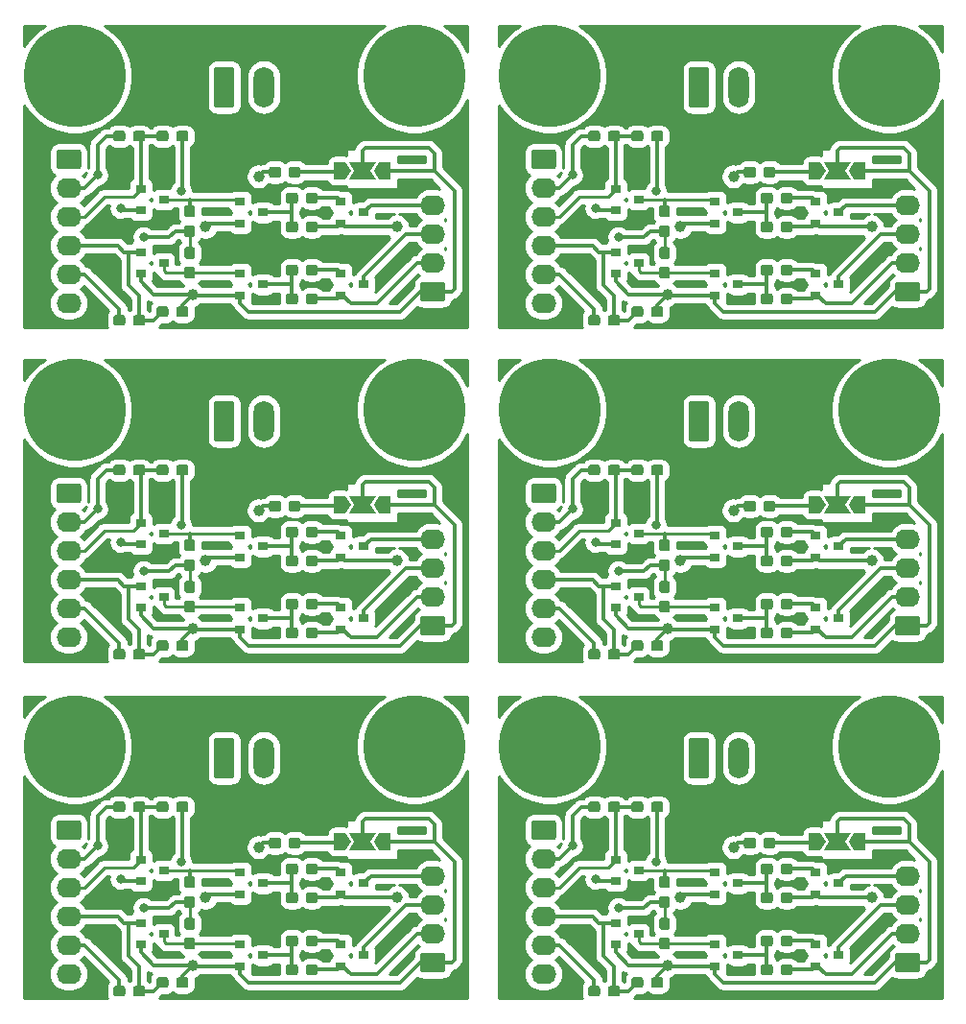
<source format=gtl>
G04 #@! TF.GenerationSoftware,KiCad,Pcbnew,(5.1.5)-3*
G04 #@! TF.CreationDate,2020-03-27T07:44:39+01:00*
G04 #@! TF.ProjectId,CODER_LEVEL_BOARD_V0.10,434f4445-525f-44c4-9556-454c5f424f41,rev?*
G04 #@! TF.SameCoordinates,Original*
G04 #@! TF.FileFunction,Copper,L1,Top*
G04 #@! TF.FilePolarity,Positive*
%FSLAX46Y46*%
G04 Gerber Fmt 4.6, Leading zero omitted, Abs format (unit mm)*
G04 Created by KiCad (PCBNEW (5.1.5)-3) date 2020-03-27 07:44:39*
%MOMM*%
%LPD*%
G04 APERTURE LIST*
%ADD10R,0.900000X0.800000*%
%ADD11C,0.100000*%
%ADD12O,2.200000X1.740000*%
%ADD13O,1.800000X3.600000*%
%ADD14C,9.000000*%
%ADD15C,1.000000*%
%ADD16C,0.800000*%
%ADD17C,0.300000*%
%ADD18C,0.250000*%
%ADD19C,0.254000*%
G04 APERTURE END LIST*
D10*
X101235000Y-149037000D03*
X101235000Y-150937000D03*
X103235000Y-149987000D03*
X101235000Y-155387000D03*
X101235000Y-157287000D03*
X103235000Y-156337000D03*
X94345000Y-149987000D03*
X92345000Y-150937000D03*
X92345000Y-149037000D03*
G04 #@! TA.AperFunction,SMDPad,CuDef*
D11*
G36*
X102124000Y-146304000D02*
G01*
X101624000Y-147054000D01*
X100624000Y-147054000D01*
X100624000Y-145554000D01*
X101624000Y-145554000D01*
X102124000Y-146304000D01*
G37*
G04 #@! TD.AperFunction*
G04 #@! TA.AperFunction,Conductor*
G36*
X103824000Y-146304000D02*
G01*
X104324000Y-147054000D01*
X101924000Y-147054000D01*
X102424000Y-146304000D01*
X101924000Y-145554000D01*
X104324000Y-145554000D01*
X103824000Y-146304000D01*
G37*
G04 #@! TD.AperFunction*
G04 #@! TA.AperFunction,SMDPad,CuDef*
G36*
X104124000Y-146304000D02*
G01*
X104624000Y-145554000D01*
X105624000Y-145554000D01*
X105624000Y-147054000D01*
X104624000Y-147054000D01*
X104124000Y-146304000D01*
G37*
G04 #@! TD.AperFunction*
G04 #@! TA.AperFunction,SMDPad,CuDef*
G36*
X55315779Y-157133144D02*
G01*
X55338834Y-157136563D01*
X55361443Y-157142227D01*
X55383387Y-157150079D01*
X55404457Y-157160044D01*
X55424448Y-157172026D01*
X55443168Y-157185910D01*
X55460438Y-157201562D01*
X55476090Y-157218832D01*
X55489974Y-157237552D01*
X55501956Y-157257543D01*
X55511921Y-157278613D01*
X55519773Y-157300557D01*
X55525437Y-157323166D01*
X55528856Y-157346221D01*
X55530000Y-157369500D01*
X55530000Y-157844500D01*
X55528856Y-157867779D01*
X55525437Y-157890834D01*
X55519773Y-157913443D01*
X55511921Y-157935387D01*
X55501956Y-157956457D01*
X55489974Y-157976448D01*
X55476090Y-157995168D01*
X55460438Y-158012438D01*
X55443168Y-158028090D01*
X55424448Y-158041974D01*
X55404457Y-158053956D01*
X55383387Y-158063921D01*
X55361443Y-158071773D01*
X55338834Y-158077437D01*
X55315779Y-158080856D01*
X55292500Y-158082000D01*
X54717500Y-158082000D01*
X54694221Y-158080856D01*
X54671166Y-158077437D01*
X54648557Y-158071773D01*
X54626613Y-158063921D01*
X54605543Y-158053956D01*
X54585552Y-158041974D01*
X54566832Y-158028090D01*
X54549562Y-158012438D01*
X54533910Y-157995168D01*
X54520026Y-157976448D01*
X54508044Y-157956457D01*
X54498079Y-157935387D01*
X54490227Y-157913443D01*
X54484563Y-157890834D01*
X54481144Y-157867779D01*
X54480000Y-157844500D01*
X54480000Y-157369500D01*
X54481144Y-157346221D01*
X54484563Y-157323166D01*
X54490227Y-157300557D01*
X54498079Y-157278613D01*
X54508044Y-157257543D01*
X54520026Y-157237552D01*
X54533910Y-157218832D01*
X54549562Y-157201562D01*
X54566832Y-157185910D01*
X54585552Y-157172026D01*
X54605543Y-157160044D01*
X54626613Y-157150079D01*
X54648557Y-157142227D01*
X54671166Y-157136563D01*
X54694221Y-157133144D01*
X54717500Y-157132000D01*
X55292500Y-157132000D01*
X55315779Y-157133144D01*
G37*
G04 #@! TD.AperFunction*
G04 #@! TA.AperFunction,SMDPad,CuDef*
G36*
X57065779Y-157133144D02*
G01*
X57088834Y-157136563D01*
X57111443Y-157142227D01*
X57133387Y-157150079D01*
X57154457Y-157160044D01*
X57174448Y-157172026D01*
X57193168Y-157185910D01*
X57210438Y-157201562D01*
X57226090Y-157218832D01*
X57239974Y-157237552D01*
X57251956Y-157257543D01*
X57261921Y-157278613D01*
X57269773Y-157300557D01*
X57275437Y-157323166D01*
X57278856Y-157346221D01*
X57280000Y-157369500D01*
X57280000Y-157844500D01*
X57278856Y-157867779D01*
X57275437Y-157890834D01*
X57269773Y-157913443D01*
X57261921Y-157935387D01*
X57251956Y-157956457D01*
X57239974Y-157976448D01*
X57226090Y-157995168D01*
X57210438Y-158012438D01*
X57193168Y-158028090D01*
X57174448Y-158041974D01*
X57154457Y-158053956D01*
X57133387Y-158063921D01*
X57111443Y-158071773D01*
X57088834Y-158077437D01*
X57065779Y-158080856D01*
X57042500Y-158082000D01*
X56467500Y-158082000D01*
X56444221Y-158080856D01*
X56421166Y-158077437D01*
X56398557Y-158071773D01*
X56376613Y-158063921D01*
X56355543Y-158053956D01*
X56335552Y-158041974D01*
X56316832Y-158028090D01*
X56299562Y-158012438D01*
X56283910Y-157995168D01*
X56270026Y-157976448D01*
X56258044Y-157956457D01*
X56248079Y-157935387D01*
X56240227Y-157913443D01*
X56234563Y-157890834D01*
X56231144Y-157867779D01*
X56230000Y-157844500D01*
X56230000Y-157369500D01*
X56231144Y-157346221D01*
X56234563Y-157323166D01*
X56240227Y-157300557D01*
X56248079Y-157278613D01*
X56258044Y-157257543D01*
X56270026Y-157237552D01*
X56283910Y-157218832D01*
X56299562Y-157201562D01*
X56316832Y-157185910D01*
X56335552Y-157172026D01*
X56355543Y-157160044D01*
X56376613Y-157150079D01*
X56398557Y-157142227D01*
X56421166Y-157136563D01*
X56444221Y-157133144D01*
X56467500Y-157132000D01*
X57042500Y-157132000D01*
X57065779Y-157133144D01*
G37*
G04 #@! TD.AperFunction*
G04 #@! TA.AperFunction,ComponentPad*
G36*
X110221505Y-156103204D02*
G01*
X110245773Y-156106804D01*
X110269572Y-156112765D01*
X110292671Y-156121030D01*
X110314850Y-156131520D01*
X110335893Y-156144132D01*
X110355599Y-156158747D01*
X110373777Y-156175223D01*
X110390253Y-156193401D01*
X110404868Y-156213107D01*
X110417480Y-156234150D01*
X110427970Y-156256329D01*
X110436235Y-156279428D01*
X110442196Y-156303227D01*
X110445796Y-156327495D01*
X110447000Y-156351999D01*
X110447000Y-157592001D01*
X110445796Y-157616505D01*
X110442196Y-157640773D01*
X110436235Y-157664572D01*
X110427970Y-157687671D01*
X110417480Y-157709850D01*
X110404868Y-157730893D01*
X110390253Y-157750599D01*
X110373777Y-157768777D01*
X110355599Y-157785253D01*
X110335893Y-157799868D01*
X110314850Y-157812480D01*
X110292671Y-157822970D01*
X110269572Y-157831235D01*
X110245773Y-157837196D01*
X110221505Y-157840796D01*
X110197001Y-157842000D01*
X108496999Y-157842000D01*
X108472495Y-157840796D01*
X108448227Y-157837196D01*
X108424428Y-157831235D01*
X108401329Y-157822970D01*
X108379150Y-157812480D01*
X108358107Y-157799868D01*
X108338401Y-157785253D01*
X108320223Y-157768777D01*
X108303747Y-157750599D01*
X108289132Y-157730893D01*
X108276520Y-157709850D01*
X108266030Y-157687671D01*
X108257765Y-157664572D01*
X108251804Y-157640773D01*
X108248204Y-157616505D01*
X108247000Y-157592001D01*
X108247000Y-156351999D01*
X108248204Y-156327495D01*
X108251804Y-156303227D01*
X108257765Y-156279428D01*
X108266030Y-156256329D01*
X108276520Y-156234150D01*
X108289132Y-156213107D01*
X108303747Y-156193401D01*
X108320223Y-156175223D01*
X108338401Y-156158747D01*
X108358107Y-156144132D01*
X108379150Y-156131520D01*
X108401329Y-156121030D01*
X108424428Y-156112765D01*
X108448227Y-156106804D01*
X108472495Y-156103204D01*
X108496999Y-156102000D01*
X110197001Y-156102000D01*
X110221505Y-156103204D01*
G37*
G04 #@! TD.AperFunction*
D12*
X109347000Y-154432000D03*
X109347000Y-151892000D03*
X109347000Y-149352000D03*
D10*
X43672000Y-154432000D03*
X41672000Y-155382000D03*
X41672000Y-153482000D03*
D12*
X67437000Y-149352000D03*
X67437000Y-151892000D03*
X67437000Y-154432000D03*
G04 #@! TA.AperFunction,ComponentPad*
D11*
G36*
X68311505Y-156103204D02*
G01*
X68335773Y-156106804D01*
X68359572Y-156112765D01*
X68382671Y-156121030D01*
X68404850Y-156131520D01*
X68425893Y-156144132D01*
X68445599Y-156158747D01*
X68463777Y-156175223D01*
X68480253Y-156193401D01*
X68494868Y-156213107D01*
X68507480Y-156234150D01*
X68517970Y-156256329D01*
X68526235Y-156279428D01*
X68532196Y-156303227D01*
X68535796Y-156327495D01*
X68537000Y-156351999D01*
X68537000Y-157592001D01*
X68535796Y-157616505D01*
X68532196Y-157640773D01*
X68526235Y-157664572D01*
X68517970Y-157687671D01*
X68507480Y-157709850D01*
X68494868Y-157730893D01*
X68480253Y-157750599D01*
X68463777Y-157768777D01*
X68445599Y-157785253D01*
X68425893Y-157799868D01*
X68404850Y-157812480D01*
X68382671Y-157822970D01*
X68359572Y-157831235D01*
X68335773Y-157837196D01*
X68311505Y-157840796D01*
X68287001Y-157842000D01*
X66586999Y-157842000D01*
X66562495Y-157840796D01*
X66538227Y-157837196D01*
X66514428Y-157831235D01*
X66491329Y-157822970D01*
X66469150Y-157812480D01*
X66448107Y-157799868D01*
X66428401Y-157785253D01*
X66410223Y-157768777D01*
X66393747Y-157750599D01*
X66379132Y-157730893D01*
X66366520Y-157709850D01*
X66356030Y-157687671D01*
X66347765Y-157664572D01*
X66341804Y-157640773D01*
X66338204Y-157616505D01*
X66337000Y-157592001D01*
X66337000Y-156351999D01*
X66338204Y-156327495D01*
X66341804Y-156303227D01*
X66347765Y-156279428D01*
X66356030Y-156256329D01*
X66366520Y-156234150D01*
X66379132Y-156213107D01*
X66393747Y-156193401D01*
X66410223Y-156175223D01*
X66428401Y-156158747D01*
X66448107Y-156144132D01*
X66469150Y-156131520D01*
X66491329Y-156121030D01*
X66514428Y-156112765D01*
X66538227Y-156106804D01*
X66562495Y-156103204D01*
X66586999Y-156102000D01*
X68287001Y-156102000D01*
X68311505Y-156103204D01*
G37*
G04 #@! TD.AperFunction*
D10*
X61325000Y-156337000D03*
X59325000Y-157287000D03*
X59325000Y-155387000D03*
G04 #@! TA.AperFunction,ComponentPad*
D11*
G36*
X91606504Y-137139204D02*
G01*
X91630773Y-137142804D01*
X91654571Y-137148765D01*
X91677671Y-137157030D01*
X91699849Y-137167520D01*
X91720893Y-137180133D01*
X91740598Y-137194747D01*
X91758777Y-137211223D01*
X91775253Y-137229402D01*
X91789867Y-137249107D01*
X91802480Y-137270151D01*
X91812970Y-137292329D01*
X91821235Y-137315429D01*
X91827196Y-137339227D01*
X91830796Y-137363496D01*
X91832000Y-137388000D01*
X91832000Y-140488000D01*
X91830796Y-140512504D01*
X91827196Y-140536773D01*
X91821235Y-140560571D01*
X91812970Y-140583671D01*
X91802480Y-140605849D01*
X91789867Y-140626893D01*
X91775253Y-140646598D01*
X91758777Y-140664777D01*
X91740598Y-140681253D01*
X91720893Y-140695867D01*
X91699849Y-140708480D01*
X91677671Y-140718970D01*
X91654571Y-140727235D01*
X91630773Y-140733196D01*
X91606504Y-140736796D01*
X91582000Y-140738000D01*
X90282000Y-140738000D01*
X90257496Y-140736796D01*
X90233227Y-140733196D01*
X90209429Y-140727235D01*
X90186329Y-140718970D01*
X90164151Y-140708480D01*
X90143107Y-140695867D01*
X90123402Y-140681253D01*
X90105223Y-140664777D01*
X90088747Y-140646598D01*
X90074133Y-140626893D01*
X90061520Y-140605849D01*
X90051030Y-140583671D01*
X90042765Y-140560571D01*
X90036804Y-140536773D01*
X90033204Y-140512504D01*
X90032000Y-140488000D01*
X90032000Y-137388000D01*
X90033204Y-137363496D01*
X90036804Y-137339227D01*
X90042765Y-137315429D01*
X90051030Y-137292329D01*
X90061520Y-137270151D01*
X90074133Y-137249107D01*
X90088747Y-137229402D01*
X90105223Y-137211223D01*
X90123402Y-137194747D01*
X90143107Y-137180133D01*
X90164151Y-137167520D01*
X90186329Y-137157030D01*
X90209429Y-137148765D01*
X90233227Y-137142804D01*
X90257496Y-137139204D01*
X90282000Y-137138000D01*
X91582000Y-137138000D01*
X91606504Y-137139204D01*
G37*
G04 #@! TD.AperFunction*
D13*
X94432000Y-138938000D03*
G04 #@! TA.AperFunction,ComponentPad*
D11*
G36*
X78090505Y-144419204D02*
G01*
X78114773Y-144422804D01*
X78138572Y-144428765D01*
X78161671Y-144437030D01*
X78183850Y-144447520D01*
X78204893Y-144460132D01*
X78224599Y-144474747D01*
X78242777Y-144491223D01*
X78259253Y-144509401D01*
X78273868Y-144529107D01*
X78286480Y-144550150D01*
X78296970Y-144572329D01*
X78305235Y-144595428D01*
X78311196Y-144619227D01*
X78314796Y-144643495D01*
X78316000Y-144667999D01*
X78316000Y-145908001D01*
X78314796Y-145932505D01*
X78311196Y-145956773D01*
X78305235Y-145980572D01*
X78296970Y-146003671D01*
X78286480Y-146025850D01*
X78273868Y-146046893D01*
X78259253Y-146066599D01*
X78242777Y-146084777D01*
X78224599Y-146101253D01*
X78204893Y-146115868D01*
X78183850Y-146128480D01*
X78161671Y-146138970D01*
X78138572Y-146147235D01*
X78114773Y-146153196D01*
X78090505Y-146156796D01*
X78066001Y-146158000D01*
X76365999Y-146158000D01*
X76341495Y-146156796D01*
X76317227Y-146153196D01*
X76293428Y-146147235D01*
X76270329Y-146138970D01*
X76248150Y-146128480D01*
X76227107Y-146115868D01*
X76207401Y-146101253D01*
X76189223Y-146084777D01*
X76172747Y-146066599D01*
X76158132Y-146046893D01*
X76145520Y-146025850D01*
X76135030Y-146003671D01*
X76126765Y-145980572D01*
X76120804Y-145956773D01*
X76117204Y-145932505D01*
X76116000Y-145908001D01*
X76116000Y-144667999D01*
X76117204Y-144643495D01*
X76120804Y-144619227D01*
X76126765Y-144595428D01*
X76135030Y-144572329D01*
X76145520Y-144550150D01*
X76158132Y-144529107D01*
X76172747Y-144509401D01*
X76189223Y-144491223D01*
X76207401Y-144474747D01*
X76227107Y-144460132D01*
X76248150Y-144447520D01*
X76270329Y-144437030D01*
X76293428Y-144428765D01*
X76317227Y-144422804D01*
X76341495Y-144419204D01*
X76365999Y-144418000D01*
X78066001Y-144418000D01*
X78090505Y-144419204D01*
G37*
G04 #@! TD.AperFunction*
D12*
X77216000Y-147828000D03*
X77216000Y-150368000D03*
X77216000Y-152908000D03*
X77216000Y-155448000D03*
X77216000Y-157988000D03*
D10*
X61325000Y-149987000D03*
X59325000Y-150937000D03*
X59325000Y-149037000D03*
X94345000Y-156337000D03*
X92345000Y-157287000D03*
X92345000Y-155387000D03*
G04 #@! TA.AperFunction,SMDPad,CuDef*
D11*
G36*
X62214000Y-146304000D02*
G01*
X62714000Y-145554000D01*
X63714000Y-145554000D01*
X63714000Y-147054000D01*
X62714000Y-147054000D01*
X62214000Y-146304000D01*
G37*
G04 #@! TD.AperFunction*
G04 #@! TA.AperFunction,Conductor*
G36*
X61914000Y-146304000D02*
G01*
X62414000Y-147054000D01*
X60014000Y-147054000D01*
X60514000Y-146304000D01*
X60014000Y-145554000D01*
X62414000Y-145554000D01*
X61914000Y-146304000D01*
G37*
G04 #@! TD.AperFunction*
G04 #@! TA.AperFunction,SMDPad,CuDef*
G36*
X60214000Y-146304000D02*
G01*
X59714000Y-147054000D01*
X58714000Y-147054000D01*
X58714000Y-145554000D01*
X59714000Y-145554000D01*
X60214000Y-146304000D01*
G37*
G04 #@! TD.AperFunction*
G04 #@! TA.AperFunction,SMDPad,CuDef*
G36*
X43885779Y-142782144D02*
G01*
X43908834Y-142785563D01*
X43931443Y-142791227D01*
X43953387Y-142799079D01*
X43974457Y-142809044D01*
X43994448Y-142821026D01*
X44013168Y-142834910D01*
X44030438Y-142850562D01*
X44046090Y-142867832D01*
X44059974Y-142886552D01*
X44071956Y-142906543D01*
X44081921Y-142927613D01*
X44089773Y-142949557D01*
X44095437Y-142972166D01*
X44098856Y-142995221D01*
X44100000Y-143018500D01*
X44100000Y-143493500D01*
X44098856Y-143516779D01*
X44095437Y-143539834D01*
X44089773Y-143562443D01*
X44081921Y-143584387D01*
X44071956Y-143605457D01*
X44059974Y-143625448D01*
X44046090Y-143644168D01*
X44030438Y-143661438D01*
X44013168Y-143677090D01*
X43994448Y-143690974D01*
X43974457Y-143702956D01*
X43953387Y-143712921D01*
X43931443Y-143720773D01*
X43908834Y-143726437D01*
X43885779Y-143729856D01*
X43862500Y-143731000D01*
X43287500Y-143731000D01*
X43264221Y-143729856D01*
X43241166Y-143726437D01*
X43218557Y-143720773D01*
X43196613Y-143712921D01*
X43175543Y-143702956D01*
X43155552Y-143690974D01*
X43136832Y-143677090D01*
X43119562Y-143661438D01*
X43103910Y-143644168D01*
X43090026Y-143625448D01*
X43078044Y-143605457D01*
X43068079Y-143584387D01*
X43060227Y-143562443D01*
X43054563Y-143539834D01*
X43051144Y-143516779D01*
X43050000Y-143493500D01*
X43050000Y-143018500D01*
X43051144Y-142995221D01*
X43054563Y-142972166D01*
X43060227Y-142949557D01*
X43068079Y-142927613D01*
X43078044Y-142906543D01*
X43090026Y-142886552D01*
X43103910Y-142867832D01*
X43119562Y-142850562D01*
X43136832Y-142834910D01*
X43155552Y-142821026D01*
X43175543Y-142809044D01*
X43196613Y-142799079D01*
X43218557Y-142791227D01*
X43241166Y-142785563D01*
X43264221Y-142782144D01*
X43287500Y-142781000D01*
X43862500Y-142781000D01*
X43885779Y-142782144D01*
G37*
G04 #@! TD.AperFunction*
G04 #@! TA.AperFunction,SMDPad,CuDef*
G36*
X45635779Y-142782144D02*
G01*
X45658834Y-142785563D01*
X45681443Y-142791227D01*
X45703387Y-142799079D01*
X45724457Y-142809044D01*
X45744448Y-142821026D01*
X45763168Y-142834910D01*
X45780438Y-142850562D01*
X45796090Y-142867832D01*
X45809974Y-142886552D01*
X45821956Y-142906543D01*
X45831921Y-142927613D01*
X45839773Y-142949557D01*
X45845437Y-142972166D01*
X45848856Y-142995221D01*
X45850000Y-143018500D01*
X45850000Y-143493500D01*
X45848856Y-143516779D01*
X45845437Y-143539834D01*
X45839773Y-143562443D01*
X45831921Y-143584387D01*
X45821956Y-143605457D01*
X45809974Y-143625448D01*
X45796090Y-143644168D01*
X45780438Y-143661438D01*
X45763168Y-143677090D01*
X45744448Y-143690974D01*
X45724457Y-143702956D01*
X45703387Y-143712921D01*
X45681443Y-143720773D01*
X45658834Y-143726437D01*
X45635779Y-143729856D01*
X45612500Y-143731000D01*
X45037500Y-143731000D01*
X45014221Y-143729856D01*
X44991166Y-143726437D01*
X44968557Y-143720773D01*
X44946613Y-143712921D01*
X44925543Y-143702956D01*
X44905552Y-143690974D01*
X44886832Y-143677090D01*
X44869562Y-143661438D01*
X44853910Y-143644168D01*
X44840026Y-143625448D01*
X44828044Y-143605457D01*
X44818079Y-143584387D01*
X44810227Y-143562443D01*
X44804563Y-143539834D01*
X44801144Y-143516779D01*
X44800000Y-143493500D01*
X44800000Y-143018500D01*
X44801144Y-142995221D01*
X44804563Y-142972166D01*
X44810227Y-142949557D01*
X44818079Y-142927613D01*
X44828044Y-142906543D01*
X44840026Y-142886552D01*
X44853910Y-142867832D01*
X44869562Y-142850562D01*
X44886832Y-142834910D01*
X44905552Y-142821026D01*
X44925543Y-142809044D01*
X44946613Y-142799079D01*
X44968557Y-142791227D01*
X44991166Y-142785563D01*
X45014221Y-142782144D01*
X45037500Y-142781000D01*
X45612500Y-142781000D01*
X45635779Y-142782144D01*
G37*
G04 #@! TD.AperFunction*
D10*
X50435000Y-149037000D03*
X50435000Y-150937000D03*
X52435000Y-149987000D03*
G04 #@! TA.AperFunction,SMDPad,CuDef*
D11*
G36*
X41825779Y-142782144D02*
G01*
X41848834Y-142785563D01*
X41871443Y-142791227D01*
X41893387Y-142799079D01*
X41914457Y-142809044D01*
X41934448Y-142821026D01*
X41953168Y-142834910D01*
X41970438Y-142850562D01*
X41986090Y-142867832D01*
X41999974Y-142886552D01*
X42011956Y-142906543D01*
X42021921Y-142927613D01*
X42029773Y-142949557D01*
X42035437Y-142972166D01*
X42038856Y-142995221D01*
X42040000Y-143018500D01*
X42040000Y-143493500D01*
X42038856Y-143516779D01*
X42035437Y-143539834D01*
X42029773Y-143562443D01*
X42021921Y-143584387D01*
X42011956Y-143605457D01*
X41999974Y-143625448D01*
X41986090Y-143644168D01*
X41970438Y-143661438D01*
X41953168Y-143677090D01*
X41934448Y-143690974D01*
X41914457Y-143702956D01*
X41893387Y-143712921D01*
X41871443Y-143720773D01*
X41848834Y-143726437D01*
X41825779Y-143729856D01*
X41802500Y-143731000D01*
X41227500Y-143731000D01*
X41204221Y-143729856D01*
X41181166Y-143726437D01*
X41158557Y-143720773D01*
X41136613Y-143712921D01*
X41115543Y-143702956D01*
X41095552Y-143690974D01*
X41076832Y-143677090D01*
X41059562Y-143661438D01*
X41043910Y-143644168D01*
X41030026Y-143625448D01*
X41018044Y-143605457D01*
X41008079Y-143584387D01*
X41000227Y-143562443D01*
X40994563Y-143539834D01*
X40991144Y-143516779D01*
X40990000Y-143493500D01*
X40990000Y-143018500D01*
X40991144Y-142995221D01*
X40994563Y-142972166D01*
X41000227Y-142949557D01*
X41008079Y-142927613D01*
X41018044Y-142906543D01*
X41030026Y-142886552D01*
X41043910Y-142867832D01*
X41059562Y-142850562D01*
X41076832Y-142834910D01*
X41095552Y-142821026D01*
X41115543Y-142809044D01*
X41136613Y-142799079D01*
X41158557Y-142791227D01*
X41181166Y-142785563D01*
X41204221Y-142782144D01*
X41227500Y-142781000D01*
X41802500Y-142781000D01*
X41825779Y-142782144D01*
G37*
G04 #@! TD.AperFunction*
G04 #@! TA.AperFunction,SMDPad,CuDef*
G36*
X40075779Y-142782144D02*
G01*
X40098834Y-142785563D01*
X40121443Y-142791227D01*
X40143387Y-142799079D01*
X40164457Y-142809044D01*
X40184448Y-142821026D01*
X40203168Y-142834910D01*
X40220438Y-142850562D01*
X40236090Y-142867832D01*
X40249974Y-142886552D01*
X40261956Y-142906543D01*
X40271921Y-142927613D01*
X40279773Y-142949557D01*
X40285437Y-142972166D01*
X40288856Y-142995221D01*
X40290000Y-143018500D01*
X40290000Y-143493500D01*
X40288856Y-143516779D01*
X40285437Y-143539834D01*
X40279773Y-143562443D01*
X40271921Y-143584387D01*
X40261956Y-143605457D01*
X40249974Y-143625448D01*
X40236090Y-143644168D01*
X40220438Y-143661438D01*
X40203168Y-143677090D01*
X40184448Y-143690974D01*
X40164457Y-143702956D01*
X40143387Y-143712921D01*
X40121443Y-143720773D01*
X40098834Y-143726437D01*
X40075779Y-143729856D01*
X40052500Y-143731000D01*
X39477500Y-143731000D01*
X39454221Y-143729856D01*
X39431166Y-143726437D01*
X39408557Y-143720773D01*
X39386613Y-143712921D01*
X39365543Y-143702956D01*
X39345552Y-143690974D01*
X39326832Y-143677090D01*
X39309562Y-143661438D01*
X39293910Y-143644168D01*
X39280026Y-143625448D01*
X39268044Y-143605457D01*
X39258079Y-143584387D01*
X39250227Y-143562443D01*
X39244563Y-143539834D01*
X39241144Y-143516779D01*
X39240000Y-143493500D01*
X39240000Y-143018500D01*
X39241144Y-142995221D01*
X39244563Y-142972166D01*
X39250227Y-142949557D01*
X39258079Y-142927613D01*
X39268044Y-142906543D01*
X39280026Y-142886552D01*
X39293910Y-142867832D01*
X39309562Y-142850562D01*
X39326832Y-142834910D01*
X39345552Y-142821026D01*
X39365543Y-142809044D01*
X39386613Y-142799079D01*
X39408557Y-142791227D01*
X39431166Y-142785563D01*
X39454221Y-142782144D01*
X39477500Y-142781000D01*
X40052500Y-142781000D01*
X40075779Y-142782144D01*
G37*
G04 #@! TD.AperFunction*
G04 #@! TA.AperFunction,SMDPad,CuDef*
G36*
X46234779Y-151114144D02*
G01*
X46257834Y-151117563D01*
X46280443Y-151123227D01*
X46302387Y-151131079D01*
X46323457Y-151141044D01*
X46343448Y-151153026D01*
X46362168Y-151166910D01*
X46379438Y-151182562D01*
X46395090Y-151199832D01*
X46408974Y-151218552D01*
X46420956Y-151238543D01*
X46430921Y-151259613D01*
X46438773Y-151281557D01*
X46444437Y-151304166D01*
X46447856Y-151327221D01*
X46449000Y-151350500D01*
X46449000Y-151925500D01*
X46447856Y-151948779D01*
X46444437Y-151971834D01*
X46438773Y-151994443D01*
X46430921Y-152016387D01*
X46420956Y-152037457D01*
X46408974Y-152057448D01*
X46395090Y-152076168D01*
X46379438Y-152093438D01*
X46362168Y-152109090D01*
X46343448Y-152122974D01*
X46323457Y-152134956D01*
X46302387Y-152144921D01*
X46280443Y-152152773D01*
X46257834Y-152158437D01*
X46234779Y-152161856D01*
X46211500Y-152163000D01*
X45736500Y-152163000D01*
X45713221Y-152161856D01*
X45690166Y-152158437D01*
X45667557Y-152152773D01*
X45645613Y-152144921D01*
X45624543Y-152134956D01*
X45604552Y-152122974D01*
X45585832Y-152109090D01*
X45568562Y-152093438D01*
X45552910Y-152076168D01*
X45539026Y-152057448D01*
X45527044Y-152037457D01*
X45517079Y-152016387D01*
X45509227Y-151994443D01*
X45503563Y-151971834D01*
X45500144Y-151948779D01*
X45499000Y-151925500D01*
X45499000Y-151350500D01*
X45500144Y-151327221D01*
X45503563Y-151304166D01*
X45509227Y-151281557D01*
X45517079Y-151259613D01*
X45527044Y-151238543D01*
X45539026Y-151218552D01*
X45552910Y-151199832D01*
X45568562Y-151182562D01*
X45585832Y-151166910D01*
X45604552Y-151153026D01*
X45624543Y-151141044D01*
X45645613Y-151131079D01*
X45667557Y-151123227D01*
X45690166Y-151117563D01*
X45713221Y-151114144D01*
X45736500Y-151113000D01*
X46211500Y-151113000D01*
X46234779Y-151114144D01*
G37*
G04 #@! TD.AperFunction*
G04 #@! TA.AperFunction,SMDPad,CuDef*
G36*
X46234779Y-149364144D02*
G01*
X46257834Y-149367563D01*
X46280443Y-149373227D01*
X46302387Y-149381079D01*
X46323457Y-149391044D01*
X46343448Y-149403026D01*
X46362168Y-149416910D01*
X46379438Y-149432562D01*
X46395090Y-149449832D01*
X46408974Y-149468552D01*
X46420956Y-149488543D01*
X46430921Y-149509613D01*
X46438773Y-149531557D01*
X46444437Y-149554166D01*
X46447856Y-149577221D01*
X46449000Y-149600500D01*
X46449000Y-150175500D01*
X46447856Y-150198779D01*
X46444437Y-150221834D01*
X46438773Y-150244443D01*
X46430921Y-150266387D01*
X46420956Y-150287457D01*
X46408974Y-150307448D01*
X46395090Y-150326168D01*
X46379438Y-150343438D01*
X46362168Y-150359090D01*
X46343448Y-150372974D01*
X46323457Y-150384956D01*
X46302387Y-150394921D01*
X46280443Y-150402773D01*
X46257834Y-150408437D01*
X46234779Y-150411856D01*
X46211500Y-150413000D01*
X45736500Y-150413000D01*
X45713221Y-150411856D01*
X45690166Y-150408437D01*
X45667557Y-150402773D01*
X45645613Y-150394921D01*
X45624543Y-150384956D01*
X45604552Y-150372974D01*
X45585832Y-150359090D01*
X45568562Y-150343438D01*
X45552910Y-150326168D01*
X45539026Y-150307448D01*
X45527044Y-150287457D01*
X45517079Y-150266387D01*
X45509227Y-150244443D01*
X45503563Y-150221834D01*
X45500144Y-150198779D01*
X45499000Y-150175500D01*
X45499000Y-149600500D01*
X45500144Y-149577221D01*
X45503563Y-149554166D01*
X45509227Y-149531557D01*
X45517079Y-149509613D01*
X45527044Y-149488543D01*
X45539026Y-149468552D01*
X45552910Y-149449832D01*
X45568562Y-149432562D01*
X45585832Y-149416910D01*
X45604552Y-149403026D01*
X45624543Y-149391044D01*
X45645613Y-149381079D01*
X45667557Y-149373227D01*
X45690166Y-149367563D01*
X45713221Y-149364144D01*
X45736500Y-149363000D01*
X46211500Y-149363000D01*
X46234779Y-149364144D01*
G37*
G04 #@! TD.AperFunction*
G04 #@! TA.AperFunction,SMDPad,CuDef*
G36*
X46234779Y-154783144D02*
G01*
X46257834Y-154786563D01*
X46280443Y-154792227D01*
X46302387Y-154800079D01*
X46323457Y-154810044D01*
X46343448Y-154822026D01*
X46362168Y-154835910D01*
X46379438Y-154851562D01*
X46395090Y-154868832D01*
X46408974Y-154887552D01*
X46420956Y-154907543D01*
X46430921Y-154928613D01*
X46438773Y-154950557D01*
X46444437Y-154973166D01*
X46447856Y-154996221D01*
X46449000Y-155019500D01*
X46449000Y-155594500D01*
X46447856Y-155617779D01*
X46444437Y-155640834D01*
X46438773Y-155663443D01*
X46430921Y-155685387D01*
X46420956Y-155706457D01*
X46408974Y-155726448D01*
X46395090Y-155745168D01*
X46379438Y-155762438D01*
X46362168Y-155778090D01*
X46343448Y-155791974D01*
X46323457Y-155803956D01*
X46302387Y-155813921D01*
X46280443Y-155821773D01*
X46257834Y-155827437D01*
X46234779Y-155830856D01*
X46211500Y-155832000D01*
X45736500Y-155832000D01*
X45713221Y-155830856D01*
X45690166Y-155827437D01*
X45667557Y-155821773D01*
X45645613Y-155813921D01*
X45624543Y-155803956D01*
X45604552Y-155791974D01*
X45585832Y-155778090D01*
X45568562Y-155762438D01*
X45552910Y-155745168D01*
X45539026Y-155726448D01*
X45527044Y-155706457D01*
X45517079Y-155685387D01*
X45509227Y-155663443D01*
X45503563Y-155640834D01*
X45500144Y-155617779D01*
X45499000Y-155594500D01*
X45499000Y-155019500D01*
X45500144Y-154996221D01*
X45503563Y-154973166D01*
X45509227Y-154950557D01*
X45517079Y-154928613D01*
X45527044Y-154907543D01*
X45539026Y-154887552D01*
X45552910Y-154868832D01*
X45568562Y-154851562D01*
X45585832Y-154835910D01*
X45604552Y-154822026D01*
X45624543Y-154810044D01*
X45645613Y-154800079D01*
X45667557Y-154792227D01*
X45690166Y-154786563D01*
X45713221Y-154783144D01*
X45736500Y-154782000D01*
X46211500Y-154782000D01*
X46234779Y-154783144D01*
G37*
G04 #@! TD.AperFunction*
G04 #@! TA.AperFunction,SMDPad,CuDef*
G36*
X46234779Y-153033144D02*
G01*
X46257834Y-153036563D01*
X46280443Y-153042227D01*
X46302387Y-153050079D01*
X46323457Y-153060044D01*
X46343448Y-153072026D01*
X46362168Y-153085910D01*
X46379438Y-153101562D01*
X46395090Y-153118832D01*
X46408974Y-153137552D01*
X46420956Y-153157543D01*
X46430921Y-153178613D01*
X46438773Y-153200557D01*
X46444437Y-153223166D01*
X46447856Y-153246221D01*
X46449000Y-153269500D01*
X46449000Y-153844500D01*
X46447856Y-153867779D01*
X46444437Y-153890834D01*
X46438773Y-153913443D01*
X46430921Y-153935387D01*
X46420956Y-153956457D01*
X46408974Y-153976448D01*
X46395090Y-153995168D01*
X46379438Y-154012438D01*
X46362168Y-154028090D01*
X46343448Y-154041974D01*
X46323457Y-154053956D01*
X46302387Y-154063921D01*
X46280443Y-154071773D01*
X46257834Y-154077437D01*
X46234779Y-154080856D01*
X46211500Y-154082000D01*
X45736500Y-154082000D01*
X45713221Y-154080856D01*
X45690166Y-154077437D01*
X45667557Y-154071773D01*
X45645613Y-154063921D01*
X45624543Y-154053956D01*
X45604552Y-154041974D01*
X45585832Y-154028090D01*
X45568562Y-154012438D01*
X45552910Y-153995168D01*
X45539026Y-153976448D01*
X45527044Y-153956457D01*
X45517079Y-153935387D01*
X45509227Y-153913443D01*
X45503563Y-153890834D01*
X45500144Y-153867779D01*
X45499000Y-153844500D01*
X45499000Y-153269500D01*
X45500144Y-153246221D01*
X45503563Y-153223166D01*
X45509227Y-153200557D01*
X45517079Y-153178613D01*
X45527044Y-153157543D01*
X45539026Y-153137552D01*
X45552910Y-153118832D01*
X45568562Y-153101562D01*
X45585832Y-153085910D01*
X45604552Y-153072026D01*
X45624543Y-153060044D01*
X45645613Y-153050079D01*
X45667557Y-153042227D01*
X45690166Y-153036563D01*
X45713221Y-153033144D01*
X45736500Y-153032000D01*
X46211500Y-153032000D01*
X46234779Y-153033144D01*
G37*
G04 #@! TD.AperFunction*
G04 #@! TA.AperFunction,SMDPad,CuDef*
G36*
X55555779Y-145957144D02*
G01*
X55578834Y-145960563D01*
X55601443Y-145966227D01*
X55623387Y-145974079D01*
X55644457Y-145984044D01*
X55664448Y-145996026D01*
X55683168Y-146009910D01*
X55700438Y-146025562D01*
X55716090Y-146042832D01*
X55729974Y-146061552D01*
X55741956Y-146081543D01*
X55751921Y-146102613D01*
X55759773Y-146124557D01*
X55765437Y-146147166D01*
X55768856Y-146170221D01*
X55770000Y-146193500D01*
X55770000Y-146668500D01*
X55768856Y-146691779D01*
X55765437Y-146714834D01*
X55759773Y-146737443D01*
X55751921Y-146759387D01*
X55741956Y-146780457D01*
X55729974Y-146800448D01*
X55716090Y-146819168D01*
X55700438Y-146836438D01*
X55683168Y-146852090D01*
X55664448Y-146865974D01*
X55644457Y-146877956D01*
X55623387Y-146887921D01*
X55601443Y-146895773D01*
X55578834Y-146901437D01*
X55555779Y-146904856D01*
X55532500Y-146906000D01*
X54957500Y-146906000D01*
X54934221Y-146904856D01*
X54911166Y-146901437D01*
X54888557Y-146895773D01*
X54866613Y-146887921D01*
X54845543Y-146877956D01*
X54825552Y-146865974D01*
X54806832Y-146852090D01*
X54789562Y-146836438D01*
X54773910Y-146819168D01*
X54760026Y-146800448D01*
X54748044Y-146780457D01*
X54738079Y-146759387D01*
X54730227Y-146737443D01*
X54724563Y-146714834D01*
X54721144Y-146691779D01*
X54720000Y-146668500D01*
X54720000Y-146193500D01*
X54721144Y-146170221D01*
X54724563Y-146147166D01*
X54730227Y-146124557D01*
X54738079Y-146102613D01*
X54748044Y-146081543D01*
X54760026Y-146061552D01*
X54773910Y-146042832D01*
X54789562Y-146025562D01*
X54806832Y-146009910D01*
X54825552Y-145996026D01*
X54845543Y-145984044D01*
X54866613Y-145974079D01*
X54888557Y-145966227D01*
X54911166Y-145960563D01*
X54934221Y-145957144D01*
X54957500Y-145956000D01*
X55532500Y-145956000D01*
X55555779Y-145957144D01*
G37*
G04 #@! TD.AperFunction*
G04 #@! TA.AperFunction,SMDPad,CuDef*
G36*
X53805779Y-145957144D02*
G01*
X53828834Y-145960563D01*
X53851443Y-145966227D01*
X53873387Y-145974079D01*
X53894457Y-145984044D01*
X53914448Y-145996026D01*
X53933168Y-146009910D01*
X53950438Y-146025562D01*
X53966090Y-146042832D01*
X53979974Y-146061552D01*
X53991956Y-146081543D01*
X54001921Y-146102613D01*
X54009773Y-146124557D01*
X54015437Y-146147166D01*
X54018856Y-146170221D01*
X54020000Y-146193500D01*
X54020000Y-146668500D01*
X54018856Y-146691779D01*
X54015437Y-146714834D01*
X54009773Y-146737443D01*
X54001921Y-146759387D01*
X53991956Y-146780457D01*
X53979974Y-146800448D01*
X53966090Y-146819168D01*
X53950438Y-146836438D01*
X53933168Y-146852090D01*
X53914448Y-146865974D01*
X53894457Y-146877956D01*
X53873387Y-146887921D01*
X53851443Y-146895773D01*
X53828834Y-146901437D01*
X53805779Y-146904856D01*
X53782500Y-146906000D01*
X53207500Y-146906000D01*
X53184221Y-146904856D01*
X53161166Y-146901437D01*
X53138557Y-146895773D01*
X53116613Y-146887921D01*
X53095543Y-146877956D01*
X53075552Y-146865974D01*
X53056832Y-146852090D01*
X53039562Y-146836438D01*
X53023910Y-146819168D01*
X53010026Y-146800448D01*
X52998044Y-146780457D01*
X52988079Y-146759387D01*
X52980227Y-146737443D01*
X52974563Y-146714834D01*
X52971144Y-146691779D01*
X52970000Y-146668500D01*
X52970000Y-146193500D01*
X52971144Y-146170221D01*
X52974563Y-146147166D01*
X52980227Y-146124557D01*
X52988079Y-146102613D01*
X52998044Y-146081543D01*
X53010026Y-146061552D01*
X53023910Y-146042832D01*
X53039562Y-146025562D01*
X53056832Y-146009910D01*
X53075552Y-145996026D01*
X53095543Y-145984044D01*
X53116613Y-145974079D01*
X53138557Y-145966227D01*
X53161166Y-145960563D01*
X53184221Y-145957144D01*
X53207500Y-145956000D01*
X53782500Y-145956000D01*
X53805779Y-145957144D01*
G37*
G04 #@! TD.AperFunction*
D13*
X52522000Y-138938000D03*
G04 #@! TA.AperFunction,ComponentPad*
D11*
G36*
X49696504Y-137139204D02*
G01*
X49720773Y-137142804D01*
X49744571Y-137148765D01*
X49767671Y-137157030D01*
X49789849Y-137167520D01*
X49810893Y-137180133D01*
X49830598Y-137194747D01*
X49848777Y-137211223D01*
X49865253Y-137229402D01*
X49879867Y-137249107D01*
X49892480Y-137270151D01*
X49902970Y-137292329D01*
X49911235Y-137315429D01*
X49917196Y-137339227D01*
X49920796Y-137363496D01*
X49922000Y-137388000D01*
X49922000Y-140488000D01*
X49920796Y-140512504D01*
X49917196Y-140536773D01*
X49911235Y-140560571D01*
X49902970Y-140583671D01*
X49892480Y-140605849D01*
X49879867Y-140626893D01*
X49865253Y-140646598D01*
X49848777Y-140664777D01*
X49830598Y-140681253D01*
X49810893Y-140695867D01*
X49789849Y-140708480D01*
X49767671Y-140718970D01*
X49744571Y-140727235D01*
X49720773Y-140733196D01*
X49696504Y-140736796D01*
X49672000Y-140738000D01*
X48372000Y-140738000D01*
X48347496Y-140736796D01*
X48323227Y-140733196D01*
X48299429Y-140727235D01*
X48276329Y-140718970D01*
X48254151Y-140708480D01*
X48233107Y-140695867D01*
X48213402Y-140681253D01*
X48195223Y-140664777D01*
X48178747Y-140646598D01*
X48164133Y-140626893D01*
X48151520Y-140605849D01*
X48141030Y-140583671D01*
X48132765Y-140560571D01*
X48126804Y-140536773D01*
X48123204Y-140512504D01*
X48122000Y-140488000D01*
X48122000Y-137388000D01*
X48123204Y-137363496D01*
X48126804Y-137339227D01*
X48132765Y-137315429D01*
X48141030Y-137292329D01*
X48151520Y-137270151D01*
X48164133Y-137249107D01*
X48178747Y-137229402D01*
X48195223Y-137211223D01*
X48213402Y-137194747D01*
X48233107Y-137180133D01*
X48254151Y-137167520D01*
X48276329Y-137157030D01*
X48299429Y-137148765D01*
X48323227Y-137142804D01*
X48347496Y-137139204D01*
X48372000Y-137138000D01*
X49672000Y-137138000D01*
X49696504Y-137139204D01*
G37*
G04 #@! TD.AperFunction*
D10*
X41672000Y-147894000D03*
X41672000Y-149794000D03*
X43672000Y-148844000D03*
G04 #@! TA.AperFunction,SMDPad,CuDef*
D11*
G36*
X57065779Y-154593144D02*
G01*
X57088834Y-154596563D01*
X57111443Y-154602227D01*
X57133387Y-154610079D01*
X57154457Y-154620044D01*
X57174448Y-154632026D01*
X57193168Y-154645910D01*
X57210438Y-154661562D01*
X57226090Y-154678832D01*
X57239974Y-154697552D01*
X57251956Y-154717543D01*
X57261921Y-154738613D01*
X57269773Y-154760557D01*
X57275437Y-154783166D01*
X57278856Y-154806221D01*
X57280000Y-154829500D01*
X57280000Y-155304500D01*
X57278856Y-155327779D01*
X57275437Y-155350834D01*
X57269773Y-155373443D01*
X57261921Y-155395387D01*
X57251956Y-155416457D01*
X57239974Y-155436448D01*
X57226090Y-155455168D01*
X57210438Y-155472438D01*
X57193168Y-155488090D01*
X57174448Y-155501974D01*
X57154457Y-155513956D01*
X57133387Y-155523921D01*
X57111443Y-155531773D01*
X57088834Y-155537437D01*
X57065779Y-155540856D01*
X57042500Y-155542000D01*
X56467500Y-155542000D01*
X56444221Y-155540856D01*
X56421166Y-155537437D01*
X56398557Y-155531773D01*
X56376613Y-155523921D01*
X56355543Y-155513956D01*
X56335552Y-155501974D01*
X56316832Y-155488090D01*
X56299562Y-155472438D01*
X56283910Y-155455168D01*
X56270026Y-155436448D01*
X56258044Y-155416457D01*
X56248079Y-155395387D01*
X56240227Y-155373443D01*
X56234563Y-155350834D01*
X56231144Y-155327779D01*
X56230000Y-155304500D01*
X56230000Y-154829500D01*
X56231144Y-154806221D01*
X56234563Y-154783166D01*
X56240227Y-154760557D01*
X56248079Y-154738613D01*
X56258044Y-154717543D01*
X56270026Y-154697552D01*
X56283910Y-154678832D01*
X56299562Y-154661562D01*
X56316832Y-154645910D01*
X56335552Y-154632026D01*
X56355543Y-154620044D01*
X56376613Y-154610079D01*
X56398557Y-154602227D01*
X56421166Y-154596563D01*
X56444221Y-154593144D01*
X56467500Y-154592000D01*
X57042500Y-154592000D01*
X57065779Y-154593144D01*
G37*
G04 #@! TD.AperFunction*
G04 #@! TA.AperFunction,SMDPad,CuDef*
G36*
X55315779Y-154593144D02*
G01*
X55338834Y-154596563D01*
X55361443Y-154602227D01*
X55383387Y-154610079D01*
X55404457Y-154620044D01*
X55424448Y-154632026D01*
X55443168Y-154645910D01*
X55460438Y-154661562D01*
X55476090Y-154678832D01*
X55489974Y-154697552D01*
X55501956Y-154717543D01*
X55511921Y-154738613D01*
X55519773Y-154760557D01*
X55525437Y-154783166D01*
X55528856Y-154806221D01*
X55530000Y-154829500D01*
X55530000Y-155304500D01*
X55528856Y-155327779D01*
X55525437Y-155350834D01*
X55519773Y-155373443D01*
X55511921Y-155395387D01*
X55501956Y-155416457D01*
X55489974Y-155436448D01*
X55476090Y-155455168D01*
X55460438Y-155472438D01*
X55443168Y-155488090D01*
X55424448Y-155501974D01*
X55404457Y-155513956D01*
X55383387Y-155523921D01*
X55361443Y-155531773D01*
X55338834Y-155537437D01*
X55315779Y-155540856D01*
X55292500Y-155542000D01*
X54717500Y-155542000D01*
X54694221Y-155540856D01*
X54671166Y-155537437D01*
X54648557Y-155531773D01*
X54626613Y-155523921D01*
X54605543Y-155513956D01*
X54585552Y-155501974D01*
X54566832Y-155488090D01*
X54549562Y-155472438D01*
X54533910Y-155455168D01*
X54520026Y-155436448D01*
X54508044Y-155416457D01*
X54498079Y-155395387D01*
X54490227Y-155373443D01*
X54484563Y-155350834D01*
X54481144Y-155327779D01*
X54480000Y-155304500D01*
X54480000Y-154829500D01*
X54481144Y-154806221D01*
X54484563Y-154783166D01*
X54490227Y-154760557D01*
X54498079Y-154738613D01*
X54508044Y-154717543D01*
X54520026Y-154697552D01*
X54533910Y-154678832D01*
X54549562Y-154661562D01*
X54566832Y-154645910D01*
X54585552Y-154632026D01*
X54605543Y-154620044D01*
X54626613Y-154610079D01*
X54648557Y-154602227D01*
X54671166Y-154596563D01*
X54694221Y-154593144D01*
X54717500Y-154592000D01*
X55292500Y-154592000D01*
X55315779Y-154593144D01*
G37*
G04 #@! TD.AperFunction*
G04 #@! TA.AperFunction,SMDPad,CuDef*
G36*
X57065779Y-148243144D02*
G01*
X57088834Y-148246563D01*
X57111443Y-148252227D01*
X57133387Y-148260079D01*
X57154457Y-148270044D01*
X57174448Y-148282026D01*
X57193168Y-148295910D01*
X57210438Y-148311562D01*
X57226090Y-148328832D01*
X57239974Y-148347552D01*
X57251956Y-148367543D01*
X57261921Y-148388613D01*
X57269773Y-148410557D01*
X57275437Y-148433166D01*
X57278856Y-148456221D01*
X57280000Y-148479500D01*
X57280000Y-148954500D01*
X57278856Y-148977779D01*
X57275437Y-149000834D01*
X57269773Y-149023443D01*
X57261921Y-149045387D01*
X57251956Y-149066457D01*
X57239974Y-149086448D01*
X57226090Y-149105168D01*
X57210438Y-149122438D01*
X57193168Y-149138090D01*
X57174448Y-149151974D01*
X57154457Y-149163956D01*
X57133387Y-149173921D01*
X57111443Y-149181773D01*
X57088834Y-149187437D01*
X57065779Y-149190856D01*
X57042500Y-149192000D01*
X56467500Y-149192000D01*
X56444221Y-149190856D01*
X56421166Y-149187437D01*
X56398557Y-149181773D01*
X56376613Y-149173921D01*
X56355543Y-149163956D01*
X56335552Y-149151974D01*
X56316832Y-149138090D01*
X56299562Y-149122438D01*
X56283910Y-149105168D01*
X56270026Y-149086448D01*
X56258044Y-149066457D01*
X56248079Y-149045387D01*
X56240227Y-149023443D01*
X56234563Y-149000834D01*
X56231144Y-148977779D01*
X56230000Y-148954500D01*
X56230000Y-148479500D01*
X56231144Y-148456221D01*
X56234563Y-148433166D01*
X56240227Y-148410557D01*
X56248079Y-148388613D01*
X56258044Y-148367543D01*
X56270026Y-148347552D01*
X56283910Y-148328832D01*
X56299562Y-148311562D01*
X56316832Y-148295910D01*
X56335552Y-148282026D01*
X56355543Y-148270044D01*
X56376613Y-148260079D01*
X56398557Y-148252227D01*
X56421166Y-148246563D01*
X56444221Y-148243144D01*
X56467500Y-148242000D01*
X57042500Y-148242000D01*
X57065779Y-148243144D01*
G37*
G04 #@! TD.AperFunction*
G04 #@! TA.AperFunction,SMDPad,CuDef*
G36*
X55315779Y-148243144D02*
G01*
X55338834Y-148246563D01*
X55361443Y-148252227D01*
X55383387Y-148260079D01*
X55404457Y-148270044D01*
X55424448Y-148282026D01*
X55443168Y-148295910D01*
X55460438Y-148311562D01*
X55476090Y-148328832D01*
X55489974Y-148347552D01*
X55501956Y-148367543D01*
X55511921Y-148388613D01*
X55519773Y-148410557D01*
X55525437Y-148433166D01*
X55528856Y-148456221D01*
X55530000Y-148479500D01*
X55530000Y-148954500D01*
X55528856Y-148977779D01*
X55525437Y-149000834D01*
X55519773Y-149023443D01*
X55511921Y-149045387D01*
X55501956Y-149066457D01*
X55489974Y-149086448D01*
X55476090Y-149105168D01*
X55460438Y-149122438D01*
X55443168Y-149138090D01*
X55424448Y-149151974D01*
X55404457Y-149163956D01*
X55383387Y-149173921D01*
X55361443Y-149181773D01*
X55338834Y-149187437D01*
X55315779Y-149190856D01*
X55292500Y-149192000D01*
X54717500Y-149192000D01*
X54694221Y-149190856D01*
X54671166Y-149187437D01*
X54648557Y-149181773D01*
X54626613Y-149173921D01*
X54605543Y-149163956D01*
X54585552Y-149151974D01*
X54566832Y-149138090D01*
X54549562Y-149122438D01*
X54533910Y-149105168D01*
X54520026Y-149086448D01*
X54508044Y-149066457D01*
X54498079Y-149045387D01*
X54490227Y-149023443D01*
X54484563Y-149000834D01*
X54481144Y-148977779D01*
X54480000Y-148954500D01*
X54480000Y-148479500D01*
X54481144Y-148456221D01*
X54484563Y-148433166D01*
X54490227Y-148410557D01*
X54498079Y-148388613D01*
X54508044Y-148367543D01*
X54520026Y-148347552D01*
X54533910Y-148328832D01*
X54549562Y-148311562D01*
X54566832Y-148295910D01*
X54585552Y-148282026D01*
X54605543Y-148270044D01*
X54626613Y-148260079D01*
X54648557Y-148252227D01*
X54671166Y-148246563D01*
X54694221Y-148243144D01*
X54717500Y-148242000D01*
X55292500Y-148242000D01*
X55315779Y-148243144D01*
G37*
G04 #@! TD.AperFunction*
D10*
X50435000Y-155387000D03*
X50435000Y-157287000D03*
X52435000Y-156337000D03*
X83582000Y-153482000D03*
X83582000Y-155382000D03*
X85582000Y-154432000D03*
D12*
X35306000Y-157988000D03*
X35306000Y-155448000D03*
X35306000Y-152908000D03*
X35306000Y-150368000D03*
X35306000Y-147828000D03*
G04 #@! TA.AperFunction,ComponentPad*
D11*
G36*
X36180505Y-144419204D02*
G01*
X36204773Y-144422804D01*
X36228572Y-144428765D01*
X36251671Y-144437030D01*
X36273850Y-144447520D01*
X36294893Y-144460132D01*
X36314599Y-144474747D01*
X36332777Y-144491223D01*
X36349253Y-144509401D01*
X36363868Y-144529107D01*
X36376480Y-144550150D01*
X36386970Y-144572329D01*
X36395235Y-144595428D01*
X36401196Y-144619227D01*
X36404796Y-144643495D01*
X36406000Y-144667999D01*
X36406000Y-145908001D01*
X36404796Y-145932505D01*
X36401196Y-145956773D01*
X36395235Y-145980572D01*
X36386970Y-146003671D01*
X36376480Y-146025850D01*
X36363868Y-146046893D01*
X36349253Y-146066599D01*
X36332777Y-146084777D01*
X36314599Y-146101253D01*
X36294893Y-146115868D01*
X36273850Y-146128480D01*
X36251671Y-146138970D01*
X36228572Y-146147235D01*
X36204773Y-146153196D01*
X36180505Y-146156796D01*
X36156001Y-146158000D01*
X34455999Y-146158000D01*
X34431495Y-146156796D01*
X34407227Y-146153196D01*
X34383428Y-146147235D01*
X34360329Y-146138970D01*
X34338150Y-146128480D01*
X34317107Y-146115868D01*
X34297401Y-146101253D01*
X34279223Y-146084777D01*
X34262747Y-146066599D01*
X34248132Y-146046893D01*
X34235520Y-146025850D01*
X34225030Y-146003671D01*
X34216765Y-145980572D01*
X34210804Y-145956773D01*
X34207204Y-145932505D01*
X34206000Y-145908001D01*
X34206000Y-144667999D01*
X34207204Y-144643495D01*
X34210804Y-144619227D01*
X34216765Y-144595428D01*
X34225030Y-144572329D01*
X34235520Y-144550150D01*
X34248132Y-144529107D01*
X34262747Y-144509401D01*
X34279223Y-144491223D01*
X34297401Y-144474747D01*
X34317107Y-144460132D01*
X34338150Y-144447520D01*
X34360329Y-144437030D01*
X34383428Y-144428765D01*
X34407227Y-144422804D01*
X34431495Y-144419204D01*
X34455999Y-144418000D01*
X36156001Y-144418000D01*
X36180505Y-144419204D01*
G37*
G04 #@! TD.AperFunction*
G04 #@! TA.AperFunction,SMDPad,CuDef*
G36*
X55315779Y-150783144D02*
G01*
X55338834Y-150786563D01*
X55361443Y-150792227D01*
X55383387Y-150800079D01*
X55404457Y-150810044D01*
X55424448Y-150822026D01*
X55443168Y-150835910D01*
X55460438Y-150851562D01*
X55476090Y-150868832D01*
X55489974Y-150887552D01*
X55501956Y-150907543D01*
X55511921Y-150928613D01*
X55519773Y-150950557D01*
X55525437Y-150973166D01*
X55528856Y-150996221D01*
X55530000Y-151019500D01*
X55530000Y-151494500D01*
X55528856Y-151517779D01*
X55525437Y-151540834D01*
X55519773Y-151563443D01*
X55511921Y-151585387D01*
X55501956Y-151606457D01*
X55489974Y-151626448D01*
X55476090Y-151645168D01*
X55460438Y-151662438D01*
X55443168Y-151678090D01*
X55424448Y-151691974D01*
X55404457Y-151703956D01*
X55383387Y-151713921D01*
X55361443Y-151721773D01*
X55338834Y-151727437D01*
X55315779Y-151730856D01*
X55292500Y-151732000D01*
X54717500Y-151732000D01*
X54694221Y-151730856D01*
X54671166Y-151727437D01*
X54648557Y-151721773D01*
X54626613Y-151713921D01*
X54605543Y-151703956D01*
X54585552Y-151691974D01*
X54566832Y-151678090D01*
X54549562Y-151662438D01*
X54533910Y-151645168D01*
X54520026Y-151626448D01*
X54508044Y-151606457D01*
X54498079Y-151585387D01*
X54490227Y-151563443D01*
X54484563Y-151540834D01*
X54481144Y-151517779D01*
X54480000Y-151494500D01*
X54480000Y-151019500D01*
X54481144Y-150996221D01*
X54484563Y-150973166D01*
X54490227Y-150950557D01*
X54498079Y-150928613D01*
X54508044Y-150907543D01*
X54520026Y-150887552D01*
X54533910Y-150868832D01*
X54549562Y-150851562D01*
X54566832Y-150835910D01*
X54585552Y-150822026D01*
X54605543Y-150810044D01*
X54626613Y-150800079D01*
X54648557Y-150792227D01*
X54671166Y-150786563D01*
X54694221Y-150783144D01*
X54717500Y-150782000D01*
X55292500Y-150782000D01*
X55315779Y-150783144D01*
G37*
G04 #@! TD.AperFunction*
G04 #@! TA.AperFunction,SMDPad,CuDef*
G36*
X57065779Y-150783144D02*
G01*
X57088834Y-150786563D01*
X57111443Y-150792227D01*
X57133387Y-150800079D01*
X57154457Y-150810044D01*
X57174448Y-150822026D01*
X57193168Y-150835910D01*
X57210438Y-150851562D01*
X57226090Y-150868832D01*
X57239974Y-150887552D01*
X57251956Y-150907543D01*
X57261921Y-150928613D01*
X57269773Y-150950557D01*
X57275437Y-150973166D01*
X57278856Y-150996221D01*
X57280000Y-151019500D01*
X57280000Y-151494500D01*
X57278856Y-151517779D01*
X57275437Y-151540834D01*
X57269773Y-151563443D01*
X57261921Y-151585387D01*
X57251956Y-151606457D01*
X57239974Y-151626448D01*
X57226090Y-151645168D01*
X57210438Y-151662438D01*
X57193168Y-151678090D01*
X57174448Y-151691974D01*
X57154457Y-151703956D01*
X57133387Y-151713921D01*
X57111443Y-151721773D01*
X57088834Y-151727437D01*
X57065779Y-151730856D01*
X57042500Y-151732000D01*
X56467500Y-151732000D01*
X56444221Y-151730856D01*
X56421166Y-151727437D01*
X56398557Y-151721773D01*
X56376613Y-151713921D01*
X56355543Y-151703956D01*
X56335552Y-151691974D01*
X56316832Y-151678090D01*
X56299562Y-151662438D01*
X56283910Y-151645168D01*
X56270026Y-151626448D01*
X56258044Y-151606457D01*
X56248079Y-151585387D01*
X56240227Y-151563443D01*
X56234563Y-151540834D01*
X56231144Y-151517779D01*
X56230000Y-151494500D01*
X56230000Y-151019500D01*
X56231144Y-150996221D01*
X56234563Y-150973166D01*
X56240227Y-150950557D01*
X56248079Y-150928613D01*
X56258044Y-150907543D01*
X56270026Y-150887552D01*
X56283910Y-150868832D01*
X56299562Y-150851562D01*
X56316832Y-150835910D01*
X56335552Y-150822026D01*
X56355543Y-150810044D01*
X56376613Y-150800079D01*
X56398557Y-150792227D01*
X56421166Y-150786563D01*
X56444221Y-150783144D01*
X56467500Y-150782000D01*
X57042500Y-150782000D01*
X57065779Y-150783144D01*
G37*
G04 #@! TD.AperFunction*
D10*
X85582000Y-148844000D03*
X83582000Y-149794000D03*
X83582000Y-147894000D03*
G04 #@! TA.AperFunction,SMDPad,CuDef*
D11*
G36*
X40075779Y-159038144D02*
G01*
X40098834Y-159041563D01*
X40121443Y-159047227D01*
X40143387Y-159055079D01*
X40164457Y-159065044D01*
X40184448Y-159077026D01*
X40203168Y-159090910D01*
X40220438Y-159106562D01*
X40236090Y-159123832D01*
X40249974Y-159142552D01*
X40261956Y-159162543D01*
X40271921Y-159183613D01*
X40279773Y-159205557D01*
X40285437Y-159228166D01*
X40288856Y-159251221D01*
X40290000Y-159274500D01*
X40290000Y-159749500D01*
X40288856Y-159772779D01*
X40285437Y-159795834D01*
X40279773Y-159818443D01*
X40271921Y-159840387D01*
X40261956Y-159861457D01*
X40249974Y-159881448D01*
X40236090Y-159900168D01*
X40220438Y-159917438D01*
X40203168Y-159933090D01*
X40184448Y-159946974D01*
X40164457Y-159958956D01*
X40143387Y-159968921D01*
X40121443Y-159976773D01*
X40098834Y-159982437D01*
X40075779Y-159985856D01*
X40052500Y-159987000D01*
X39477500Y-159987000D01*
X39454221Y-159985856D01*
X39431166Y-159982437D01*
X39408557Y-159976773D01*
X39386613Y-159968921D01*
X39365543Y-159958956D01*
X39345552Y-159946974D01*
X39326832Y-159933090D01*
X39309562Y-159917438D01*
X39293910Y-159900168D01*
X39280026Y-159881448D01*
X39268044Y-159861457D01*
X39258079Y-159840387D01*
X39250227Y-159818443D01*
X39244563Y-159795834D01*
X39241144Y-159772779D01*
X39240000Y-159749500D01*
X39240000Y-159274500D01*
X39241144Y-159251221D01*
X39244563Y-159228166D01*
X39250227Y-159205557D01*
X39258079Y-159183613D01*
X39268044Y-159162543D01*
X39280026Y-159142552D01*
X39293910Y-159123832D01*
X39309562Y-159106562D01*
X39326832Y-159090910D01*
X39345552Y-159077026D01*
X39365543Y-159065044D01*
X39386613Y-159055079D01*
X39408557Y-159047227D01*
X39431166Y-159041563D01*
X39454221Y-159038144D01*
X39477500Y-159037000D01*
X40052500Y-159037000D01*
X40075779Y-159038144D01*
G37*
G04 #@! TD.AperFunction*
G04 #@! TA.AperFunction,SMDPad,CuDef*
G36*
X41825779Y-159038144D02*
G01*
X41848834Y-159041563D01*
X41871443Y-159047227D01*
X41893387Y-159055079D01*
X41914457Y-159065044D01*
X41934448Y-159077026D01*
X41953168Y-159090910D01*
X41970438Y-159106562D01*
X41986090Y-159123832D01*
X41999974Y-159142552D01*
X42011956Y-159162543D01*
X42021921Y-159183613D01*
X42029773Y-159205557D01*
X42035437Y-159228166D01*
X42038856Y-159251221D01*
X42040000Y-159274500D01*
X42040000Y-159749500D01*
X42038856Y-159772779D01*
X42035437Y-159795834D01*
X42029773Y-159818443D01*
X42021921Y-159840387D01*
X42011956Y-159861457D01*
X41999974Y-159881448D01*
X41986090Y-159900168D01*
X41970438Y-159917438D01*
X41953168Y-159933090D01*
X41934448Y-159946974D01*
X41914457Y-159958956D01*
X41893387Y-159968921D01*
X41871443Y-159976773D01*
X41848834Y-159982437D01*
X41825779Y-159985856D01*
X41802500Y-159987000D01*
X41227500Y-159987000D01*
X41204221Y-159985856D01*
X41181166Y-159982437D01*
X41158557Y-159976773D01*
X41136613Y-159968921D01*
X41115543Y-159958956D01*
X41095552Y-159946974D01*
X41076832Y-159933090D01*
X41059562Y-159917438D01*
X41043910Y-159900168D01*
X41030026Y-159881448D01*
X41018044Y-159861457D01*
X41008079Y-159840387D01*
X41000227Y-159818443D01*
X40994563Y-159795834D01*
X40991144Y-159772779D01*
X40990000Y-159749500D01*
X40990000Y-159274500D01*
X40991144Y-159251221D01*
X40994563Y-159228166D01*
X41000227Y-159205557D01*
X41008079Y-159183613D01*
X41018044Y-159162543D01*
X41030026Y-159142552D01*
X41043910Y-159123832D01*
X41059562Y-159106562D01*
X41076832Y-159090910D01*
X41095552Y-159077026D01*
X41115543Y-159065044D01*
X41136613Y-159055079D01*
X41158557Y-159047227D01*
X41181166Y-159041563D01*
X41204221Y-159038144D01*
X41227500Y-159037000D01*
X41802500Y-159037000D01*
X41825779Y-159038144D01*
G37*
G04 #@! TD.AperFunction*
G04 #@! TA.AperFunction,SMDPad,CuDef*
G36*
X88144779Y-149364144D02*
G01*
X88167834Y-149367563D01*
X88190443Y-149373227D01*
X88212387Y-149381079D01*
X88233457Y-149391044D01*
X88253448Y-149403026D01*
X88272168Y-149416910D01*
X88289438Y-149432562D01*
X88305090Y-149449832D01*
X88318974Y-149468552D01*
X88330956Y-149488543D01*
X88340921Y-149509613D01*
X88348773Y-149531557D01*
X88354437Y-149554166D01*
X88357856Y-149577221D01*
X88359000Y-149600500D01*
X88359000Y-150175500D01*
X88357856Y-150198779D01*
X88354437Y-150221834D01*
X88348773Y-150244443D01*
X88340921Y-150266387D01*
X88330956Y-150287457D01*
X88318974Y-150307448D01*
X88305090Y-150326168D01*
X88289438Y-150343438D01*
X88272168Y-150359090D01*
X88253448Y-150372974D01*
X88233457Y-150384956D01*
X88212387Y-150394921D01*
X88190443Y-150402773D01*
X88167834Y-150408437D01*
X88144779Y-150411856D01*
X88121500Y-150413000D01*
X87646500Y-150413000D01*
X87623221Y-150411856D01*
X87600166Y-150408437D01*
X87577557Y-150402773D01*
X87555613Y-150394921D01*
X87534543Y-150384956D01*
X87514552Y-150372974D01*
X87495832Y-150359090D01*
X87478562Y-150343438D01*
X87462910Y-150326168D01*
X87449026Y-150307448D01*
X87437044Y-150287457D01*
X87427079Y-150266387D01*
X87419227Y-150244443D01*
X87413563Y-150221834D01*
X87410144Y-150198779D01*
X87409000Y-150175500D01*
X87409000Y-149600500D01*
X87410144Y-149577221D01*
X87413563Y-149554166D01*
X87419227Y-149531557D01*
X87427079Y-149509613D01*
X87437044Y-149488543D01*
X87449026Y-149468552D01*
X87462910Y-149449832D01*
X87478562Y-149432562D01*
X87495832Y-149416910D01*
X87514552Y-149403026D01*
X87534543Y-149391044D01*
X87555613Y-149381079D01*
X87577557Y-149373227D01*
X87600166Y-149367563D01*
X87623221Y-149364144D01*
X87646500Y-149363000D01*
X88121500Y-149363000D01*
X88144779Y-149364144D01*
G37*
G04 #@! TD.AperFunction*
G04 #@! TA.AperFunction,SMDPad,CuDef*
G36*
X88144779Y-151114144D02*
G01*
X88167834Y-151117563D01*
X88190443Y-151123227D01*
X88212387Y-151131079D01*
X88233457Y-151141044D01*
X88253448Y-151153026D01*
X88272168Y-151166910D01*
X88289438Y-151182562D01*
X88305090Y-151199832D01*
X88318974Y-151218552D01*
X88330956Y-151238543D01*
X88340921Y-151259613D01*
X88348773Y-151281557D01*
X88354437Y-151304166D01*
X88357856Y-151327221D01*
X88359000Y-151350500D01*
X88359000Y-151925500D01*
X88357856Y-151948779D01*
X88354437Y-151971834D01*
X88348773Y-151994443D01*
X88340921Y-152016387D01*
X88330956Y-152037457D01*
X88318974Y-152057448D01*
X88305090Y-152076168D01*
X88289438Y-152093438D01*
X88272168Y-152109090D01*
X88253448Y-152122974D01*
X88233457Y-152134956D01*
X88212387Y-152144921D01*
X88190443Y-152152773D01*
X88167834Y-152158437D01*
X88144779Y-152161856D01*
X88121500Y-152163000D01*
X87646500Y-152163000D01*
X87623221Y-152161856D01*
X87600166Y-152158437D01*
X87577557Y-152152773D01*
X87555613Y-152144921D01*
X87534543Y-152134956D01*
X87514552Y-152122974D01*
X87495832Y-152109090D01*
X87478562Y-152093438D01*
X87462910Y-152076168D01*
X87449026Y-152057448D01*
X87437044Y-152037457D01*
X87427079Y-152016387D01*
X87419227Y-151994443D01*
X87413563Y-151971834D01*
X87410144Y-151948779D01*
X87409000Y-151925500D01*
X87409000Y-151350500D01*
X87410144Y-151327221D01*
X87413563Y-151304166D01*
X87419227Y-151281557D01*
X87427079Y-151259613D01*
X87437044Y-151238543D01*
X87449026Y-151218552D01*
X87462910Y-151199832D01*
X87478562Y-151182562D01*
X87495832Y-151166910D01*
X87514552Y-151153026D01*
X87534543Y-151141044D01*
X87555613Y-151131079D01*
X87577557Y-151123227D01*
X87600166Y-151117563D01*
X87623221Y-151114144D01*
X87646500Y-151113000D01*
X88121500Y-151113000D01*
X88144779Y-151114144D01*
G37*
G04 #@! TD.AperFunction*
G04 #@! TA.AperFunction,SMDPad,CuDef*
G36*
X87545779Y-142782144D02*
G01*
X87568834Y-142785563D01*
X87591443Y-142791227D01*
X87613387Y-142799079D01*
X87634457Y-142809044D01*
X87654448Y-142821026D01*
X87673168Y-142834910D01*
X87690438Y-142850562D01*
X87706090Y-142867832D01*
X87719974Y-142886552D01*
X87731956Y-142906543D01*
X87741921Y-142927613D01*
X87749773Y-142949557D01*
X87755437Y-142972166D01*
X87758856Y-142995221D01*
X87760000Y-143018500D01*
X87760000Y-143493500D01*
X87758856Y-143516779D01*
X87755437Y-143539834D01*
X87749773Y-143562443D01*
X87741921Y-143584387D01*
X87731956Y-143605457D01*
X87719974Y-143625448D01*
X87706090Y-143644168D01*
X87690438Y-143661438D01*
X87673168Y-143677090D01*
X87654448Y-143690974D01*
X87634457Y-143702956D01*
X87613387Y-143712921D01*
X87591443Y-143720773D01*
X87568834Y-143726437D01*
X87545779Y-143729856D01*
X87522500Y-143731000D01*
X86947500Y-143731000D01*
X86924221Y-143729856D01*
X86901166Y-143726437D01*
X86878557Y-143720773D01*
X86856613Y-143712921D01*
X86835543Y-143702956D01*
X86815552Y-143690974D01*
X86796832Y-143677090D01*
X86779562Y-143661438D01*
X86763910Y-143644168D01*
X86750026Y-143625448D01*
X86738044Y-143605457D01*
X86728079Y-143584387D01*
X86720227Y-143562443D01*
X86714563Y-143539834D01*
X86711144Y-143516779D01*
X86710000Y-143493500D01*
X86710000Y-143018500D01*
X86711144Y-142995221D01*
X86714563Y-142972166D01*
X86720227Y-142949557D01*
X86728079Y-142927613D01*
X86738044Y-142906543D01*
X86750026Y-142886552D01*
X86763910Y-142867832D01*
X86779562Y-142850562D01*
X86796832Y-142834910D01*
X86815552Y-142821026D01*
X86835543Y-142809044D01*
X86856613Y-142799079D01*
X86878557Y-142791227D01*
X86901166Y-142785563D01*
X86924221Y-142782144D01*
X86947500Y-142781000D01*
X87522500Y-142781000D01*
X87545779Y-142782144D01*
G37*
G04 #@! TD.AperFunction*
G04 #@! TA.AperFunction,SMDPad,CuDef*
G36*
X85795779Y-142782144D02*
G01*
X85818834Y-142785563D01*
X85841443Y-142791227D01*
X85863387Y-142799079D01*
X85884457Y-142809044D01*
X85904448Y-142821026D01*
X85923168Y-142834910D01*
X85940438Y-142850562D01*
X85956090Y-142867832D01*
X85969974Y-142886552D01*
X85981956Y-142906543D01*
X85991921Y-142927613D01*
X85999773Y-142949557D01*
X86005437Y-142972166D01*
X86008856Y-142995221D01*
X86010000Y-143018500D01*
X86010000Y-143493500D01*
X86008856Y-143516779D01*
X86005437Y-143539834D01*
X85999773Y-143562443D01*
X85991921Y-143584387D01*
X85981956Y-143605457D01*
X85969974Y-143625448D01*
X85956090Y-143644168D01*
X85940438Y-143661438D01*
X85923168Y-143677090D01*
X85904448Y-143690974D01*
X85884457Y-143702956D01*
X85863387Y-143712921D01*
X85841443Y-143720773D01*
X85818834Y-143726437D01*
X85795779Y-143729856D01*
X85772500Y-143731000D01*
X85197500Y-143731000D01*
X85174221Y-143729856D01*
X85151166Y-143726437D01*
X85128557Y-143720773D01*
X85106613Y-143712921D01*
X85085543Y-143702956D01*
X85065552Y-143690974D01*
X85046832Y-143677090D01*
X85029562Y-143661438D01*
X85013910Y-143644168D01*
X85000026Y-143625448D01*
X84988044Y-143605457D01*
X84978079Y-143584387D01*
X84970227Y-143562443D01*
X84964563Y-143539834D01*
X84961144Y-143516779D01*
X84960000Y-143493500D01*
X84960000Y-143018500D01*
X84961144Y-142995221D01*
X84964563Y-142972166D01*
X84970227Y-142949557D01*
X84978079Y-142927613D01*
X84988044Y-142906543D01*
X85000026Y-142886552D01*
X85013910Y-142867832D01*
X85029562Y-142850562D01*
X85046832Y-142834910D01*
X85065552Y-142821026D01*
X85085543Y-142809044D01*
X85106613Y-142799079D01*
X85128557Y-142791227D01*
X85151166Y-142785563D01*
X85174221Y-142782144D01*
X85197500Y-142781000D01*
X85772500Y-142781000D01*
X85795779Y-142782144D01*
G37*
G04 #@! TD.AperFunction*
G04 #@! TA.AperFunction,SMDPad,CuDef*
G36*
X98975779Y-150783144D02*
G01*
X98998834Y-150786563D01*
X99021443Y-150792227D01*
X99043387Y-150800079D01*
X99064457Y-150810044D01*
X99084448Y-150822026D01*
X99103168Y-150835910D01*
X99120438Y-150851562D01*
X99136090Y-150868832D01*
X99149974Y-150887552D01*
X99161956Y-150907543D01*
X99171921Y-150928613D01*
X99179773Y-150950557D01*
X99185437Y-150973166D01*
X99188856Y-150996221D01*
X99190000Y-151019500D01*
X99190000Y-151494500D01*
X99188856Y-151517779D01*
X99185437Y-151540834D01*
X99179773Y-151563443D01*
X99171921Y-151585387D01*
X99161956Y-151606457D01*
X99149974Y-151626448D01*
X99136090Y-151645168D01*
X99120438Y-151662438D01*
X99103168Y-151678090D01*
X99084448Y-151691974D01*
X99064457Y-151703956D01*
X99043387Y-151713921D01*
X99021443Y-151721773D01*
X98998834Y-151727437D01*
X98975779Y-151730856D01*
X98952500Y-151732000D01*
X98377500Y-151732000D01*
X98354221Y-151730856D01*
X98331166Y-151727437D01*
X98308557Y-151721773D01*
X98286613Y-151713921D01*
X98265543Y-151703956D01*
X98245552Y-151691974D01*
X98226832Y-151678090D01*
X98209562Y-151662438D01*
X98193910Y-151645168D01*
X98180026Y-151626448D01*
X98168044Y-151606457D01*
X98158079Y-151585387D01*
X98150227Y-151563443D01*
X98144563Y-151540834D01*
X98141144Y-151517779D01*
X98140000Y-151494500D01*
X98140000Y-151019500D01*
X98141144Y-150996221D01*
X98144563Y-150973166D01*
X98150227Y-150950557D01*
X98158079Y-150928613D01*
X98168044Y-150907543D01*
X98180026Y-150887552D01*
X98193910Y-150868832D01*
X98209562Y-150851562D01*
X98226832Y-150835910D01*
X98245552Y-150822026D01*
X98265543Y-150810044D01*
X98286613Y-150800079D01*
X98308557Y-150792227D01*
X98331166Y-150786563D01*
X98354221Y-150783144D01*
X98377500Y-150782000D01*
X98952500Y-150782000D01*
X98975779Y-150783144D01*
G37*
G04 #@! TD.AperFunction*
G04 #@! TA.AperFunction,SMDPad,CuDef*
G36*
X97225779Y-150783144D02*
G01*
X97248834Y-150786563D01*
X97271443Y-150792227D01*
X97293387Y-150800079D01*
X97314457Y-150810044D01*
X97334448Y-150822026D01*
X97353168Y-150835910D01*
X97370438Y-150851562D01*
X97386090Y-150868832D01*
X97399974Y-150887552D01*
X97411956Y-150907543D01*
X97421921Y-150928613D01*
X97429773Y-150950557D01*
X97435437Y-150973166D01*
X97438856Y-150996221D01*
X97440000Y-151019500D01*
X97440000Y-151494500D01*
X97438856Y-151517779D01*
X97435437Y-151540834D01*
X97429773Y-151563443D01*
X97421921Y-151585387D01*
X97411956Y-151606457D01*
X97399974Y-151626448D01*
X97386090Y-151645168D01*
X97370438Y-151662438D01*
X97353168Y-151678090D01*
X97334448Y-151691974D01*
X97314457Y-151703956D01*
X97293387Y-151713921D01*
X97271443Y-151721773D01*
X97248834Y-151727437D01*
X97225779Y-151730856D01*
X97202500Y-151732000D01*
X96627500Y-151732000D01*
X96604221Y-151730856D01*
X96581166Y-151727437D01*
X96558557Y-151721773D01*
X96536613Y-151713921D01*
X96515543Y-151703956D01*
X96495552Y-151691974D01*
X96476832Y-151678090D01*
X96459562Y-151662438D01*
X96443910Y-151645168D01*
X96430026Y-151626448D01*
X96418044Y-151606457D01*
X96408079Y-151585387D01*
X96400227Y-151563443D01*
X96394563Y-151540834D01*
X96391144Y-151517779D01*
X96390000Y-151494500D01*
X96390000Y-151019500D01*
X96391144Y-150996221D01*
X96394563Y-150973166D01*
X96400227Y-150950557D01*
X96408079Y-150928613D01*
X96418044Y-150907543D01*
X96430026Y-150887552D01*
X96443910Y-150868832D01*
X96459562Y-150851562D01*
X96476832Y-150835910D01*
X96495552Y-150822026D01*
X96515543Y-150810044D01*
X96536613Y-150800079D01*
X96558557Y-150792227D01*
X96581166Y-150786563D01*
X96604221Y-150783144D01*
X96627500Y-150782000D01*
X97202500Y-150782000D01*
X97225779Y-150783144D01*
G37*
G04 #@! TD.AperFunction*
G04 #@! TA.AperFunction,SMDPad,CuDef*
G36*
X81985779Y-142782144D02*
G01*
X82008834Y-142785563D01*
X82031443Y-142791227D01*
X82053387Y-142799079D01*
X82074457Y-142809044D01*
X82094448Y-142821026D01*
X82113168Y-142834910D01*
X82130438Y-142850562D01*
X82146090Y-142867832D01*
X82159974Y-142886552D01*
X82171956Y-142906543D01*
X82181921Y-142927613D01*
X82189773Y-142949557D01*
X82195437Y-142972166D01*
X82198856Y-142995221D01*
X82200000Y-143018500D01*
X82200000Y-143493500D01*
X82198856Y-143516779D01*
X82195437Y-143539834D01*
X82189773Y-143562443D01*
X82181921Y-143584387D01*
X82171956Y-143605457D01*
X82159974Y-143625448D01*
X82146090Y-143644168D01*
X82130438Y-143661438D01*
X82113168Y-143677090D01*
X82094448Y-143690974D01*
X82074457Y-143702956D01*
X82053387Y-143712921D01*
X82031443Y-143720773D01*
X82008834Y-143726437D01*
X81985779Y-143729856D01*
X81962500Y-143731000D01*
X81387500Y-143731000D01*
X81364221Y-143729856D01*
X81341166Y-143726437D01*
X81318557Y-143720773D01*
X81296613Y-143712921D01*
X81275543Y-143702956D01*
X81255552Y-143690974D01*
X81236832Y-143677090D01*
X81219562Y-143661438D01*
X81203910Y-143644168D01*
X81190026Y-143625448D01*
X81178044Y-143605457D01*
X81168079Y-143584387D01*
X81160227Y-143562443D01*
X81154563Y-143539834D01*
X81151144Y-143516779D01*
X81150000Y-143493500D01*
X81150000Y-143018500D01*
X81151144Y-142995221D01*
X81154563Y-142972166D01*
X81160227Y-142949557D01*
X81168079Y-142927613D01*
X81178044Y-142906543D01*
X81190026Y-142886552D01*
X81203910Y-142867832D01*
X81219562Y-142850562D01*
X81236832Y-142834910D01*
X81255552Y-142821026D01*
X81275543Y-142809044D01*
X81296613Y-142799079D01*
X81318557Y-142791227D01*
X81341166Y-142785563D01*
X81364221Y-142782144D01*
X81387500Y-142781000D01*
X81962500Y-142781000D01*
X81985779Y-142782144D01*
G37*
G04 #@! TD.AperFunction*
G04 #@! TA.AperFunction,SMDPad,CuDef*
G36*
X83735779Y-142782144D02*
G01*
X83758834Y-142785563D01*
X83781443Y-142791227D01*
X83803387Y-142799079D01*
X83824457Y-142809044D01*
X83844448Y-142821026D01*
X83863168Y-142834910D01*
X83880438Y-142850562D01*
X83896090Y-142867832D01*
X83909974Y-142886552D01*
X83921956Y-142906543D01*
X83931921Y-142927613D01*
X83939773Y-142949557D01*
X83945437Y-142972166D01*
X83948856Y-142995221D01*
X83950000Y-143018500D01*
X83950000Y-143493500D01*
X83948856Y-143516779D01*
X83945437Y-143539834D01*
X83939773Y-143562443D01*
X83931921Y-143584387D01*
X83921956Y-143605457D01*
X83909974Y-143625448D01*
X83896090Y-143644168D01*
X83880438Y-143661438D01*
X83863168Y-143677090D01*
X83844448Y-143690974D01*
X83824457Y-143702956D01*
X83803387Y-143712921D01*
X83781443Y-143720773D01*
X83758834Y-143726437D01*
X83735779Y-143729856D01*
X83712500Y-143731000D01*
X83137500Y-143731000D01*
X83114221Y-143729856D01*
X83091166Y-143726437D01*
X83068557Y-143720773D01*
X83046613Y-143712921D01*
X83025543Y-143702956D01*
X83005552Y-143690974D01*
X82986832Y-143677090D01*
X82969562Y-143661438D01*
X82953910Y-143644168D01*
X82940026Y-143625448D01*
X82928044Y-143605457D01*
X82918079Y-143584387D01*
X82910227Y-143562443D01*
X82904563Y-143539834D01*
X82901144Y-143516779D01*
X82900000Y-143493500D01*
X82900000Y-143018500D01*
X82901144Y-142995221D01*
X82904563Y-142972166D01*
X82910227Y-142949557D01*
X82918079Y-142927613D01*
X82928044Y-142906543D01*
X82940026Y-142886552D01*
X82953910Y-142867832D01*
X82969562Y-142850562D01*
X82986832Y-142834910D01*
X83005552Y-142821026D01*
X83025543Y-142809044D01*
X83046613Y-142799079D01*
X83068557Y-142791227D01*
X83091166Y-142785563D01*
X83114221Y-142782144D01*
X83137500Y-142781000D01*
X83712500Y-142781000D01*
X83735779Y-142782144D01*
G37*
G04 #@! TD.AperFunction*
G04 #@! TA.AperFunction,SMDPad,CuDef*
G36*
X85795779Y-158276144D02*
G01*
X85818834Y-158279563D01*
X85841443Y-158285227D01*
X85863387Y-158293079D01*
X85884457Y-158303044D01*
X85904448Y-158315026D01*
X85923168Y-158328910D01*
X85940438Y-158344562D01*
X85956090Y-158361832D01*
X85969974Y-158380552D01*
X85981956Y-158400543D01*
X85991921Y-158421613D01*
X85999773Y-158443557D01*
X86005437Y-158466166D01*
X86008856Y-158489221D01*
X86010000Y-158512500D01*
X86010000Y-158987500D01*
X86008856Y-159010779D01*
X86005437Y-159033834D01*
X85999773Y-159056443D01*
X85991921Y-159078387D01*
X85981956Y-159099457D01*
X85969974Y-159119448D01*
X85956090Y-159138168D01*
X85940438Y-159155438D01*
X85923168Y-159171090D01*
X85904448Y-159184974D01*
X85884457Y-159196956D01*
X85863387Y-159206921D01*
X85841443Y-159214773D01*
X85818834Y-159220437D01*
X85795779Y-159223856D01*
X85772500Y-159225000D01*
X85197500Y-159225000D01*
X85174221Y-159223856D01*
X85151166Y-159220437D01*
X85128557Y-159214773D01*
X85106613Y-159206921D01*
X85085543Y-159196956D01*
X85065552Y-159184974D01*
X85046832Y-159171090D01*
X85029562Y-159155438D01*
X85013910Y-159138168D01*
X85000026Y-159119448D01*
X84988044Y-159099457D01*
X84978079Y-159078387D01*
X84970227Y-159056443D01*
X84964563Y-159033834D01*
X84961144Y-159010779D01*
X84960000Y-158987500D01*
X84960000Y-158512500D01*
X84961144Y-158489221D01*
X84964563Y-158466166D01*
X84970227Y-158443557D01*
X84978079Y-158421613D01*
X84988044Y-158400543D01*
X85000026Y-158380552D01*
X85013910Y-158361832D01*
X85029562Y-158344562D01*
X85046832Y-158328910D01*
X85065552Y-158315026D01*
X85085543Y-158303044D01*
X85106613Y-158293079D01*
X85128557Y-158285227D01*
X85151166Y-158279563D01*
X85174221Y-158276144D01*
X85197500Y-158275000D01*
X85772500Y-158275000D01*
X85795779Y-158276144D01*
G37*
G04 #@! TD.AperFunction*
G04 #@! TA.AperFunction,SMDPad,CuDef*
G36*
X87545779Y-158276144D02*
G01*
X87568834Y-158279563D01*
X87591443Y-158285227D01*
X87613387Y-158293079D01*
X87634457Y-158303044D01*
X87654448Y-158315026D01*
X87673168Y-158328910D01*
X87690438Y-158344562D01*
X87706090Y-158361832D01*
X87719974Y-158380552D01*
X87731956Y-158400543D01*
X87741921Y-158421613D01*
X87749773Y-158443557D01*
X87755437Y-158466166D01*
X87758856Y-158489221D01*
X87760000Y-158512500D01*
X87760000Y-158987500D01*
X87758856Y-159010779D01*
X87755437Y-159033834D01*
X87749773Y-159056443D01*
X87741921Y-159078387D01*
X87731956Y-159099457D01*
X87719974Y-159119448D01*
X87706090Y-159138168D01*
X87690438Y-159155438D01*
X87673168Y-159171090D01*
X87654448Y-159184974D01*
X87634457Y-159196956D01*
X87613387Y-159206921D01*
X87591443Y-159214773D01*
X87568834Y-159220437D01*
X87545779Y-159223856D01*
X87522500Y-159225000D01*
X86947500Y-159225000D01*
X86924221Y-159223856D01*
X86901166Y-159220437D01*
X86878557Y-159214773D01*
X86856613Y-159206921D01*
X86835543Y-159196956D01*
X86815552Y-159184974D01*
X86796832Y-159171090D01*
X86779562Y-159155438D01*
X86763910Y-159138168D01*
X86750026Y-159119448D01*
X86738044Y-159099457D01*
X86728079Y-159078387D01*
X86720227Y-159056443D01*
X86714563Y-159033834D01*
X86711144Y-159010779D01*
X86710000Y-158987500D01*
X86710000Y-158512500D01*
X86711144Y-158489221D01*
X86714563Y-158466166D01*
X86720227Y-158443557D01*
X86728079Y-158421613D01*
X86738044Y-158400543D01*
X86750026Y-158380552D01*
X86763910Y-158361832D01*
X86779562Y-158344562D01*
X86796832Y-158328910D01*
X86815552Y-158315026D01*
X86835543Y-158303044D01*
X86856613Y-158293079D01*
X86878557Y-158285227D01*
X86901166Y-158279563D01*
X86924221Y-158276144D01*
X86947500Y-158275000D01*
X87522500Y-158275000D01*
X87545779Y-158276144D01*
G37*
G04 #@! TD.AperFunction*
G04 #@! TA.AperFunction,SMDPad,CuDef*
G36*
X83735779Y-159038144D02*
G01*
X83758834Y-159041563D01*
X83781443Y-159047227D01*
X83803387Y-159055079D01*
X83824457Y-159065044D01*
X83844448Y-159077026D01*
X83863168Y-159090910D01*
X83880438Y-159106562D01*
X83896090Y-159123832D01*
X83909974Y-159142552D01*
X83921956Y-159162543D01*
X83931921Y-159183613D01*
X83939773Y-159205557D01*
X83945437Y-159228166D01*
X83948856Y-159251221D01*
X83950000Y-159274500D01*
X83950000Y-159749500D01*
X83948856Y-159772779D01*
X83945437Y-159795834D01*
X83939773Y-159818443D01*
X83931921Y-159840387D01*
X83921956Y-159861457D01*
X83909974Y-159881448D01*
X83896090Y-159900168D01*
X83880438Y-159917438D01*
X83863168Y-159933090D01*
X83844448Y-159946974D01*
X83824457Y-159958956D01*
X83803387Y-159968921D01*
X83781443Y-159976773D01*
X83758834Y-159982437D01*
X83735779Y-159985856D01*
X83712500Y-159987000D01*
X83137500Y-159987000D01*
X83114221Y-159985856D01*
X83091166Y-159982437D01*
X83068557Y-159976773D01*
X83046613Y-159968921D01*
X83025543Y-159958956D01*
X83005552Y-159946974D01*
X82986832Y-159933090D01*
X82969562Y-159917438D01*
X82953910Y-159900168D01*
X82940026Y-159881448D01*
X82928044Y-159861457D01*
X82918079Y-159840387D01*
X82910227Y-159818443D01*
X82904563Y-159795834D01*
X82901144Y-159772779D01*
X82900000Y-159749500D01*
X82900000Y-159274500D01*
X82901144Y-159251221D01*
X82904563Y-159228166D01*
X82910227Y-159205557D01*
X82918079Y-159183613D01*
X82928044Y-159162543D01*
X82940026Y-159142552D01*
X82953910Y-159123832D01*
X82969562Y-159106562D01*
X82986832Y-159090910D01*
X83005552Y-159077026D01*
X83025543Y-159065044D01*
X83046613Y-159055079D01*
X83068557Y-159047227D01*
X83091166Y-159041563D01*
X83114221Y-159038144D01*
X83137500Y-159037000D01*
X83712500Y-159037000D01*
X83735779Y-159038144D01*
G37*
G04 #@! TD.AperFunction*
G04 #@! TA.AperFunction,SMDPad,CuDef*
G36*
X81985779Y-159038144D02*
G01*
X82008834Y-159041563D01*
X82031443Y-159047227D01*
X82053387Y-159055079D01*
X82074457Y-159065044D01*
X82094448Y-159077026D01*
X82113168Y-159090910D01*
X82130438Y-159106562D01*
X82146090Y-159123832D01*
X82159974Y-159142552D01*
X82171956Y-159162543D01*
X82181921Y-159183613D01*
X82189773Y-159205557D01*
X82195437Y-159228166D01*
X82198856Y-159251221D01*
X82200000Y-159274500D01*
X82200000Y-159749500D01*
X82198856Y-159772779D01*
X82195437Y-159795834D01*
X82189773Y-159818443D01*
X82181921Y-159840387D01*
X82171956Y-159861457D01*
X82159974Y-159881448D01*
X82146090Y-159900168D01*
X82130438Y-159917438D01*
X82113168Y-159933090D01*
X82094448Y-159946974D01*
X82074457Y-159958956D01*
X82053387Y-159968921D01*
X82031443Y-159976773D01*
X82008834Y-159982437D01*
X81985779Y-159985856D01*
X81962500Y-159987000D01*
X81387500Y-159987000D01*
X81364221Y-159985856D01*
X81341166Y-159982437D01*
X81318557Y-159976773D01*
X81296613Y-159968921D01*
X81275543Y-159958956D01*
X81255552Y-159946974D01*
X81236832Y-159933090D01*
X81219562Y-159917438D01*
X81203910Y-159900168D01*
X81190026Y-159881448D01*
X81178044Y-159861457D01*
X81168079Y-159840387D01*
X81160227Y-159818443D01*
X81154563Y-159795834D01*
X81151144Y-159772779D01*
X81150000Y-159749500D01*
X81150000Y-159274500D01*
X81151144Y-159251221D01*
X81154563Y-159228166D01*
X81160227Y-159205557D01*
X81168079Y-159183613D01*
X81178044Y-159162543D01*
X81190026Y-159142552D01*
X81203910Y-159123832D01*
X81219562Y-159106562D01*
X81236832Y-159090910D01*
X81255552Y-159077026D01*
X81275543Y-159065044D01*
X81296613Y-159055079D01*
X81318557Y-159047227D01*
X81341166Y-159041563D01*
X81364221Y-159038144D01*
X81387500Y-159037000D01*
X81962500Y-159037000D01*
X81985779Y-159038144D01*
G37*
G04 #@! TD.AperFunction*
G04 #@! TA.AperFunction,SMDPad,CuDef*
G36*
X88144779Y-153033144D02*
G01*
X88167834Y-153036563D01*
X88190443Y-153042227D01*
X88212387Y-153050079D01*
X88233457Y-153060044D01*
X88253448Y-153072026D01*
X88272168Y-153085910D01*
X88289438Y-153101562D01*
X88305090Y-153118832D01*
X88318974Y-153137552D01*
X88330956Y-153157543D01*
X88340921Y-153178613D01*
X88348773Y-153200557D01*
X88354437Y-153223166D01*
X88357856Y-153246221D01*
X88359000Y-153269500D01*
X88359000Y-153844500D01*
X88357856Y-153867779D01*
X88354437Y-153890834D01*
X88348773Y-153913443D01*
X88340921Y-153935387D01*
X88330956Y-153956457D01*
X88318974Y-153976448D01*
X88305090Y-153995168D01*
X88289438Y-154012438D01*
X88272168Y-154028090D01*
X88253448Y-154041974D01*
X88233457Y-154053956D01*
X88212387Y-154063921D01*
X88190443Y-154071773D01*
X88167834Y-154077437D01*
X88144779Y-154080856D01*
X88121500Y-154082000D01*
X87646500Y-154082000D01*
X87623221Y-154080856D01*
X87600166Y-154077437D01*
X87577557Y-154071773D01*
X87555613Y-154063921D01*
X87534543Y-154053956D01*
X87514552Y-154041974D01*
X87495832Y-154028090D01*
X87478562Y-154012438D01*
X87462910Y-153995168D01*
X87449026Y-153976448D01*
X87437044Y-153956457D01*
X87427079Y-153935387D01*
X87419227Y-153913443D01*
X87413563Y-153890834D01*
X87410144Y-153867779D01*
X87409000Y-153844500D01*
X87409000Y-153269500D01*
X87410144Y-153246221D01*
X87413563Y-153223166D01*
X87419227Y-153200557D01*
X87427079Y-153178613D01*
X87437044Y-153157543D01*
X87449026Y-153137552D01*
X87462910Y-153118832D01*
X87478562Y-153101562D01*
X87495832Y-153085910D01*
X87514552Y-153072026D01*
X87534543Y-153060044D01*
X87555613Y-153050079D01*
X87577557Y-153042227D01*
X87600166Y-153036563D01*
X87623221Y-153033144D01*
X87646500Y-153032000D01*
X88121500Y-153032000D01*
X88144779Y-153033144D01*
G37*
G04 #@! TD.AperFunction*
G04 #@! TA.AperFunction,SMDPad,CuDef*
G36*
X88144779Y-154783144D02*
G01*
X88167834Y-154786563D01*
X88190443Y-154792227D01*
X88212387Y-154800079D01*
X88233457Y-154810044D01*
X88253448Y-154822026D01*
X88272168Y-154835910D01*
X88289438Y-154851562D01*
X88305090Y-154868832D01*
X88318974Y-154887552D01*
X88330956Y-154907543D01*
X88340921Y-154928613D01*
X88348773Y-154950557D01*
X88354437Y-154973166D01*
X88357856Y-154996221D01*
X88359000Y-155019500D01*
X88359000Y-155594500D01*
X88357856Y-155617779D01*
X88354437Y-155640834D01*
X88348773Y-155663443D01*
X88340921Y-155685387D01*
X88330956Y-155706457D01*
X88318974Y-155726448D01*
X88305090Y-155745168D01*
X88289438Y-155762438D01*
X88272168Y-155778090D01*
X88253448Y-155791974D01*
X88233457Y-155803956D01*
X88212387Y-155813921D01*
X88190443Y-155821773D01*
X88167834Y-155827437D01*
X88144779Y-155830856D01*
X88121500Y-155832000D01*
X87646500Y-155832000D01*
X87623221Y-155830856D01*
X87600166Y-155827437D01*
X87577557Y-155821773D01*
X87555613Y-155813921D01*
X87534543Y-155803956D01*
X87514552Y-155791974D01*
X87495832Y-155778090D01*
X87478562Y-155762438D01*
X87462910Y-155745168D01*
X87449026Y-155726448D01*
X87437044Y-155706457D01*
X87427079Y-155685387D01*
X87419227Y-155663443D01*
X87413563Y-155640834D01*
X87410144Y-155617779D01*
X87409000Y-155594500D01*
X87409000Y-155019500D01*
X87410144Y-154996221D01*
X87413563Y-154973166D01*
X87419227Y-154950557D01*
X87427079Y-154928613D01*
X87437044Y-154907543D01*
X87449026Y-154887552D01*
X87462910Y-154868832D01*
X87478562Y-154851562D01*
X87495832Y-154835910D01*
X87514552Y-154822026D01*
X87534543Y-154810044D01*
X87555613Y-154800079D01*
X87577557Y-154792227D01*
X87600166Y-154786563D01*
X87623221Y-154783144D01*
X87646500Y-154782000D01*
X88121500Y-154782000D01*
X88144779Y-154783144D01*
G37*
G04 #@! TD.AperFunction*
G04 #@! TA.AperFunction,SMDPad,CuDef*
G36*
X97225779Y-154593144D02*
G01*
X97248834Y-154596563D01*
X97271443Y-154602227D01*
X97293387Y-154610079D01*
X97314457Y-154620044D01*
X97334448Y-154632026D01*
X97353168Y-154645910D01*
X97370438Y-154661562D01*
X97386090Y-154678832D01*
X97399974Y-154697552D01*
X97411956Y-154717543D01*
X97421921Y-154738613D01*
X97429773Y-154760557D01*
X97435437Y-154783166D01*
X97438856Y-154806221D01*
X97440000Y-154829500D01*
X97440000Y-155304500D01*
X97438856Y-155327779D01*
X97435437Y-155350834D01*
X97429773Y-155373443D01*
X97421921Y-155395387D01*
X97411956Y-155416457D01*
X97399974Y-155436448D01*
X97386090Y-155455168D01*
X97370438Y-155472438D01*
X97353168Y-155488090D01*
X97334448Y-155501974D01*
X97314457Y-155513956D01*
X97293387Y-155523921D01*
X97271443Y-155531773D01*
X97248834Y-155537437D01*
X97225779Y-155540856D01*
X97202500Y-155542000D01*
X96627500Y-155542000D01*
X96604221Y-155540856D01*
X96581166Y-155537437D01*
X96558557Y-155531773D01*
X96536613Y-155523921D01*
X96515543Y-155513956D01*
X96495552Y-155501974D01*
X96476832Y-155488090D01*
X96459562Y-155472438D01*
X96443910Y-155455168D01*
X96430026Y-155436448D01*
X96418044Y-155416457D01*
X96408079Y-155395387D01*
X96400227Y-155373443D01*
X96394563Y-155350834D01*
X96391144Y-155327779D01*
X96390000Y-155304500D01*
X96390000Y-154829500D01*
X96391144Y-154806221D01*
X96394563Y-154783166D01*
X96400227Y-154760557D01*
X96408079Y-154738613D01*
X96418044Y-154717543D01*
X96430026Y-154697552D01*
X96443910Y-154678832D01*
X96459562Y-154661562D01*
X96476832Y-154645910D01*
X96495552Y-154632026D01*
X96515543Y-154620044D01*
X96536613Y-154610079D01*
X96558557Y-154602227D01*
X96581166Y-154596563D01*
X96604221Y-154593144D01*
X96627500Y-154592000D01*
X97202500Y-154592000D01*
X97225779Y-154593144D01*
G37*
G04 #@! TD.AperFunction*
G04 #@! TA.AperFunction,SMDPad,CuDef*
G36*
X98975779Y-154593144D02*
G01*
X98998834Y-154596563D01*
X99021443Y-154602227D01*
X99043387Y-154610079D01*
X99064457Y-154620044D01*
X99084448Y-154632026D01*
X99103168Y-154645910D01*
X99120438Y-154661562D01*
X99136090Y-154678832D01*
X99149974Y-154697552D01*
X99161956Y-154717543D01*
X99171921Y-154738613D01*
X99179773Y-154760557D01*
X99185437Y-154783166D01*
X99188856Y-154806221D01*
X99190000Y-154829500D01*
X99190000Y-155304500D01*
X99188856Y-155327779D01*
X99185437Y-155350834D01*
X99179773Y-155373443D01*
X99171921Y-155395387D01*
X99161956Y-155416457D01*
X99149974Y-155436448D01*
X99136090Y-155455168D01*
X99120438Y-155472438D01*
X99103168Y-155488090D01*
X99084448Y-155501974D01*
X99064457Y-155513956D01*
X99043387Y-155523921D01*
X99021443Y-155531773D01*
X98998834Y-155537437D01*
X98975779Y-155540856D01*
X98952500Y-155542000D01*
X98377500Y-155542000D01*
X98354221Y-155540856D01*
X98331166Y-155537437D01*
X98308557Y-155531773D01*
X98286613Y-155523921D01*
X98265543Y-155513956D01*
X98245552Y-155501974D01*
X98226832Y-155488090D01*
X98209562Y-155472438D01*
X98193910Y-155455168D01*
X98180026Y-155436448D01*
X98168044Y-155416457D01*
X98158079Y-155395387D01*
X98150227Y-155373443D01*
X98144563Y-155350834D01*
X98141144Y-155327779D01*
X98140000Y-155304500D01*
X98140000Y-154829500D01*
X98141144Y-154806221D01*
X98144563Y-154783166D01*
X98150227Y-154760557D01*
X98158079Y-154738613D01*
X98168044Y-154717543D01*
X98180026Y-154697552D01*
X98193910Y-154678832D01*
X98209562Y-154661562D01*
X98226832Y-154645910D01*
X98245552Y-154632026D01*
X98265543Y-154620044D01*
X98286613Y-154610079D01*
X98308557Y-154602227D01*
X98331166Y-154596563D01*
X98354221Y-154593144D01*
X98377500Y-154592000D01*
X98952500Y-154592000D01*
X98975779Y-154593144D01*
G37*
G04 #@! TD.AperFunction*
G04 #@! TA.AperFunction,SMDPad,CuDef*
G36*
X45635779Y-158276144D02*
G01*
X45658834Y-158279563D01*
X45681443Y-158285227D01*
X45703387Y-158293079D01*
X45724457Y-158303044D01*
X45744448Y-158315026D01*
X45763168Y-158328910D01*
X45780438Y-158344562D01*
X45796090Y-158361832D01*
X45809974Y-158380552D01*
X45821956Y-158400543D01*
X45831921Y-158421613D01*
X45839773Y-158443557D01*
X45845437Y-158466166D01*
X45848856Y-158489221D01*
X45850000Y-158512500D01*
X45850000Y-158987500D01*
X45848856Y-159010779D01*
X45845437Y-159033834D01*
X45839773Y-159056443D01*
X45831921Y-159078387D01*
X45821956Y-159099457D01*
X45809974Y-159119448D01*
X45796090Y-159138168D01*
X45780438Y-159155438D01*
X45763168Y-159171090D01*
X45744448Y-159184974D01*
X45724457Y-159196956D01*
X45703387Y-159206921D01*
X45681443Y-159214773D01*
X45658834Y-159220437D01*
X45635779Y-159223856D01*
X45612500Y-159225000D01*
X45037500Y-159225000D01*
X45014221Y-159223856D01*
X44991166Y-159220437D01*
X44968557Y-159214773D01*
X44946613Y-159206921D01*
X44925543Y-159196956D01*
X44905552Y-159184974D01*
X44886832Y-159171090D01*
X44869562Y-159155438D01*
X44853910Y-159138168D01*
X44840026Y-159119448D01*
X44828044Y-159099457D01*
X44818079Y-159078387D01*
X44810227Y-159056443D01*
X44804563Y-159033834D01*
X44801144Y-159010779D01*
X44800000Y-158987500D01*
X44800000Y-158512500D01*
X44801144Y-158489221D01*
X44804563Y-158466166D01*
X44810227Y-158443557D01*
X44818079Y-158421613D01*
X44828044Y-158400543D01*
X44840026Y-158380552D01*
X44853910Y-158361832D01*
X44869562Y-158344562D01*
X44886832Y-158328910D01*
X44905552Y-158315026D01*
X44925543Y-158303044D01*
X44946613Y-158293079D01*
X44968557Y-158285227D01*
X44991166Y-158279563D01*
X45014221Y-158276144D01*
X45037500Y-158275000D01*
X45612500Y-158275000D01*
X45635779Y-158276144D01*
G37*
G04 #@! TD.AperFunction*
G04 #@! TA.AperFunction,SMDPad,CuDef*
G36*
X43885779Y-158276144D02*
G01*
X43908834Y-158279563D01*
X43931443Y-158285227D01*
X43953387Y-158293079D01*
X43974457Y-158303044D01*
X43994448Y-158315026D01*
X44013168Y-158328910D01*
X44030438Y-158344562D01*
X44046090Y-158361832D01*
X44059974Y-158380552D01*
X44071956Y-158400543D01*
X44081921Y-158421613D01*
X44089773Y-158443557D01*
X44095437Y-158466166D01*
X44098856Y-158489221D01*
X44100000Y-158512500D01*
X44100000Y-158987500D01*
X44098856Y-159010779D01*
X44095437Y-159033834D01*
X44089773Y-159056443D01*
X44081921Y-159078387D01*
X44071956Y-159099457D01*
X44059974Y-159119448D01*
X44046090Y-159138168D01*
X44030438Y-159155438D01*
X44013168Y-159171090D01*
X43994448Y-159184974D01*
X43974457Y-159196956D01*
X43953387Y-159206921D01*
X43931443Y-159214773D01*
X43908834Y-159220437D01*
X43885779Y-159223856D01*
X43862500Y-159225000D01*
X43287500Y-159225000D01*
X43264221Y-159223856D01*
X43241166Y-159220437D01*
X43218557Y-159214773D01*
X43196613Y-159206921D01*
X43175543Y-159196956D01*
X43155552Y-159184974D01*
X43136832Y-159171090D01*
X43119562Y-159155438D01*
X43103910Y-159138168D01*
X43090026Y-159119448D01*
X43078044Y-159099457D01*
X43068079Y-159078387D01*
X43060227Y-159056443D01*
X43054563Y-159033834D01*
X43051144Y-159010779D01*
X43050000Y-158987500D01*
X43050000Y-158512500D01*
X43051144Y-158489221D01*
X43054563Y-158466166D01*
X43060227Y-158443557D01*
X43068079Y-158421613D01*
X43078044Y-158400543D01*
X43090026Y-158380552D01*
X43103910Y-158361832D01*
X43119562Y-158344562D01*
X43136832Y-158328910D01*
X43155552Y-158315026D01*
X43175543Y-158303044D01*
X43196613Y-158293079D01*
X43218557Y-158285227D01*
X43241166Y-158279563D01*
X43264221Y-158276144D01*
X43287500Y-158275000D01*
X43862500Y-158275000D01*
X43885779Y-158276144D01*
G37*
G04 #@! TD.AperFunction*
G04 #@! TA.AperFunction,SMDPad,CuDef*
G36*
X95715779Y-145957144D02*
G01*
X95738834Y-145960563D01*
X95761443Y-145966227D01*
X95783387Y-145974079D01*
X95804457Y-145984044D01*
X95824448Y-145996026D01*
X95843168Y-146009910D01*
X95860438Y-146025562D01*
X95876090Y-146042832D01*
X95889974Y-146061552D01*
X95901956Y-146081543D01*
X95911921Y-146102613D01*
X95919773Y-146124557D01*
X95925437Y-146147166D01*
X95928856Y-146170221D01*
X95930000Y-146193500D01*
X95930000Y-146668500D01*
X95928856Y-146691779D01*
X95925437Y-146714834D01*
X95919773Y-146737443D01*
X95911921Y-146759387D01*
X95901956Y-146780457D01*
X95889974Y-146800448D01*
X95876090Y-146819168D01*
X95860438Y-146836438D01*
X95843168Y-146852090D01*
X95824448Y-146865974D01*
X95804457Y-146877956D01*
X95783387Y-146887921D01*
X95761443Y-146895773D01*
X95738834Y-146901437D01*
X95715779Y-146904856D01*
X95692500Y-146906000D01*
X95117500Y-146906000D01*
X95094221Y-146904856D01*
X95071166Y-146901437D01*
X95048557Y-146895773D01*
X95026613Y-146887921D01*
X95005543Y-146877956D01*
X94985552Y-146865974D01*
X94966832Y-146852090D01*
X94949562Y-146836438D01*
X94933910Y-146819168D01*
X94920026Y-146800448D01*
X94908044Y-146780457D01*
X94898079Y-146759387D01*
X94890227Y-146737443D01*
X94884563Y-146714834D01*
X94881144Y-146691779D01*
X94880000Y-146668500D01*
X94880000Y-146193500D01*
X94881144Y-146170221D01*
X94884563Y-146147166D01*
X94890227Y-146124557D01*
X94898079Y-146102613D01*
X94908044Y-146081543D01*
X94920026Y-146061552D01*
X94933910Y-146042832D01*
X94949562Y-146025562D01*
X94966832Y-146009910D01*
X94985552Y-145996026D01*
X95005543Y-145984044D01*
X95026613Y-145974079D01*
X95048557Y-145966227D01*
X95071166Y-145960563D01*
X95094221Y-145957144D01*
X95117500Y-145956000D01*
X95692500Y-145956000D01*
X95715779Y-145957144D01*
G37*
G04 #@! TD.AperFunction*
G04 #@! TA.AperFunction,SMDPad,CuDef*
G36*
X97465779Y-145957144D02*
G01*
X97488834Y-145960563D01*
X97511443Y-145966227D01*
X97533387Y-145974079D01*
X97554457Y-145984044D01*
X97574448Y-145996026D01*
X97593168Y-146009910D01*
X97610438Y-146025562D01*
X97626090Y-146042832D01*
X97639974Y-146061552D01*
X97651956Y-146081543D01*
X97661921Y-146102613D01*
X97669773Y-146124557D01*
X97675437Y-146147166D01*
X97678856Y-146170221D01*
X97680000Y-146193500D01*
X97680000Y-146668500D01*
X97678856Y-146691779D01*
X97675437Y-146714834D01*
X97669773Y-146737443D01*
X97661921Y-146759387D01*
X97651956Y-146780457D01*
X97639974Y-146800448D01*
X97626090Y-146819168D01*
X97610438Y-146836438D01*
X97593168Y-146852090D01*
X97574448Y-146865974D01*
X97554457Y-146877956D01*
X97533387Y-146887921D01*
X97511443Y-146895773D01*
X97488834Y-146901437D01*
X97465779Y-146904856D01*
X97442500Y-146906000D01*
X96867500Y-146906000D01*
X96844221Y-146904856D01*
X96821166Y-146901437D01*
X96798557Y-146895773D01*
X96776613Y-146887921D01*
X96755543Y-146877956D01*
X96735552Y-146865974D01*
X96716832Y-146852090D01*
X96699562Y-146836438D01*
X96683910Y-146819168D01*
X96670026Y-146800448D01*
X96658044Y-146780457D01*
X96648079Y-146759387D01*
X96640227Y-146737443D01*
X96634563Y-146714834D01*
X96631144Y-146691779D01*
X96630000Y-146668500D01*
X96630000Y-146193500D01*
X96631144Y-146170221D01*
X96634563Y-146147166D01*
X96640227Y-146124557D01*
X96648079Y-146102613D01*
X96658044Y-146081543D01*
X96670026Y-146061552D01*
X96683910Y-146042832D01*
X96699562Y-146025562D01*
X96716832Y-146009910D01*
X96735552Y-145996026D01*
X96755543Y-145984044D01*
X96776613Y-145974079D01*
X96798557Y-145966227D01*
X96821166Y-145960563D01*
X96844221Y-145957144D01*
X96867500Y-145956000D01*
X97442500Y-145956000D01*
X97465779Y-145957144D01*
G37*
G04 #@! TD.AperFunction*
G04 #@! TA.AperFunction,SMDPad,CuDef*
G36*
X98975779Y-157133144D02*
G01*
X98998834Y-157136563D01*
X99021443Y-157142227D01*
X99043387Y-157150079D01*
X99064457Y-157160044D01*
X99084448Y-157172026D01*
X99103168Y-157185910D01*
X99120438Y-157201562D01*
X99136090Y-157218832D01*
X99149974Y-157237552D01*
X99161956Y-157257543D01*
X99171921Y-157278613D01*
X99179773Y-157300557D01*
X99185437Y-157323166D01*
X99188856Y-157346221D01*
X99190000Y-157369500D01*
X99190000Y-157844500D01*
X99188856Y-157867779D01*
X99185437Y-157890834D01*
X99179773Y-157913443D01*
X99171921Y-157935387D01*
X99161956Y-157956457D01*
X99149974Y-157976448D01*
X99136090Y-157995168D01*
X99120438Y-158012438D01*
X99103168Y-158028090D01*
X99084448Y-158041974D01*
X99064457Y-158053956D01*
X99043387Y-158063921D01*
X99021443Y-158071773D01*
X98998834Y-158077437D01*
X98975779Y-158080856D01*
X98952500Y-158082000D01*
X98377500Y-158082000D01*
X98354221Y-158080856D01*
X98331166Y-158077437D01*
X98308557Y-158071773D01*
X98286613Y-158063921D01*
X98265543Y-158053956D01*
X98245552Y-158041974D01*
X98226832Y-158028090D01*
X98209562Y-158012438D01*
X98193910Y-157995168D01*
X98180026Y-157976448D01*
X98168044Y-157956457D01*
X98158079Y-157935387D01*
X98150227Y-157913443D01*
X98144563Y-157890834D01*
X98141144Y-157867779D01*
X98140000Y-157844500D01*
X98140000Y-157369500D01*
X98141144Y-157346221D01*
X98144563Y-157323166D01*
X98150227Y-157300557D01*
X98158079Y-157278613D01*
X98168044Y-157257543D01*
X98180026Y-157237552D01*
X98193910Y-157218832D01*
X98209562Y-157201562D01*
X98226832Y-157185910D01*
X98245552Y-157172026D01*
X98265543Y-157160044D01*
X98286613Y-157150079D01*
X98308557Y-157142227D01*
X98331166Y-157136563D01*
X98354221Y-157133144D01*
X98377500Y-157132000D01*
X98952500Y-157132000D01*
X98975779Y-157133144D01*
G37*
G04 #@! TD.AperFunction*
G04 #@! TA.AperFunction,SMDPad,CuDef*
G36*
X97225779Y-157133144D02*
G01*
X97248834Y-157136563D01*
X97271443Y-157142227D01*
X97293387Y-157150079D01*
X97314457Y-157160044D01*
X97334448Y-157172026D01*
X97353168Y-157185910D01*
X97370438Y-157201562D01*
X97386090Y-157218832D01*
X97399974Y-157237552D01*
X97411956Y-157257543D01*
X97421921Y-157278613D01*
X97429773Y-157300557D01*
X97435437Y-157323166D01*
X97438856Y-157346221D01*
X97440000Y-157369500D01*
X97440000Y-157844500D01*
X97438856Y-157867779D01*
X97435437Y-157890834D01*
X97429773Y-157913443D01*
X97421921Y-157935387D01*
X97411956Y-157956457D01*
X97399974Y-157976448D01*
X97386090Y-157995168D01*
X97370438Y-158012438D01*
X97353168Y-158028090D01*
X97334448Y-158041974D01*
X97314457Y-158053956D01*
X97293387Y-158063921D01*
X97271443Y-158071773D01*
X97248834Y-158077437D01*
X97225779Y-158080856D01*
X97202500Y-158082000D01*
X96627500Y-158082000D01*
X96604221Y-158080856D01*
X96581166Y-158077437D01*
X96558557Y-158071773D01*
X96536613Y-158063921D01*
X96515543Y-158053956D01*
X96495552Y-158041974D01*
X96476832Y-158028090D01*
X96459562Y-158012438D01*
X96443910Y-157995168D01*
X96430026Y-157976448D01*
X96418044Y-157956457D01*
X96408079Y-157935387D01*
X96400227Y-157913443D01*
X96394563Y-157890834D01*
X96391144Y-157867779D01*
X96390000Y-157844500D01*
X96390000Y-157369500D01*
X96391144Y-157346221D01*
X96394563Y-157323166D01*
X96400227Y-157300557D01*
X96408079Y-157278613D01*
X96418044Y-157257543D01*
X96430026Y-157237552D01*
X96443910Y-157218832D01*
X96459562Y-157201562D01*
X96476832Y-157185910D01*
X96495552Y-157172026D01*
X96515543Y-157160044D01*
X96536613Y-157150079D01*
X96558557Y-157142227D01*
X96581166Y-157136563D01*
X96604221Y-157133144D01*
X96627500Y-157132000D01*
X97202500Y-157132000D01*
X97225779Y-157133144D01*
G37*
G04 #@! TD.AperFunction*
G04 #@! TA.AperFunction,SMDPad,CuDef*
G36*
X97225779Y-148243144D02*
G01*
X97248834Y-148246563D01*
X97271443Y-148252227D01*
X97293387Y-148260079D01*
X97314457Y-148270044D01*
X97334448Y-148282026D01*
X97353168Y-148295910D01*
X97370438Y-148311562D01*
X97386090Y-148328832D01*
X97399974Y-148347552D01*
X97411956Y-148367543D01*
X97421921Y-148388613D01*
X97429773Y-148410557D01*
X97435437Y-148433166D01*
X97438856Y-148456221D01*
X97440000Y-148479500D01*
X97440000Y-148954500D01*
X97438856Y-148977779D01*
X97435437Y-149000834D01*
X97429773Y-149023443D01*
X97421921Y-149045387D01*
X97411956Y-149066457D01*
X97399974Y-149086448D01*
X97386090Y-149105168D01*
X97370438Y-149122438D01*
X97353168Y-149138090D01*
X97334448Y-149151974D01*
X97314457Y-149163956D01*
X97293387Y-149173921D01*
X97271443Y-149181773D01*
X97248834Y-149187437D01*
X97225779Y-149190856D01*
X97202500Y-149192000D01*
X96627500Y-149192000D01*
X96604221Y-149190856D01*
X96581166Y-149187437D01*
X96558557Y-149181773D01*
X96536613Y-149173921D01*
X96515543Y-149163956D01*
X96495552Y-149151974D01*
X96476832Y-149138090D01*
X96459562Y-149122438D01*
X96443910Y-149105168D01*
X96430026Y-149086448D01*
X96418044Y-149066457D01*
X96408079Y-149045387D01*
X96400227Y-149023443D01*
X96394563Y-149000834D01*
X96391144Y-148977779D01*
X96390000Y-148954500D01*
X96390000Y-148479500D01*
X96391144Y-148456221D01*
X96394563Y-148433166D01*
X96400227Y-148410557D01*
X96408079Y-148388613D01*
X96418044Y-148367543D01*
X96430026Y-148347552D01*
X96443910Y-148328832D01*
X96459562Y-148311562D01*
X96476832Y-148295910D01*
X96495552Y-148282026D01*
X96515543Y-148270044D01*
X96536613Y-148260079D01*
X96558557Y-148252227D01*
X96581166Y-148246563D01*
X96604221Y-148243144D01*
X96627500Y-148242000D01*
X97202500Y-148242000D01*
X97225779Y-148243144D01*
G37*
G04 #@! TD.AperFunction*
G04 #@! TA.AperFunction,SMDPad,CuDef*
G36*
X98975779Y-148243144D02*
G01*
X98998834Y-148246563D01*
X99021443Y-148252227D01*
X99043387Y-148260079D01*
X99064457Y-148270044D01*
X99084448Y-148282026D01*
X99103168Y-148295910D01*
X99120438Y-148311562D01*
X99136090Y-148328832D01*
X99149974Y-148347552D01*
X99161956Y-148367543D01*
X99171921Y-148388613D01*
X99179773Y-148410557D01*
X99185437Y-148433166D01*
X99188856Y-148456221D01*
X99190000Y-148479500D01*
X99190000Y-148954500D01*
X99188856Y-148977779D01*
X99185437Y-149000834D01*
X99179773Y-149023443D01*
X99171921Y-149045387D01*
X99161956Y-149066457D01*
X99149974Y-149086448D01*
X99136090Y-149105168D01*
X99120438Y-149122438D01*
X99103168Y-149138090D01*
X99084448Y-149151974D01*
X99064457Y-149163956D01*
X99043387Y-149173921D01*
X99021443Y-149181773D01*
X98998834Y-149187437D01*
X98975779Y-149190856D01*
X98952500Y-149192000D01*
X98377500Y-149192000D01*
X98354221Y-149190856D01*
X98331166Y-149187437D01*
X98308557Y-149181773D01*
X98286613Y-149173921D01*
X98265543Y-149163956D01*
X98245552Y-149151974D01*
X98226832Y-149138090D01*
X98209562Y-149122438D01*
X98193910Y-149105168D01*
X98180026Y-149086448D01*
X98168044Y-149066457D01*
X98158079Y-149045387D01*
X98150227Y-149023443D01*
X98144563Y-149000834D01*
X98141144Y-148977779D01*
X98140000Y-148954500D01*
X98140000Y-148479500D01*
X98141144Y-148456221D01*
X98144563Y-148433166D01*
X98150227Y-148410557D01*
X98158079Y-148388613D01*
X98168044Y-148367543D01*
X98180026Y-148347552D01*
X98193910Y-148328832D01*
X98209562Y-148311562D01*
X98226832Y-148295910D01*
X98245552Y-148282026D01*
X98265543Y-148270044D01*
X98286613Y-148260079D01*
X98308557Y-148252227D01*
X98331166Y-148246563D01*
X98354221Y-148243144D01*
X98377500Y-148242000D01*
X98952500Y-148242000D01*
X98975779Y-148243144D01*
G37*
G04 #@! TD.AperFunction*
D10*
X92345000Y-119319000D03*
X92345000Y-121219000D03*
X94345000Y-120269000D03*
G04 #@! TA.AperFunction,SMDPad,CuDef*
D11*
G36*
X104124000Y-116586000D02*
G01*
X104624000Y-115836000D01*
X105624000Y-115836000D01*
X105624000Y-117336000D01*
X104624000Y-117336000D01*
X104124000Y-116586000D01*
G37*
G04 #@! TD.AperFunction*
G04 #@! TA.AperFunction,Conductor*
G36*
X103824000Y-116586000D02*
G01*
X104324000Y-117336000D01*
X101924000Y-117336000D01*
X102424000Y-116586000D01*
X101924000Y-115836000D01*
X104324000Y-115836000D01*
X103824000Y-116586000D01*
G37*
G04 #@! TD.AperFunction*
G04 #@! TA.AperFunction,SMDPad,CuDef*
G36*
X102124000Y-116586000D02*
G01*
X101624000Y-117336000D01*
X100624000Y-117336000D01*
X100624000Y-115836000D01*
X101624000Y-115836000D01*
X102124000Y-116586000D01*
G37*
G04 #@! TD.AperFunction*
D10*
X103235000Y-120269000D03*
X101235000Y-121219000D03*
X101235000Y-119319000D03*
X103235000Y-126619000D03*
X101235000Y-127569000D03*
X101235000Y-125669000D03*
D12*
X109347000Y-119634000D03*
X109347000Y-122174000D03*
X109347000Y-124714000D03*
G04 #@! TA.AperFunction,ComponentPad*
D11*
G36*
X110221505Y-126385204D02*
G01*
X110245773Y-126388804D01*
X110269572Y-126394765D01*
X110292671Y-126403030D01*
X110314850Y-126413520D01*
X110335893Y-126426132D01*
X110355599Y-126440747D01*
X110373777Y-126457223D01*
X110390253Y-126475401D01*
X110404868Y-126495107D01*
X110417480Y-126516150D01*
X110427970Y-126538329D01*
X110436235Y-126561428D01*
X110442196Y-126585227D01*
X110445796Y-126609495D01*
X110447000Y-126633999D01*
X110447000Y-127874001D01*
X110445796Y-127898505D01*
X110442196Y-127922773D01*
X110436235Y-127946572D01*
X110427970Y-127969671D01*
X110417480Y-127991850D01*
X110404868Y-128012893D01*
X110390253Y-128032599D01*
X110373777Y-128050777D01*
X110355599Y-128067253D01*
X110335893Y-128081868D01*
X110314850Y-128094480D01*
X110292671Y-128104970D01*
X110269572Y-128113235D01*
X110245773Y-128119196D01*
X110221505Y-128122796D01*
X110197001Y-128124000D01*
X108496999Y-128124000D01*
X108472495Y-128122796D01*
X108448227Y-128119196D01*
X108424428Y-128113235D01*
X108401329Y-128104970D01*
X108379150Y-128094480D01*
X108358107Y-128081868D01*
X108338401Y-128067253D01*
X108320223Y-128050777D01*
X108303747Y-128032599D01*
X108289132Y-128012893D01*
X108276520Y-127991850D01*
X108266030Y-127969671D01*
X108257765Y-127946572D01*
X108251804Y-127922773D01*
X108248204Y-127898505D01*
X108247000Y-127874001D01*
X108247000Y-126633999D01*
X108248204Y-126609495D01*
X108251804Y-126585227D01*
X108257765Y-126561428D01*
X108266030Y-126538329D01*
X108276520Y-126516150D01*
X108289132Y-126495107D01*
X108303747Y-126475401D01*
X108320223Y-126457223D01*
X108338401Y-126440747D01*
X108358107Y-126426132D01*
X108379150Y-126413520D01*
X108401329Y-126403030D01*
X108424428Y-126394765D01*
X108448227Y-126388804D01*
X108472495Y-126385204D01*
X108496999Y-126384000D01*
X110197001Y-126384000D01*
X110221505Y-126385204D01*
G37*
G04 #@! TD.AperFunction*
D13*
X94432000Y-109220000D03*
G04 #@! TA.AperFunction,ComponentPad*
D11*
G36*
X91606504Y-107421204D02*
G01*
X91630773Y-107424804D01*
X91654571Y-107430765D01*
X91677671Y-107439030D01*
X91699849Y-107449520D01*
X91720893Y-107462133D01*
X91740598Y-107476747D01*
X91758777Y-107493223D01*
X91775253Y-107511402D01*
X91789867Y-107531107D01*
X91802480Y-107552151D01*
X91812970Y-107574329D01*
X91821235Y-107597429D01*
X91827196Y-107621227D01*
X91830796Y-107645496D01*
X91832000Y-107670000D01*
X91832000Y-110770000D01*
X91830796Y-110794504D01*
X91827196Y-110818773D01*
X91821235Y-110842571D01*
X91812970Y-110865671D01*
X91802480Y-110887849D01*
X91789867Y-110908893D01*
X91775253Y-110928598D01*
X91758777Y-110946777D01*
X91740598Y-110963253D01*
X91720893Y-110977867D01*
X91699849Y-110990480D01*
X91677671Y-111000970D01*
X91654571Y-111009235D01*
X91630773Y-111015196D01*
X91606504Y-111018796D01*
X91582000Y-111020000D01*
X90282000Y-111020000D01*
X90257496Y-111018796D01*
X90233227Y-111015196D01*
X90209429Y-111009235D01*
X90186329Y-111000970D01*
X90164151Y-110990480D01*
X90143107Y-110977867D01*
X90123402Y-110963253D01*
X90105223Y-110946777D01*
X90088747Y-110928598D01*
X90074133Y-110908893D01*
X90061520Y-110887849D01*
X90051030Y-110865671D01*
X90042765Y-110842571D01*
X90036804Y-110818773D01*
X90033204Y-110794504D01*
X90032000Y-110770000D01*
X90032000Y-107670000D01*
X90033204Y-107645496D01*
X90036804Y-107621227D01*
X90042765Y-107597429D01*
X90051030Y-107574329D01*
X90061520Y-107552151D01*
X90074133Y-107531107D01*
X90088747Y-107511402D01*
X90105223Y-107493223D01*
X90123402Y-107476747D01*
X90143107Y-107462133D01*
X90164151Y-107449520D01*
X90186329Y-107439030D01*
X90209429Y-107430765D01*
X90233227Y-107424804D01*
X90257496Y-107421204D01*
X90282000Y-107420000D01*
X91582000Y-107420000D01*
X91606504Y-107421204D01*
G37*
G04 #@! TD.AperFunction*
D10*
X92345000Y-125669000D03*
X92345000Y-127569000D03*
X94345000Y-126619000D03*
D12*
X77216000Y-128270000D03*
X77216000Y-125730000D03*
X77216000Y-123190000D03*
X77216000Y-120650000D03*
X77216000Y-118110000D03*
G04 #@! TA.AperFunction,ComponentPad*
D11*
G36*
X78090505Y-114701204D02*
G01*
X78114773Y-114704804D01*
X78138572Y-114710765D01*
X78161671Y-114719030D01*
X78183850Y-114729520D01*
X78204893Y-114742132D01*
X78224599Y-114756747D01*
X78242777Y-114773223D01*
X78259253Y-114791401D01*
X78273868Y-114811107D01*
X78286480Y-114832150D01*
X78296970Y-114854329D01*
X78305235Y-114877428D01*
X78311196Y-114901227D01*
X78314796Y-114925495D01*
X78316000Y-114949999D01*
X78316000Y-116190001D01*
X78314796Y-116214505D01*
X78311196Y-116238773D01*
X78305235Y-116262572D01*
X78296970Y-116285671D01*
X78286480Y-116307850D01*
X78273868Y-116328893D01*
X78259253Y-116348599D01*
X78242777Y-116366777D01*
X78224599Y-116383253D01*
X78204893Y-116397868D01*
X78183850Y-116410480D01*
X78161671Y-116420970D01*
X78138572Y-116429235D01*
X78114773Y-116435196D01*
X78090505Y-116438796D01*
X78066001Y-116440000D01*
X76365999Y-116440000D01*
X76341495Y-116438796D01*
X76317227Y-116435196D01*
X76293428Y-116429235D01*
X76270329Y-116420970D01*
X76248150Y-116410480D01*
X76227107Y-116397868D01*
X76207401Y-116383253D01*
X76189223Y-116366777D01*
X76172747Y-116348599D01*
X76158132Y-116328893D01*
X76145520Y-116307850D01*
X76135030Y-116285671D01*
X76126765Y-116262572D01*
X76120804Y-116238773D01*
X76117204Y-116214505D01*
X76116000Y-116190001D01*
X76116000Y-114949999D01*
X76117204Y-114925495D01*
X76120804Y-114901227D01*
X76126765Y-114877428D01*
X76135030Y-114854329D01*
X76145520Y-114832150D01*
X76158132Y-114811107D01*
X76172747Y-114791401D01*
X76189223Y-114773223D01*
X76207401Y-114756747D01*
X76227107Y-114742132D01*
X76248150Y-114729520D01*
X76270329Y-114719030D01*
X76293428Y-114710765D01*
X76317227Y-114704804D01*
X76341495Y-114701204D01*
X76365999Y-114700000D01*
X78066001Y-114700000D01*
X78090505Y-114701204D01*
G37*
G04 #@! TD.AperFunction*
G04 #@! TA.AperFunction,SMDPad,CuDef*
G36*
X60214000Y-116586000D02*
G01*
X59714000Y-117336000D01*
X58714000Y-117336000D01*
X58714000Y-115836000D01*
X59714000Y-115836000D01*
X60214000Y-116586000D01*
G37*
G04 #@! TD.AperFunction*
G04 #@! TA.AperFunction,Conductor*
G36*
X61914000Y-116586000D02*
G01*
X62414000Y-117336000D01*
X60014000Y-117336000D01*
X60514000Y-116586000D01*
X60014000Y-115836000D01*
X62414000Y-115836000D01*
X61914000Y-116586000D01*
G37*
G04 #@! TD.AperFunction*
G04 #@! TA.AperFunction,SMDPad,CuDef*
G36*
X62214000Y-116586000D02*
G01*
X62714000Y-115836000D01*
X63714000Y-115836000D01*
X63714000Y-117336000D01*
X62714000Y-117336000D01*
X62214000Y-116586000D01*
G37*
G04 #@! TD.AperFunction*
D10*
X59325000Y-125669000D03*
X59325000Y-127569000D03*
X61325000Y-126619000D03*
X52435000Y-120269000D03*
X50435000Y-121219000D03*
X50435000Y-119319000D03*
G04 #@! TA.AperFunction,ComponentPad*
D11*
G36*
X68311505Y-126385204D02*
G01*
X68335773Y-126388804D01*
X68359572Y-126394765D01*
X68382671Y-126403030D01*
X68404850Y-126413520D01*
X68425893Y-126426132D01*
X68445599Y-126440747D01*
X68463777Y-126457223D01*
X68480253Y-126475401D01*
X68494868Y-126495107D01*
X68507480Y-126516150D01*
X68517970Y-126538329D01*
X68526235Y-126561428D01*
X68532196Y-126585227D01*
X68535796Y-126609495D01*
X68537000Y-126633999D01*
X68537000Y-127874001D01*
X68535796Y-127898505D01*
X68532196Y-127922773D01*
X68526235Y-127946572D01*
X68517970Y-127969671D01*
X68507480Y-127991850D01*
X68494868Y-128012893D01*
X68480253Y-128032599D01*
X68463777Y-128050777D01*
X68445599Y-128067253D01*
X68425893Y-128081868D01*
X68404850Y-128094480D01*
X68382671Y-128104970D01*
X68359572Y-128113235D01*
X68335773Y-128119196D01*
X68311505Y-128122796D01*
X68287001Y-128124000D01*
X66586999Y-128124000D01*
X66562495Y-128122796D01*
X66538227Y-128119196D01*
X66514428Y-128113235D01*
X66491329Y-128104970D01*
X66469150Y-128094480D01*
X66448107Y-128081868D01*
X66428401Y-128067253D01*
X66410223Y-128050777D01*
X66393747Y-128032599D01*
X66379132Y-128012893D01*
X66366520Y-127991850D01*
X66356030Y-127969671D01*
X66347765Y-127946572D01*
X66341804Y-127922773D01*
X66338204Y-127898505D01*
X66337000Y-127874001D01*
X66337000Y-126633999D01*
X66338204Y-126609495D01*
X66341804Y-126585227D01*
X66347765Y-126561428D01*
X66356030Y-126538329D01*
X66366520Y-126516150D01*
X66379132Y-126495107D01*
X66393747Y-126475401D01*
X66410223Y-126457223D01*
X66428401Y-126440747D01*
X66448107Y-126426132D01*
X66469150Y-126413520D01*
X66491329Y-126403030D01*
X66514428Y-126394765D01*
X66538227Y-126388804D01*
X66562495Y-126385204D01*
X66586999Y-126384000D01*
X68287001Y-126384000D01*
X68311505Y-126385204D01*
G37*
G04 #@! TD.AperFunction*
D12*
X67437000Y-124714000D03*
X67437000Y-122174000D03*
X67437000Y-119634000D03*
D10*
X59325000Y-119319000D03*
X59325000Y-121219000D03*
X61325000Y-120269000D03*
G04 #@! TA.AperFunction,SMDPad,CuDef*
D11*
G36*
X57065779Y-127415144D02*
G01*
X57088834Y-127418563D01*
X57111443Y-127424227D01*
X57133387Y-127432079D01*
X57154457Y-127442044D01*
X57174448Y-127454026D01*
X57193168Y-127467910D01*
X57210438Y-127483562D01*
X57226090Y-127500832D01*
X57239974Y-127519552D01*
X57251956Y-127539543D01*
X57261921Y-127560613D01*
X57269773Y-127582557D01*
X57275437Y-127605166D01*
X57278856Y-127628221D01*
X57280000Y-127651500D01*
X57280000Y-128126500D01*
X57278856Y-128149779D01*
X57275437Y-128172834D01*
X57269773Y-128195443D01*
X57261921Y-128217387D01*
X57251956Y-128238457D01*
X57239974Y-128258448D01*
X57226090Y-128277168D01*
X57210438Y-128294438D01*
X57193168Y-128310090D01*
X57174448Y-128323974D01*
X57154457Y-128335956D01*
X57133387Y-128345921D01*
X57111443Y-128353773D01*
X57088834Y-128359437D01*
X57065779Y-128362856D01*
X57042500Y-128364000D01*
X56467500Y-128364000D01*
X56444221Y-128362856D01*
X56421166Y-128359437D01*
X56398557Y-128353773D01*
X56376613Y-128345921D01*
X56355543Y-128335956D01*
X56335552Y-128323974D01*
X56316832Y-128310090D01*
X56299562Y-128294438D01*
X56283910Y-128277168D01*
X56270026Y-128258448D01*
X56258044Y-128238457D01*
X56248079Y-128217387D01*
X56240227Y-128195443D01*
X56234563Y-128172834D01*
X56231144Y-128149779D01*
X56230000Y-128126500D01*
X56230000Y-127651500D01*
X56231144Y-127628221D01*
X56234563Y-127605166D01*
X56240227Y-127582557D01*
X56248079Y-127560613D01*
X56258044Y-127539543D01*
X56270026Y-127519552D01*
X56283910Y-127500832D01*
X56299562Y-127483562D01*
X56316832Y-127467910D01*
X56335552Y-127454026D01*
X56355543Y-127442044D01*
X56376613Y-127432079D01*
X56398557Y-127424227D01*
X56421166Y-127418563D01*
X56444221Y-127415144D01*
X56467500Y-127414000D01*
X57042500Y-127414000D01*
X57065779Y-127415144D01*
G37*
G04 #@! TD.AperFunction*
G04 #@! TA.AperFunction,SMDPad,CuDef*
G36*
X55315779Y-127415144D02*
G01*
X55338834Y-127418563D01*
X55361443Y-127424227D01*
X55383387Y-127432079D01*
X55404457Y-127442044D01*
X55424448Y-127454026D01*
X55443168Y-127467910D01*
X55460438Y-127483562D01*
X55476090Y-127500832D01*
X55489974Y-127519552D01*
X55501956Y-127539543D01*
X55511921Y-127560613D01*
X55519773Y-127582557D01*
X55525437Y-127605166D01*
X55528856Y-127628221D01*
X55530000Y-127651500D01*
X55530000Y-128126500D01*
X55528856Y-128149779D01*
X55525437Y-128172834D01*
X55519773Y-128195443D01*
X55511921Y-128217387D01*
X55501956Y-128238457D01*
X55489974Y-128258448D01*
X55476090Y-128277168D01*
X55460438Y-128294438D01*
X55443168Y-128310090D01*
X55424448Y-128323974D01*
X55404457Y-128335956D01*
X55383387Y-128345921D01*
X55361443Y-128353773D01*
X55338834Y-128359437D01*
X55315779Y-128362856D01*
X55292500Y-128364000D01*
X54717500Y-128364000D01*
X54694221Y-128362856D01*
X54671166Y-128359437D01*
X54648557Y-128353773D01*
X54626613Y-128345921D01*
X54605543Y-128335956D01*
X54585552Y-128323974D01*
X54566832Y-128310090D01*
X54549562Y-128294438D01*
X54533910Y-128277168D01*
X54520026Y-128258448D01*
X54508044Y-128238457D01*
X54498079Y-128217387D01*
X54490227Y-128195443D01*
X54484563Y-128172834D01*
X54481144Y-128149779D01*
X54480000Y-128126500D01*
X54480000Y-127651500D01*
X54481144Y-127628221D01*
X54484563Y-127605166D01*
X54490227Y-127582557D01*
X54498079Y-127560613D01*
X54508044Y-127539543D01*
X54520026Y-127519552D01*
X54533910Y-127500832D01*
X54549562Y-127483562D01*
X54566832Y-127467910D01*
X54585552Y-127454026D01*
X54605543Y-127442044D01*
X54626613Y-127432079D01*
X54648557Y-127424227D01*
X54671166Y-127418563D01*
X54694221Y-127415144D01*
X54717500Y-127414000D01*
X55292500Y-127414000D01*
X55315779Y-127415144D01*
G37*
G04 #@! TD.AperFunction*
G04 #@! TA.AperFunction,SMDPad,CuDef*
G36*
X45635779Y-113064144D02*
G01*
X45658834Y-113067563D01*
X45681443Y-113073227D01*
X45703387Y-113081079D01*
X45724457Y-113091044D01*
X45744448Y-113103026D01*
X45763168Y-113116910D01*
X45780438Y-113132562D01*
X45796090Y-113149832D01*
X45809974Y-113168552D01*
X45821956Y-113188543D01*
X45831921Y-113209613D01*
X45839773Y-113231557D01*
X45845437Y-113254166D01*
X45848856Y-113277221D01*
X45850000Y-113300500D01*
X45850000Y-113775500D01*
X45848856Y-113798779D01*
X45845437Y-113821834D01*
X45839773Y-113844443D01*
X45831921Y-113866387D01*
X45821956Y-113887457D01*
X45809974Y-113907448D01*
X45796090Y-113926168D01*
X45780438Y-113943438D01*
X45763168Y-113959090D01*
X45744448Y-113972974D01*
X45724457Y-113984956D01*
X45703387Y-113994921D01*
X45681443Y-114002773D01*
X45658834Y-114008437D01*
X45635779Y-114011856D01*
X45612500Y-114013000D01*
X45037500Y-114013000D01*
X45014221Y-114011856D01*
X44991166Y-114008437D01*
X44968557Y-114002773D01*
X44946613Y-113994921D01*
X44925543Y-113984956D01*
X44905552Y-113972974D01*
X44886832Y-113959090D01*
X44869562Y-113943438D01*
X44853910Y-113926168D01*
X44840026Y-113907448D01*
X44828044Y-113887457D01*
X44818079Y-113866387D01*
X44810227Y-113844443D01*
X44804563Y-113821834D01*
X44801144Y-113798779D01*
X44800000Y-113775500D01*
X44800000Y-113300500D01*
X44801144Y-113277221D01*
X44804563Y-113254166D01*
X44810227Y-113231557D01*
X44818079Y-113209613D01*
X44828044Y-113188543D01*
X44840026Y-113168552D01*
X44853910Y-113149832D01*
X44869562Y-113132562D01*
X44886832Y-113116910D01*
X44905552Y-113103026D01*
X44925543Y-113091044D01*
X44946613Y-113081079D01*
X44968557Y-113073227D01*
X44991166Y-113067563D01*
X45014221Y-113064144D01*
X45037500Y-113063000D01*
X45612500Y-113063000D01*
X45635779Y-113064144D01*
G37*
G04 #@! TD.AperFunction*
G04 #@! TA.AperFunction,SMDPad,CuDef*
G36*
X43885779Y-113064144D02*
G01*
X43908834Y-113067563D01*
X43931443Y-113073227D01*
X43953387Y-113081079D01*
X43974457Y-113091044D01*
X43994448Y-113103026D01*
X44013168Y-113116910D01*
X44030438Y-113132562D01*
X44046090Y-113149832D01*
X44059974Y-113168552D01*
X44071956Y-113188543D01*
X44081921Y-113209613D01*
X44089773Y-113231557D01*
X44095437Y-113254166D01*
X44098856Y-113277221D01*
X44100000Y-113300500D01*
X44100000Y-113775500D01*
X44098856Y-113798779D01*
X44095437Y-113821834D01*
X44089773Y-113844443D01*
X44081921Y-113866387D01*
X44071956Y-113887457D01*
X44059974Y-113907448D01*
X44046090Y-113926168D01*
X44030438Y-113943438D01*
X44013168Y-113959090D01*
X43994448Y-113972974D01*
X43974457Y-113984956D01*
X43953387Y-113994921D01*
X43931443Y-114002773D01*
X43908834Y-114008437D01*
X43885779Y-114011856D01*
X43862500Y-114013000D01*
X43287500Y-114013000D01*
X43264221Y-114011856D01*
X43241166Y-114008437D01*
X43218557Y-114002773D01*
X43196613Y-113994921D01*
X43175543Y-113984956D01*
X43155552Y-113972974D01*
X43136832Y-113959090D01*
X43119562Y-113943438D01*
X43103910Y-113926168D01*
X43090026Y-113907448D01*
X43078044Y-113887457D01*
X43068079Y-113866387D01*
X43060227Y-113844443D01*
X43054563Y-113821834D01*
X43051144Y-113798779D01*
X43050000Y-113775500D01*
X43050000Y-113300500D01*
X43051144Y-113277221D01*
X43054563Y-113254166D01*
X43060227Y-113231557D01*
X43068079Y-113209613D01*
X43078044Y-113188543D01*
X43090026Y-113168552D01*
X43103910Y-113149832D01*
X43119562Y-113132562D01*
X43136832Y-113116910D01*
X43155552Y-113103026D01*
X43175543Y-113091044D01*
X43196613Y-113081079D01*
X43218557Y-113073227D01*
X43241166Y-113067563D01*
X43264221Y-113064144D01*
X43287500Y-113063000D01*
X43862500Y-113063000D01*
X43885779Y-113064144D01*
G37*
G04 #@! TD.AperFunction*
D10*
X41672000Y-123764000D03*
X41672000Y-125664000D03*
X43672000Y-124714000D03*
G04 #@! TA.AperFunction,SMDPad,CuDef*
D11*
G36*
X46234779Y-119646144D02*
G01*
X46257834Y-119649563D01*
X46280443Y-119655227D01*
X46302387Y-119663079D01*
X46323457Y-119673044D01*
X46343448Y-119685026D01*
X46362168Y-119698910D01*
X46379438Y-119714562D01*
X46395090Y-119731832D01*
X46408974Y-119750552D01*
X46420956Y-119770543D01*
X46430921Y-119791613D01*
X46438773Y-119813557D01*
X46444437Y-119836166D01*
X46447856Y-119859221D01*
X46449000Y-119882500D01*
X46449000Y-120457500D01*
X46447856Y-120480779D01*
X46444437Y-120503834D01*
X46438773Y-120526443D01*
X46430921Y-120548387D01*
X46420956Y-120569457D01*
X46408974Y-120589448D01*
X46395090Y-120608168D01*
X46379438Y-120625438D01*
X46362168Y-120641090D01*
X46343448Y-120654974D01*
X46323457Y-120666956D01*
X46302387Y-120676921D01*
X46280443Y-120684773D01*
X46257834Y-120690437D01*
X46234779Y-120693856D01*
X46211500Y-120695000D01*
X45736500Y-120695000D01*
X45713221Y-120693856D01*
X45690166Y-120690437D01*
X45667557Y-120684773D01*
X45645613Y-120676921D01*
X45624543Y-120666956D01*
X45604552Y-120654974D01*
X45585832Y-120641090D01*
X45568562Y-120625438D01*
X45552910Y-120608168D01*
X45539026Y-120589448D01*
X45527044Y-120569457D01*
X45517079Y-120548387D01*
X45509227Y-120526443D01*
X45503563Y-120503834D01*
X45500144Y-120480779D01*
X45499000Y-120457500D01*
X45499000Y-119882500D01*
X45500144Y-119859221D01*
X45503563Y-119836166D01*
X45509227Y-119813557D01*
X45517079Y-119791613D01*
X45527044Y-119770543D01*
X45539026Y-119750552D01*
X45552910Y-119731832D01*
X45568562Y-119714562D01*
X45585832Y-119698910D01*
X45604552Y-119685026D01*
X45624543Y-119673044D01*
X45645613Y-119663079D01*
X45667557Y-119655227D01*
X45690166Y-119649563D01*
X45713221Y-119646144D01*
X45736500Y-119645000D01*
X46211500Y-119645000D01*
X46234779Y-119646144D01*
G37*
G04 #@! TD.AperFunction*
G04 #@! TA.AperFunction,SMDPad,CuDef*
G36*
X46234779Y-121396144D02*
G01*
X46257834Y-121399563D01*
X46280443Y-121405227D01*
X46302387Y-121413079D01*
X46323457Y-121423044D01*
X46343448Y-121435026D01*
X46362168Y-121448910D01*
X46379438Y-121464562D01*
X46395090Y-121481832D01*
X46408974Y-121500552D01*
X46420956Y-121520543D01*
X46430921Y-121541613D01*
X46438773Y-121563557D01*
X46444437Y-121586166D01*
X46447856Y-121609221D01*
X46449000Y-121632500D01*
X46449000Y-122207500D01*
X46447856Y-122230779D01*
X46444437Y-122253834D01*
X46438773Y-122276443D01*
X46430921Y-122298387D01*
X46420956Y-122319457D01*
X46408974Y-122339448D01*
X46395090Y-122358168D01*
X46379438Y-122375438D01*
X46362168Y-122391090D01*
X46343448Y-122404974D01*
X46323457Y-122416956D01*
X46302387Y-122426921D01*
X46280443Y-122434773D01*
X46257834Y-122440437D01*
X46234779Y-122443856D01*
X46211500Y-122445000D01*
X45736500Y-122445000D01*
X45713221Y-122443856D01*
X45690166Y-122440437D01*
X45667557Y-122434773D01*
X45645613Y-122426921D01*
X45624543Y-122416956D01*
X45604552Y-122404974D01*
X45585832Y-122391090D01*
X45568562Y-122375438D01*
X45552910Y-122358168D01*
X45539026Y-122339448D01*
X45527044Y-122319457D01*
X45517079Y-122298387D01*
X45509227Y-122276443D01*
X45503563Y-122253834D01*
X45500144Y-122230779D01*
X45499000Y-122207500D01*
X45499000Y-121632500D01*
X45500144Y-121609221D01*
X45503563Y-121586166D01*
X45509227Y-121563557D01*
X45517079Y-121541613D01*
X45527044Y-121520543D01*
X45539026Y-121500552D01*
X45552910Y-121481832D01*
X45568562Y-121464562D01*
X45585832Y-121448910D01*
X45604552Y-121435026D01*
X45624543Y-121423044D01*
X45645613Y-121413079D01*
X45667557Y-121405227D01*
X45690166Y-121399563D01*
X45713221Y-121396144D01*
X45736500Y-121395000D01*
X46211500Y-121395000D01*
X46234779Y-121396144D01*
G37*
G04 #@! TD.AperFunction*
G04 #@! TA.AperFunction,ComponentPad*
G36*
X49696504Y-107421204D02*
G01*
X49720773Y-107424804D01*
X49744571Y-107430765D01*
X49767671Y-107439030D01*
X49789849Y-107449520D01*
X49810893Y-107462133D01*
X49830598Y-107476747D01*
X49848777Y-107493223D01*
X49865253Y-107511402D01*
X49879867Y-107531107D01*
X49892480Y-107552151D01*
X49902970Y-107574329D01*
X49911235Y-107597429D01*
X49917196Y-107621227D01*
X49920796Y-107645496D01*
X49922000Y-107670000D01*
X49922000Y-110770000D01*
X49920796Y-110794504D01*
X49917196Y-110818773D01*
X49911235Y-110842571D01*
X49902970Y-110865671D01*
X49892480Y-110887849D01*
X49879867Y-110908893D01*
X49865253Y-110928598D01*
X49848777Y-110946777D01*
X49830598Y-110963253D01*
X49810893Y-110977867D01*
X49789849Y-110990480D01*
X49767671Y-111000970D01*
X49744571Y-111009235D01*
X49720773Y-111015196D01*
X49696504Y-111018796D01*
X49672000Y-111020000D01*
X48372000Y-111020000D01*
X48347496Y-111018796D01*
X48323227Y-111015196D01*
X48299429Y-111009235D01*
X48276329Y-111000970D01*
X48254151Y-110990480D01*
X48233107Y-110977867D01*
X48213402Y-110963253D01*
X48195223Y-110946777D01*
X48178747Y-110928598D01*
X48164133Y-110908893D01*
X48151520Y-110887849D01*
X48141030Y-110865671D01*
X48132765Y-110842571D01*
X48126804Y-110818773D01*
X48123204Y-110794504D01*
X48122000Y-110770000D01*
X48122000Y-107670000D01*
X48123204Y-107645496D01*
X48126804Y-107621227D01*
X48132765Y-107597429D01*
X48141030Y-107574329D01*
X48151520Y-107552151D01*
X48164133Y-107531107D01*
X48178747Y-107511402D01*
X48195223Y-107493223D01*
X48213402Y-107476747D01*
X48233107Y-107462133D01*
X48254151Y-107449520D01*
X48276329Y-107439030D01*
X48299429Y-107430765D01*
X48323227Y-107424804D01*
X48347496Y-107421204D01*
X48372000Y-107420000D01*
X49672000Y-107420000D01*
X49696504Y-107421204D01*
G37*
G04 #@! TD.AperFunction*
D13*
X52522000Y-109220000D03*
D10*
X43672000Y-119126000D03*
X41672000Y-120076000D03*
X41672000Y-118176000D03*
G04 #@! TA.AperFunction,SMDPad,CuDef*
D11*
G36*
X55315779Y-124875144D02*
G01*
X55338834Y-124878563D01*
X55361443Y-124884227D01*
X55383387Y-124892079D01*
X55404457Y-124902044D01*
X55424448Y-124914026D01*
X55443168Y-124927910D01*
X55460438Y-124943562D01*
X55476090Y-124960832D01*
X55489974Y-124979552D01*
X55501956Y-124999543D01*
X55511921Y-125020613D01*
X55519773Y-125042557D01*
X55525437Y-125065166D01*
X55528856Y-125088221D01*
X55530000Y-125111500D01*
X55530000Y-125586500D01*
X55528856Y-125609779D01*
X55525437Y-125632834D01*
X55519773Y-125655443D01*
X55511921Y-125677387D01*
X55501956Y-125698457D01*
X55489974Y-125718448D01*
X55476090Y-125737168D01*
X55460438Y-125754438D01*
X55443168Y-125770090D01*
X55424448Y-125783974D01*
X55404457Y-125795956D01*
X55383387Y-125805921D01*
X55361443Y-125813773D01*
X55338834Y-125819437D01*
X55315779Y-125822856D01*
X55292500Y-125824000D01*
X54717500Y-125824000D01*
X54694221Y-125822856D01*
X54671166Y-125819437D01*
X54648557Y-125813773D01*
X54626613Y-125805921D01*
X54605543Y-125795956D01*
X54585552Y-125783974D01*
X54566832Y-125770090D01*
X54549562Y-125754438D01*
X54533910Y-125737168D01*
X54520026Y-125718448D01*
X54508044Y-125698457D01*
X54498079Y-125677387D01*
X54490227Y-125655443D01*
X54484563Y-125632834D01*
X54481144Y-125609779D01*
X54480000Y-125586500D01*
X54480000Y-125111500D01*
X54481144Y-125088221D01*
X54484563Y-125065166D01*
X54490227Y-125042557D01*
X54498079Y-125020613D01*
X54508044Y-124999543D01*
X54520026Y-124979552D01*
X54533910Y-124960832D01*
X54549562Y-124943562D01*
X54566832Y-124927910D01*
X54585552Y-124914026D01*
X54605543Y-124902044D01*
X54626613Y-124892079D01*
X54648557Y-124884227D01*
X54671166Y-124878563D01*
X54694221Y-124875144D01*
X54717500Y-124874000D01*
X55292500Y-124874000D01*
X55315779Y-124875144D01*
G37*
G04 #@! TD.AperFunction*
G04 #@! TA.AperFunction,SMDPad,CuDef*
G36*
X57065779Y-124875144D02*
G01*
X57088834Y-124878563D01*
X57111443Y-124884227D01*
X57133387Y-124892079D01*
X57154457Y-124902044D01*
X57174448Y-124914026D01*
X57193168Y-124927910D01*
X57210438Y-124943562D01*
X57226090Y-124960832D01*
X57239974Y-124979552D01*
X57251956Y-124999543D01*
X57261921Y-125020613D01*
X57269773Y-125042557D01*
X57275437Y-125065166D01*
X57278856Y-125088221D01*
X57280000Y-125111500D01*
X57280000Y-125586500D01*
X57278856Y-125609779D01*
X57275437Y-125632834D01*
X57269773Y-125655443D01*
X57261921Y-125677387D01*
X57251956Y-125698457D01*
X57239974Y-125718448D01*
X57226090Y-125737168D01*
X57210438Y-125754438D01*
X57193168Y-125770090D01*
X57174448Y-125783974D01*
X57154457Y-125795956D01*
X57133387Y-125805921D01*
X57111443Y-125813773D01*
X57088834Y-125819437D01*
X57065779Y-125822856D01*
X57042500Y-125824000D01*
X56467500Y-125824000D01*
X56444221Y-125822856D01*
X56421166Y-125819437D01*
X56398557Y-125813773D01*
X56376613Y-125805921D01*
X56355543Y-125795956D01*
X56335552Y-125783974D01*
X56316832Y-125770090D01*
X56299562Y-125754438D01*
X56283910Y-125737168D01*
X56270026Y-125718448D01*
X56258044Y-125698457D01*
X56248079Y-125677387D01*
X56240227Y-125655443D01*
X56234563Y-125632834D01*
X56231144Y-125609779D01*
X56230000Y-125586500D01*
X56230000Y-125111500D01*
X56231144Y-125088221D01*
X56234563Y-125065166D01*
X56240227Y-125042557D01*
X56248079Y-125020613D01*
X56258044Y-124999543D01*
X56270026Y-124979552D01*
X56283910Y-124960832D01*
X56299562Y-124943562D01*
X56316832Y-124927910D01*
X56335552Y-124914026D01*
X56355543Y-124902044D01*
X56376613Y-124892079D01*
X56398557Y-124884227D01*
X56421166Y-124878563D01*
X56444221Y-124875144D01*
X56467500Y-124874000D01*
X57042500Y-124874000D01*
X57065779Y-124875144D01*
G37*
G04 #@! TD.AperFunction*
G04 #@! TA.AperFunction,SMDPad,CuDef*
G36*
X53805779Y-116239144D02*
G01*
X53828834Y-116242563D01*
X53851443Y-116248227D01*
X53873387Y-116256079D01*
X53894457Y-116266044D01*
X53914448Y-116278026D01*
X53933168Y-116291910D01*
X53950438Y-116307562D01*
X53966090Y-116324832D01*
X53979974Y-116343552D01*
X53991956Y-116363543D01*
X54001921Y-116384613D01*
X54009773Y-116406557D01*
X54015437Y-116429166D01*
X54018856Y-116452221D01*
X54020000Y-116475500D01*
X54020000Y-116950500D01*
X54018856Y-116973779D01*
X54015437Y-116996834D01*
X54009773Y-117019443D01*
X54001921Y-117041387D01*
X53991956Y-117062457D01*
X53979974Y-117082448D01*
X53966090Y-117101168D01*
X53950438Y-117118438D01*
X53933168Y-117134090D01*
X53914448Y-117147974D01*
X53894457Y-117159956D01*
X53873387Y-117169921D01*
X53851443Y-117177773D01*
X53828834Y-117183437D01*
X53805779Y-117186856D01*
X53782500Y-117188000D01*
X53207500Y-117188000D01*
X53184221Y-117186856D01*
X53161166Y-117183437D01*
X53138557Y-117177773D01*
X53116613Y-117169921D01*
X53095543Y-117159956D01*
X53075552Y-117147974D01*
X53056832Y-117134090D01*
X53039562Y-117118438D01*
X53023910Y-117101168D01*
X53010026Y-117082448D01*
X52998044Y-117062457D01*
X52988079Y-117041387D01*
X52980227Y-117019443D01*
X52974563Y-116996834D01*
X52971144Y-116973779D01*
X52970000Y-116950500D01*
X52970000Y-116475500D01*
X52971144Y-116452221D01*
X52974563Y-116429166D01*
X52980227Y-116406557D01*
X52988079Y-116384613D01*
X52998044Y-116363543D01*
X53010026Y-116343552D01*
X53023910Y-116324832D01*
X53039562Y-116307562D01*
X53056832Y-116291910D01*
X53075552Y-116278026D01*
X53095543Y-116266044D01*
X53116613Y-116256079D01*
X53138557Y-116248227D01*
X53161166Y-116242563D01*
X53184221Y-116239144D01*
X53207500Y-116238000D01*
X53782500Y-116238000D01*
X53805779Y-116239144D01*
G37*
G04 #@! TD.AperFunction*
G04 #@! TA.AperFunction,SMDPad,CuDef*
G36*
X55555779Y-116239144D02*
G01*
X55578834Y-116242563D01*
X55601443Y-116248227D01*
X55623387Y-116256079D01*
X55644457Y-116266044D01*
X55664448Y-116278026D01*
X55683168Y-116291910D01*
X55700438Y-116307562D01*
X55716090Y-116324832D01*
X55729974Y-116343552D01*
X55741956Y-116363543D01*
X55751921Y-116384613D01*
X55759773Y-116406557D01*
X55765437Y-116429166D01*
X55768856Y-116452221D01*
X55770000Y-116475500D01*
X55770000Y-116950500D01*
X55768856Y-116973779D01*
X55765437Y-116996834D01*
X55759773Y-117019443D01*
X55751921Y-117041387D01*
X55741956Y-117062457D01*
X55729974Y-117082448D01*
X55716090Y-117101168D01*
X55700438Y-117118438D01*
X55683168Y-117134090D01*
X55664448Y-117147974D01*
X55644457Y-117159956D01*
X55623387Y-117169921D01*
X55601443Y-117177773D01*
X55578834Y-117183437D01*
X55555779Y-117186856D01*
X55532500Y-117188000D01*
X54957500Y-117188000D01*
X54934221Y-117186856D01*
X54911166Y-117183437D01*
X54888557Y-117177773D01*
X54866613Y-117169921D01*
X54845543Y-117159956D01*
X54825552Y-117147974D01*
X54806832Y-117134090D01*
X54789562Y-117118438D01*
X54773910Y-117101168D01*
X54760026Y-117082448D01*
X54748044Y-117062457D01*
X54738079Y-117041387D01*
X54730227Y-117019443D01*
X54724563Y-116996834D01*
X54721144Y-116973779D01*
X54720000Y-116950500D01*
X54720000Y-116475500D01*
X54721144Y-116452221D01*
X54724563Y-116429166D01*
X54730227Y-116406557D01*
X54738079Y-116384613D01*
X54748044Y-116363543D01*
X54760026Y-116343552D01*
X54773910Y-116324832D01*
X54789562Y-116307562D01*
X54806832Y-116291910D01*
X54825552Y-116278026D01*
X54845543Y-116266044D01*
X54866613Y-116256079D01*
X54888557Y-116248227D01*
X54911166Y-116242563D01*
X54934221Y-116239144D01*
X54957500Y-116238000D01*
X55532500Y-116238000D01*
X55555779Y-116239144D01*
G37*
G04 #@! TD.AperFunction*
G04 #@! TA.AperFunction,SMDPad,CuDef*
G36*
X46234779Y-123315144D02*
G01*
X46257834Y-123318563D01*
X46280443Y-123324227D01*
X46302387Y-123332079D01*
X46323457Y-123342044D01*
X46343448Y-123354026D01*
X46362168Y-123367910D01*
X46379438Y-123383562D01*
X46395090Y-123400832D01*
X46408974Y-123419552D01*
X46420956Y-123439543D01*
X46430921Y-123460613D01*
X46438773Y-123482557D01*
X46444437Y-123505166D01*
X46447856Y-123528221D01*
X46449000Y-123551500D01*
X46449000Y-124126500D01*
X46447856Y-124149779D01*
X46444437Y-124172834D01*
X46438773Y-124195443D01*
X46430921Y-124217387D01*
X46420956Y-124238457D01*
X46408974Y-124258448D01*
X46395090Y-124277168D01*
X46379438Y-124294438D01*
X46362168Y-124310090D01*
X46343448Y-124323974D01*
X46323457Y-124335956D01*
X46302387Y-124345921D01*
X46280443Y-124353773D01*
X46257834Y-124359437D01*
X46234779Y-124362856D01*
X46211500Y-124364000D01*
X45736500Y-124364000D01*
X45713221Y-124362856D01*
X45690166Y-124359437D01*
X45667557Y-124353773D01*
X45645613Y-124345921D01*
X45624543Y-124335956D01*
X45604552Y-124323974D01*
X45585832Y-124310090D01*
X45568562Y-124294438D01*
X45552910Y-124277168D01*
X45539026Y-124258448D01*
X45527044Y-124238457D01*
X45517079Y-124217387D01*
X45509227Y-124195443D01*
X45503563Y-124172834D01*
X45500144Y-124149779D01*
X45499000Y-124126500D01*
X45499000Y-123551500D01*
X45500144Y-123528221D01*
X45503563Y-123505166D01*
X45509227Y-123482557D01*
X45517079Y-123460613D01*
X45527044Y-123439543D01*
X45539026Y-123419552D01*
X45552910Y-123400832D01*
X45568562Y-123383562D01*
X45585832Y-123367910D01*
X45604552Y-123354026D01*
X45624543Y-123342044D01*
X45645613Y-123332079D01*
X45667557Y-123324227D01*
X45690166Y-123318563D01*
X45713221Y-123315144D01*
X45736500Y-123314000D01*
X46211500Y-123314000D01*
X46234779Y-123315144D01*
G37*
G04 #@! TD.AperFunction*
G04 #@! TA.AperFunction,SMDPad,CuDef*
G36*
X46234779Y-125065144D02*
G01*
X46257834Y-125068563D01*
X46280443Y-125074227D01*
X46302387Y-125082079D01*
X46323457Y-125092044D01*
X46343448Y-125104026D01*
X46362168Y-125117910D01*
X46379438Y-125133562D01*
X46395090Y-125150832D01*
X46408974Y-125169552D01*
X46420956Y-125189543D01*
X46430921Y-125210613D01*
X46438773Y-125232557D01*
X46444437Y-125255166D01*
X46447856Y-125278221D01*
X46449000Y-125301500D01*
X46449000Y-125876500D01*
X46447856Y-125899779D01*
X46444437Y-125922834D01*
X46438773Y-125945443D01*
X46430921Y-125967387D01*
X46420956Y-125988457D01*
X46408974Y-126008448D01*
X46395090Y-126027168D01*
X46379438Y-126044438D01*
X46362168Y-126060090D01*
X46343448Y-126073974D01*
X46323457Y-126085956D01*
X46302387Y-126095921D01*
X46280443Y-126103773D01*
X46257834Y-126109437D01*
X46234779Y-126112856D01*
X46211500Y-126114000D01*
X45736500Y-126114000D01*
X45713221Y-126112856D01*
X45690166Y-126109437D01*
X45667557Y-126103773D01*
X45645613Y-126095921D01*
X45624543Y-126085956D01*
X45604552Y-126073974D01*
X45585832Y-126060090D01*
X45568562Y-126044438D01*
X45552910Y-126027168D01*
X45539026Y-126008448D01*
X45527044Y-125988457D01*
X45517079Y-125967387D01*
X45509227Y-125945443D01*
X45503563Y-125922834D01*
X45500144Y-125899779D01*
X45499000Y-125876500D01*
X45499000Y-125301500D01*
X45500144Y-125278221D01*
X45503563Y-125255166D01*
X45509227Y-125232557D01*
X45517079Y-125210613D01*
X45527044Y-125189543D01*
X45539026Y-125169552D01*
X45552910Y-125150832D01*
X45568562Y-125133562D01*
X45585832Y-125117910D01*
X45604552Y-125104026D01*
X45624543Y-125092044D01*
X45645613Y-125082079D01*
X45667557Y-125074227D01*
X45690166Y-125068563D01*
X45713221Y-125065144D01*
X45736500Y-125064000D01*
X46211500Y-125064000D01*
X46234779Y-125065144D01*
G37*
G04 #@! TD.AperFunction*
G04 #@! TA.AperFunction,SMDPad,CuDef*
G36*
X55315779Y-118525144D02*
G01*
X55338834Y-118528563D01*
X55361443Y-118534227D01*
X55383387Y-118542079D01*
X55404457Y-118552044D01*
X55424448Y-118564026D01*
X55443168Y-118577910D01*
X55460438Y-118593562D01*
X55476090Y-118610832D01*
X55489974Y-118629552D01*
X55501956Y-118649543D01*
X55511921Y-118670613D01*
X55519773Y-118692557D01*
X55525437Y-118715166D01*
X55528856Y-118738221D01*
X55530000Y-118761500D01*
X55530000Y-119236500D01*
X55528856Y-119259779D01*
X55525437Y-119282834D01*
X55519773Y-119305443D01*
X55511921Y-119327387D01*
X55501956Y-119348457D01*
X55489974Y-119368448D01*
X55476090Y-119387168D01*
X55460438Y-119404438D01*
X55443168Y-119420090D01*
X55424448Y-119433974D01*
X55404457Y-119445956D01*
X55383387Y-119455921D01*
X55361443Y-119463773D01*
X55338834Y-119469437D01*
X55315779Y-119472856D01*
X55292500Y-119474000D01*
X54717500Y-119474000D01*
X54694221Y-119472856D01*
X54671166Y-119469437D01*
X54648557Y-119463773D01*
X54626613Y-119455921D01*
X54605543Y-119445956D01*
X54585552Y-119433974D01*
X54566832Y-119420090D01*
X54549562Y-119404438D01*
X54533910Y-119387168D01*
X54520026Y-119368448D01*
X54508044Y-119348457D01*
X54498079Y-119327387D01*
X54490227Y-119305443D01*
X54484563Y-119282834D01*
X54481144Y-119259779D01*
X54480000Y-119236500D01*
X54480000Y-118761500D01*
X54481144Y-118738221D01*
X54484563Y-118715166D01*
X54490227Y-118692557D01*
X54498079Y-118670613D01*
X54508044Y-118649543D01*
X54520026Y-118629552D01*
X54533910Y-118610832D01*
X54549562Y-118593562D01*
X54566832Y-118577910D01*
X54585552Y-118564026D01*
X54605543Y-118552044D01*
X54626613Y-118542079D01*
X54648557Y-118534227D01*
X54671166Y-118528563D01*
X54694221Y-118525144D01*
X54717500Y-118524000D01*
X55292500Y-118524000D01*
X55315779Y-118525144D01*
G37*
G04 #@! TD.AperFunction*
G04 #@! TA.AperFunction,SMDPad,CuDef*
G36*
X57065779Y-118525144D02*
G01*
X57088834Y-118528563D01*
X57111443Y-118534227D01*
X57133387Y-118542079D01*
X57154457Y-118552044D01*
X57174448Y-118564026D01*
X57193168Y-118577910D01*
X57210438Y-118593562D01*
X57226090Y-118610832D01*
X57239974Y-118629552D01*
X57251956Y-118649543D01*
X57261921Y-118670613D01*
X57269773Y-118692557D01*
X57275437Y-118715166D01*
X57278856Y-118738221D01*
X57280000Y-118761500D01*
X57280000Y-119236500D01*
X57278856Y-119259779D01*
X57275437Y-119282834D01*
X57269773Y-119305443D01*
X57261921Y-119327387D01*
X57251956Y-119348457D01*
X57239974Y-119368448D01*
X57226090Y-119387168D01*
X57210438Y-119404438D01*
X57193168Y-119420090D01*
X57174448Y-119433974D01*
X57154457Y-119445956D01*
X57133387Y-119455921D01*
X57111443Y-119463773D01*
X57088834Y-119469437D01*
X57065779Y-119472856D01*
X57042500Y-119474000D01*
X56467500Y-119474000D01*
X56444221Y-119472856D01*
X56421166Y-119469437D01*
X56398557Y-119463773D01*
X56376613Y-119455921D01*
X56355543Y-119445956D01*
X56335552Y-119433974D01*
X56316832Y-119420090D01*
X56299562Y-119404438D01*
X56283910Y-119387168D01*
X56270026Y-119368448D01*
X56258044Y-119348457D01*
X56248079Y-119327387D01*
X56240227Y-119305443D01*
X56234563Y-119282834D01*
X56231144Y-119259779D01*
X56230000Y-119236500D01*
X56230000Y-118761500D01*
X56231144Y-118738221D01*
X56234563Y-118715166D01*
X56240227Y-118692557D01*
X56248079Y-118670613D01*
X56258044Y-118649543D01*
X56270026Y-118629552D01*
X56283910Y-118610832D01*
X56299562Y-118593562D01*
X56316832Y-118577910D01*
X56335552Y-118564026D01*
X56355543Y-118552044D01*
X56376613Y-118542079D01*
X56398557Y-118534227D01*
X56421166Y-118528563D01*
X56444221Y-118525144D01*
X56467500Y-118524000D01*
X57042500Y-118524000D01*
X57065779Y-118525144D01*
G37*
G04 #@! TD.AperFunction*
D10*
X52435000Y-126619000D03*
X50435000Y-127569000D03*
X50435000Y-125669000D03*
G04 #@! TA.AperFunction,SMDPad,CuDef*
D11*
G36*
X40075779Y-113064144D02*
G01*
X40098834Y-113067563D01*
X40121443Y-113073227D01*
X40143387Y-113081079D01*
X40164457Y-113091044D01*
X40184448Y-113103026D01*
X40203168Y-113116910D01*
X40220438Y-113132562D01*
X40236090Y-113149832D01*
X40249974Y-113168552D01*
X40261956Y-113188543D01*
X40271921Y-113209613D01*
X40279773Y-113231557D01*
X40285437Y-113254166D01*
X40288856Y-113277221D01*
X40290000Y-113300500D01*
X40290000Y-113775500D01*
X40288856Y-113798779D01*
X40285437Y-113821834D01*
X40279773Y-113844443D01*
X40271921Y-113866387D01*
X40261956Y-113887457D01*
X40249974Y-113907448D01*
X40236090Y-113926168D01*
X40220438Y-113943438D01*
X40203168Y-113959090D01*
X40184448Y-113972974D01*
X40164457Y-113984956D01*
X40143387Y-113994921D01*
X40121443Y-114002773D01*
X40098834Y-114008437D01*
X40075779Y-114011856D01*
X40052500Y-114013000D01*
X39477500Y-114013000D01*
X39454221Y-114011856D01*
X39431166Y-114008437D01*
X39408557Y-114002773D01*
X39386613Y-113994921D01*
X39365543Y-113984956D01*
X39345552Y-113972974D01*
X39326832Y-113959090D01*
X39309562Y-113943438D01*
X39293910Y-113926168D01*
X39280026Y-113907448D01*
X39268044Y-113887457D01*
X39258079Y-113866387D01*
X39250227Y-113844443D01*
X39244563Y-113821834D01*
X39241144Y-113798779D01*
X39240000Y-113775500D01*
X39240000Y-113300500D01*
X39241144Y-113277221D01*
X39244563Y-113254166D01*
X39250227Y-113231557D01*
X39258079Y-113209613D01*
X39268044Y-113188543D01*
X39280026Y-113168552D01*
X39293910Y-113149832D01*
X39309562Y-113132562D01*
X39326832Y-113116910D01*
X39345552Y-113103026D01*
X39365543Y-113091044D01*
X39386613Y-113081079D01*
X39408557Y-113073227D01*
X39431166Y-113067563D01*
X39454221Y-113064144D01*
X39477500Y-113063000D01*
X40052500Y-113063000D01*
X40075779Y-113064144D01*
G37*
G04 #@! TD.AperFunction*
G04 #@! TA.AperFunction,SMDPad,CuDef*
G36*
X41825779Y-113064144D02*
G01*
X41848834Y-113067563D01*
X41871443Y-113073227D01*
X41893387Y-113081079D01*
X41914457Y-113091044D01*
X41934448Y-113103026D01*
X41953168Y-113116910D01*
X41970438Y-113132562D01*
X41986090Y-113149832D01*
X41999974Y-113168552D01*
X42011956Y-113188543D01*
X42021921Y-113209613D01*
X42029773Y-113231557D01*
X42035437Y-113254166D01*
X42038856Y-113277221D01*
X42040000Y-113300500D01*
X42040000Y-113775500D01*
X42038856Y-113798779D01*
X42035437Y-113821834D01*
X42029773Y-113844443D01*
X42021921Y-113866387D01*
X42011956Y-113887457D01*
X41999974Y-113907448D01*
X41986090Y-113926168D01*
X41970438Y-113943438D01*
X41953168Y-113959090D01*
X41934448Y-113972974D01*
X41914457Y-113984956D01*
X41893387Y-113994921D01*
X41871443Y-114002773D01*
X41848834Y-114008437D01*
X41825779Y-114011856D01*
X41802500Y-114013000D01*
X41227500Y-114013000D01*
X41204221Y-114011856D01*
X41181166Y-114008437D01*
X41158557Y-114002773D01*
X41136613Y-113994921D01*
X41115543Y-113984956D01*
X41095552Y-113972974D01*
X41076832Y-113959090D01*
X41059562Y-113943438D01*
X41043910Y-113926168D01*
X41030026Y-113907448D01*
X41018044Y-113887457D01*
X41008079Y-113866387D01*
X41000227Y-113844443D01*
X40994563Y-113821834D01*
X40991144Y-113798779D01*
X40990000Y-113775500D01*
X40990000Y-113300500D01*
X40991144Y-113277221D01*
X40994563Y-113254166D01*
X41000227Y-113231557D01*
X41008079Y-113209613D01*
X41018044Y-113188543D01*
X41030026Y-113168552D01*
X41043910Y-113149832D01*
X41059562Y-113132562D01*
X41076832Y-113116910D01*
X41095552Y-113103026D01*
X41115543Y-113091044D01*
X41136613Y-113081079D01*
X41158557Y-113073227D01*
X41181166Y-113067563D01*
X41204221Y-113064144D01*
X41227500Y-113063000D01*
X41802500Y-113063000D01*
X41825779Y-113064144D01*
G37*
G04 #@! TD.AperFunction*
G04 #@! TA.AperFunction,SMDPad,CuDef*
G36*
X57065779Y-121065144D02*
G01*
X57088834Y-121068563D01*
X57111443Y-121074227D01*
X57133387Y-121082079D01*
X57154457Y-121092044D01*
X57174448Y-121104026D01*
X57193168Y-121117910D01*
X57210438Y-121133562D01*
X57226090Y-121150832D01*
X57239974Y-121169552D01*
X57251956Y-121189543D01*
X57261921Y-121210613D01*
X57269773Y-121232557D01*
X57275437Y-121255166D01*
X57278856Y-121278221D01*
X57280000Y-121301500D01*
X57280000Y-121776500D01*
X57278856Y-121799779D01*
X57275437Y-121822834D01*
X57269773Y-121845443D01*
X57261921Y-121867387D01*
X57251956Y-121888457D01*
X57239974Y-121908448D01*
X57226090Y-121927168D01*
X57210438Y-121944438D01*
X57193168Y-121960090D01*
X57174448Y-121973974D01*
X57154457Y-121985956D01*
X57133387Y-121995921D01*
X57111443Y-122003773D01*
X57088834Y-122009437D01*
X57065779Y-122012856D01*
X57042500Y-122014000D01*
X56467500Y-122014000D01*
X56444221Y-122012856D01*
X56421166Y-122009437D01*
X56398557Y-122003773D01*
X56376613Y-121995921D01*
X56355543Y-121985956D01*
X56335552Y-121973974D01*
X56316832Y-121960090D01*
X56299562Y-121944438D01*
X56283910Y-121927168D01*
X56270026Y-121908448D01*
X56258044Y-121888457D01*
X56248079Y-121867387D01*
X56240227Y-121845443D01*
X56234563Y-121822834D01*
X56231144Y-121799779D01*
X56230000Y-121776500D01*
X56230000Y-121301500D01*
X56231144Y-121278221D01*
X56234563Y-121255166D01*
X56240227Y-121232557D01*
X56248079Y-121210613D01*
X56258044Y-121189543D01*
X56270026Y-121169552D01*
X56283910Y-121150832D01*
X56299562Y-121133562D01*
X56316832Y-121117910D01*
X56335552Y-121104026D01*
X56355543Y-121092044D01*
X56376613Y-121082079D01*
X56398557Y-121074227D01*
X56421166Y-121068563D01*
X56444221Y-121065144D01*
X56467500Y-121064000D01*
X57042500Y-121064000D01*
X57065779Y-121065144D01*
G37*
G04 #@! TD.AperFunction*
G04 #@! TA.AperFunction,SMDPad,CuDef*
G36*
X55315779Y-121065144D02*
G01*
X55338834Y-121068563D01*
X55361443Y-121074227D01*
X55383387Y-121082079D01*
X55404457Y-121092044D01*
X55424448Y-121104026D01*
X55443168Y-121117910D01*
X55460438Y-121133562D01*
X55476090Y-121150832D01*
X55489974Y-121169552D01*
X55501956Y-121189543D01*
X55511921Y-121210613D01*
X55519773Y-121232557D01*
X55525437Y-121255166D01*
X55528856Y-121278221D01*
X55530000Y-121301500D01*
X55530000Y-121776500D01*
X55528856Y-121799779D01*
X55525437Y-121822834D01*
X55519773Y-121845443D01*
X55511921Y-121867387D01*
X55501956Y-121888457D01*
X55489974Y-121908448D01*
X55476090Y-121927168D01*
X55460438Y-121944438D01*
X55443168Y-121960090D01*
X55424448Y-121973974D01*
X55404457Y-121985956D01*
X55383387Y-121995921D01*
X55361443Y-122003773D01*
X55338834Y-122009437D01*
X55315779Y-122012856D01*
X55292500Y-122014000D01*
X54717500Y-122014000D01*
X54694221Y-122012856D01*
X54671166Y-122009437D01*
X54648557Y-122003773D01*
X54626613Y-121995921D01*
X54605543Y-121985956D01*
X54585552Y-121973974D01*
X54566832Y-121960090D01*
X54549562Y-121944438D01*
X54533910Y-121927168D01*
X54520026Y-121908448D01*
X54508044Y-121888457D01*
X54498079Y-121867387D01*
X54490227Y-121845443D01*
X54484563Y-121822834D01*
X54481144Y-121799779D01*
X54480000Y-121776500D01*
X54480000Y-121301500D01*
X54481144Y-121278221D01*
X54484563Y-121255166D01*
X54490227Y-121232557D01*
X54498079Y-121210613D01*
X54508044Y-121189543D01*
X54520026Y-121169552D01*
X54533910Y-121150832D01*
X54549562Y-121133562D01*
X54566832Y-121117910D01*
X54585552Y-121104026D01*
X54605543Y-121092044D01*
X54626613Y-121082079D01*
X54648557Y-121074227D01*
X54671166Y-121068563D01*
X54694221Y-121065144D01*
X54717500Y-121064000D01*
X55292500Y-121064000D01*
X55315779Y-121065144D01*
G37*
G04 #@! TD.AperFunction*
G04 #@! TA.AperFunction,ComponentPad*
G36*
X36180505Y-114701204D02*
G01*
X36204773Y-114704804D01*
X36228572Y-114710765D01*
X36251671Y-114719030D01*
X36273850Y-114729520D01*
X36294893Y-114742132D01*
X36314599Y-114756747D01*
X36332777Y-114773223D01*
X36349253Y-114791401D01*
X36363868Y-114811107D01*
X36376480Y-114832150D01*
X36386970Y-114854329D01*
X36395235Y-114877428D01*
X36401196Y-114901227D01*
X36404796Y-114925495D01*
X36406000Y-114949999D01*
X36406000Y-116190001D01*
X36404796Y-116214505D01*
X36401196Y-116238773D01*
X36395235Y-116262572D01*
X36386970Y-116285671D01*
X36376480Y-116307850D01*
X36363868Y-116328893D01*
X36349253Y-116348599D01*
X36332777Y-116366777D01*
X36314599Y-116383253D01*
X36294893Y-116397868D01*
X36273850Y-116410480D01*
X36251671Y-116420970D01*
X36228572Y-116429235D01*
X36204773Y-116435196D01*
X36180505Y-116438796D01*
X36156001Y-116440000D01*
X34455999Y-116440000D01*
X34431495Y-116438796D01*
X34407227Y-116435196D01*
X34383428Y-116429235D01*
X34360329Y-116420970D01*
X34338150Y-116410480D01*
X34317107Y-116397868D01*
X34297401Y-116383253D01*
X34279223Y-116366777D01*
X34262747Y-116348599D01*
X34248132Y-116328893D01*
X34235520Y-116307850D01*
X34225030Y-116285671D01*
X34216765Y-116262572D01*
X34210804Y-116238773D01*
X34207204Y-116214505D01*
X34206000Y-116190001D01*
X34206000Y-114949999D01*
X34207204Y-114925495D01*
X34210804Y-114901227D01*
X34216765Y-114877428D01*
X34225030Y-114854329D01*
X34235520Y-114832150D01*
X34248132Y-114811107D01*
X34262747Y-114791401D01*
X34279223Y-114773223D01*
X34297401Y-114756747D01*
X34317107Y-114742132D01*
X34338150Y-114729520D01*
X34360329Y-114719030D01*
X34383428Y-114710765D01*
X34407227Y-114704804D01*
X34431495Y-114701204D01*
X34455999Y-114700000D01*
X36156001Y-114700000D01*
X36180505Y-114701204D01*
G37*
G04 #@! TD.AperFunction*
D12*
X35306000Y-118110000D03*
X35306000Y-120650000D03*
X35306000Y-123190000D03*
X35306000Y-125730000D03*
X35306000Y-128270000D03*
D10*
X83582000Y-118176000D03*
X83582000Y-120076000D03*
X85582000Y-119126000D03*
X85582000Y-124714000D03*
X83582000Y-125664000D03*
X83582000Y-123764000D03*
G04 #@! TA.AperFunction,SMDPad,CuDef*
D11*
G36*
X98975779Y-124875144D02*
G01*
X98998834Y-124878563D01*
X99021443Y-124884227D01*
X99043387Y-124892079D01*
X99064457Y-124902044D01*
X99084448Y-124914026D01*
X99103168Y-124927910D01*
X99120438Y-124943562D01*
X99136090Y-124960832D01*
X99149974Y-124979552D01*
X99161956Y-124999543D01*
X99171921Y-125020613D01*
X99179773Y-125042557D01*
X99185437Y-125065166D01*
X99188856Y-125088221D01*
X99190000Y-125111500D01*
X99190000Y-125586500D01*
X99188856Y-125609779D01*
X99185437Y-125632834D01*
X99179773Y-125655443D01*
X99171921Y-125677387D01*
X99161956Y-125698457D01*
X99149974Y-125718448D01*
X99136090Y-125737168D01*
X99120438Y-125754438D01*
X99103168Y-125770090D01*
X99084448Y-125783974D01*
X99064457Y-125795956D01*
X99043387Y-125805921D01*
X99021443Y-125813773D01*
X98998834Y-125819437D01*
X98975779Y-125822856D01*
X98952500Y-125824000D01*
X98377500Y-125824000D01*
X98354221Y-125822856D01*
X98331166Y-125819437D01*
X98308557Y-125813773D01*
X98286613Y-125805921D01*
X98265543Y-125795956D01*
X98245552Y-125783974D01*
X98226832Y-125770090D01*
X98209562Y-125754438D01*
X98193910Y-125737168D01*
X98180026Y-125718448D01*
X98168044Y-125698457D01*
X98158079Y-125677387D01*
X98150227Y-125655443D01*
X98144563Y-125632834D01*
X98141144Y-125609779D01*
X98140000Y-125586500D01*
X98140000Y-125111500D01*
X98141144Y-125088221D01*
X98144563Y-125065166D01*
X98150227Y-125042557D01*
X98158079Y-125020613D01*
X98168044Y-124999543D01*
X98180026Y-124979552D01*
X98193910Y-124960832D01*
X98209562Y-124943562D01*
X98226832Y-124927910D01*
X98245552Y-124914026D01*
X98265543Y-124902044D01*
X98286613Y-124892079D01*
X98308557Y-124884227D01*
X98331166Y-124878563D01*
X98354221Y-124875144D01*
X98377500Y-124874000D01*
X98952500Y-124874000D01*
X98975779Y-124875144D01*
G37*
G04 #@! TD.AperFunction*
G04 #@! TA.AperFunction,SMDPad,CuDef*
G36*
X97225779Y-124875144D02*
G01*
X97248834Y-124878563D01*
X97271443Y-124884227D01*
X97293387Y-124892079D01*
X97314457Y-124902044D01*
X97334448Y-124914026D01*
X97353168Y-124927910D01*
X97370438Y-124943562D01*
X97386090Y-124960832D01*
X97399974Y-124979552D01*
X97411956Y-124999543D01*
X97421921Y-125020613D01*
X97429773Y-125042557D01*
X97435437Y-125065166D01*
X97438856Y-125088221D01*
X97440000Y-125111500D01*
X97440000Y-125586500D01*
X97438856Y-125609779D01*
X97435437Y-125632834D01*
X97429773Y-125655443D01*
X97421921Y-125677387D01*
X97411956Y-125698457D01*
X97399974Y-125718448D01*
X97386090Y-125737168D01*
X97370438Y-125754438D01*
X97353168Y-125770090D01*
X97334448Y-125783974D01*
X97314457Y-125795956D01*
X97293387Y-125805921D01*
X97271443Y-125813773D01*
X97248834Y-125819437D01*
X97225779Y-125822856D01*
X97202500Y-125824000D01*
X96627500Y-125824000D01*
X96604221Y-125822856D01*
X96581166Y-125819437D01*
X96558557Y-125813773D01*
X96536613Y-125805921D01*
X96515543Y-125795956D01*
X96495552Y-125783974D01*
X96476832Y-125770090D01*
X96459562Y-125754438D01*
X96443910Y-125737168D01*
X96430026Y-125718448D01*
X96418044Y-125698457D01*
X96408079Y-125677387D01*
X96400227Y-125655443D01*
X96394563Y-125632834D01*
X96391144Y-125609779D01*
X96390000Y-125586500D01*
X96390000Y-125111500D01*
X96391144Y-125088221D01*
X96394563Y-125065166D01*
X96400227Y-125042557D01*
X96408079Y-125020613D01*
X96418044Y-124999543D01*
X96430026Y-124979552D01*
X96443910Y-124960832D01*
X96459562Y-124943562D01*
X96476832Y-124927910D01*
X96495552Y-124914026D01*
X96515543Y-124902044D01*
X96536613Y-124892079D01*
X96558557Y-124884227D01*
X96581166Y-124878563D01*
X96604221Y-124875144D01*
X96627500Y-124874000D01*
X97202500Y-124874000D01*
X97225779Y-124875144D01*
G37*
G04 #@! TD.AperFunction*
G04 #@! TA.AperFunction,SMDPad,CuDef*
G36*
X43885779Y-128558144D02*
G01*
X43908834Y-128561563D01*
X43931443Y-128567227D01*
X43953387Y-128575079D01*
X43974457Y-128585044D01*
X43994448Y-128597026D01*
X44013168Y-128610910D01*
X44030438Y-128626562D01*
X44046090Y-128643832D01*
X44059974Y-128662552D01*
X44071956Y-128682543D01*
X44081921Y-128703613D01*
X44089773Y-128725557D01*
X44095437Y-128748166D01*
X44098856Y-128771221D01*
X44100000Y-128794500D01*
X44100000Y-129269500D01*
X44098856Y-129292779D01*
X44095437Y-129315834D01*
X44089773Y-129338443D01*
X44081921Y-129360387D01*
X44071956Y-129381457D01*
X44059974Y-129401448D01*
X44046090Y-129420168D01*
X44030438Y-129437438D01*
X44013168Y-129453090D01*
X43994448Y-129466974D01*
X43974457Y-129478956D01*
X43953387Y-129488921D01*
X43931443Y-129496773D01*
X43908834Y-129502437D01*
X43885779Y-129505856D01*
X43862500Y-129507000D01*
X43287500Y-129507000D01*
X43264221Y-129505856D01*
X43241166Y-129502437D01*
X43218557Y-129496773D01*
X43196613Y-129488921D01*
X43175543Y-129478956D01*
X43155552Y-129466974D01*
X43136832Y-129453090D01*
X43119562Y-129437438D01*
X43103910Y-129420168D01*
X43090026Y-129401448D01*
X43078044Y-129381457D01*
X43068079Y-129360387D01*
X43060227Y-129338443D01*
X43054563Y-129315834D01*
X43051144Y-129292779D01*
X43050000Y-129269500D01*
X43050000Y-128794500D01*
X43051144Y-128771221D01*
X43054563Y-128748166D01*
X43060227Y-128725557D01*
X43068079Y-128703613D01*
X43078044Y-128682543D01*
X43090026Y-128662552D01*
X43103910Y-128643832D01*
X43119562Y-128626562D01*
X43136832Y-128610910D01*
X43155552Y-128597026D01*
X43175543Y-128585044D01*
X43196613Y-128575079D01*
X43218557Y-128567227D01*
X43241166Y-128561563D01*
X43264221Y-128558144D01*
X43287500Y-128557000D01*
X43862500Y-128557000D01*
X43885779Y-128558144D01*
G37*
G04 #@! TD.AperFunction*
G04 #@! TA.AperFunction,SMDPad,CuDef*
G36*
X45635779Y-128558144D02*
G01*
X45658834Y-128561563D01*
X45681443Y-128567227D01*
X45703387Y-128575079D01*
X45724457Y-128585044D01*
X45744448Y-128597026D01*
X45763168Y-128610910D01*
X45780438Y-128626562D01*
X45796090Y-128643832D01*
X45809974Y-128662552D01*
X45821956Y-128682543D01*
X45831921Y-128703613D01*
X45839773Y-128725557D01*
X45845437Y-128748166D01*
X45848856Y-128771221D01*
X45850000Y-128794500D01*
X45850000Y-129269500D01*
X45848856Y-129292779D01*
X45845437Y-129315834D01*
X45839773Y-129338443D01*
X45831921Y-129360387D01*
X45821956Y-129381457D01*
X45809974Y-129401448D01*
X45796090Y-129420168D01*
X45780438Y-129437438D01*
X45763168Y-129453090D01*
X45744448Y-129466974D01*
X45724457Y-129478956D01*
X45703387Y-129488921D01*
X45681443Y-129496773D01*
X45658834Y-129502437D01*
X45635779Y-129505856D01*
X45612500Y-129507000D01*
X45037500Y-129507000D01*
X45014221Y-129505856D01*
X44991166Y-129502437D01*
X44968557Y-129496773D01*
X44946613Y-129488921D01*
X44925543Y-129478956D01*
X44905552Y-129466974D01*
X44886832Y-129453090D01*
X44869562Y-129437438D01*
X44853910Y-129420168D01*
X44840026Y-129401448D01*
X44828044Y-129381457D01*
X44818079Y-129360387D01*
X44810227Y-129338443D01*
X44804563Y-129315834D01*
X44801144Y-129292779D01*
X44800000Y-129269500D01*
X44800000Y-128794500D01*
X44801144Y-128771221D01*
X44804563Y-128748166D01*
X44810227Y-128725557D01*
X44818079Y-128703613D01*
X44828044Y-128682543D01*
X44840026Y-128662552D01*
X44853910Y-128643832D01*
X44869562Y-128626562D01*
X44886832Y-128610910D01*
X44905552Y-128597026D01*
X44925543Y-128585044D01*
X44946613Y-128575079D01*
X44968557Y-128567227D01*
X44991166Y-128561563D01*
X45014221Y-128558144D01*
X45037500Y-128557000D01*
X45612500Y-128557000D01*
X45635779Y-128558144D01*
G37*
G04 #@! TD.AperFunction*
G04 #@! TA.AperFunction,SMDPad,CuDef*
G36*
X98975779Y-118525144D02*
G01*
X98998834Y-118528563D01*
X99021443Y-118534227D01*
X99043387Y-118542079D01*
X99064457Y-118552044D01*
X99084448Y-118564026D01*
X99103168Y-118577910D01*
X99120438Y-118593562D01*
X99136090Y-118610832D01*
X99149974Y-118629552D01*
X99161956Y-118649543D01*
X99171921Y-118670613D01*
X99179773Y-118692557D01*
X99185437Y-118715166D01*
X99188856Y-118738221D01*
X99190000Y-118761500D01*
X99190000Y-119236500D01*
X99188856Y-119259779D01*
X99185437Y-119282834D01*
X99179773Y-119305443D01*
X99171921Y-119327387D01*
X99161956Y-119348457D01*
X99149974Y-119368448D01*
X99136090Y-119387168D01*
X99120438Y-119404438D01*
X99103168Y-119420090D01*
X99084448Y-119433974D01*
X99064457Y-119445956D01*
X99043387Y-119455921D01*
X99021443Y-119463773D01*
X98998834Y-119469437D01*
X98975779Y-119472856D01*
X98952500Y-119474000D01*
X98377500Y-119474000D01*
X98354221Y-119472856D01*
X98331166Y-119469437D01*
X98308557Y-119463773D01*
X98286613Y-119455921D01*
X98265543Y-119445956D01*
X98245552Y-119433974D01*
X98226832Y-119420090D01*
X98209562Y-119404438D01*
X98193910Y-119387168D01*
X98180026Y-119368448D01*
X98168044Y-119348457D01*
X98158079Y-119327387D01*
X98150227Y-119305443D01*
X98144563Y-119282834D01*
X98141144Y-119259779D01*
X98140000Y-119236500D01*
X98140000Y-118761500D01*
X98141144Y-118738221D01*
X98144563Y-118715166D01*
X98150227Y-118692557D01*
X98158079Y-118670613D01*
X98168044Y-118649543D01*
X98180026Y-118629552D01*
X98193910Y-118610832D01*
X98209562Y-118593562D01*
X98226832Y-118577910D01*
X98245552Y-118564026D01*
X98265543Y-118552044D01*
X98286613Y-118542079D01*
X98308557Y-118534227D01*
X98331166Y-118528563D01*
X98354221Y-118525144D01*
X98377500Y-118524000D01*
X98952500Y-118524000D01*
X98975779Y-118525144D01*
G37*
G04 #@! TD.AperFunction*
G04 #@! TA.AperFunction,SMDPad,CuDef*
G36*
X97225779Y-118525144D02*
G01*
X97248834Y-118528563D01*
X97271443Y-118534227D01*
X97293387Y-118542079D01*
X97314457Y-118552044D01*
X97334448Y-118564026D01*
X97353168Y-118577910D01*
X97370438Y-118593562D01*
X97386090Y-118610832D01*
X97399974Y-118629552D01*
X97411956Y-118649543D01*
X97421921Y-118670613D01*
X97429773Y-118692557D01*
X97435437Y-118715166D01*
X97438856Y-118738221D01*
X97440000Y-118761500D01*
X97440000Y-119236500D01*
X97438856Y-119259779D01*
X97435437Y-119282834D01*
X97429773Y-119305443D01*
X97421921Y-119327387D01*
X97411956Y-119348457D01*
X97399974Y-119368448D01*
X97386090Y-119387168D01*
X97370438Y-119404438D01*
X97353168Y-119420090D01*
X97334448Y-119433974D01*
X97314457Y-119445956D01*
X97293387Y-119455921D01*
X97271443Y-119463773D01*
X97248834Y-119469437D01*
X97225779Y-119472856D01*
X97202500Y-119474000D01*
X96627500Y-119474000D01*
X96604221Y-119472856D01*
X96581166Y-119469437D01*
X96558557Y-119463773D01*
X96536613Y-119455921D01*
X96515543Y-119445956D01*
X96495552Y-119433974D01*
X96476832Y-119420090D01*
X96459562Y-119404438D01*
X96443910Y-119387168D01*
X96430026Y-119368448D01*
X96418044Y-119348457D01*
X96408079Y-119327387D01*
X96400227Y-119305443D01*
X96394563Y-119282834D01*
X96391144Y-119259779D01*
X96390000Y-119236500D01*
X96390000Y-118761500D01*
X96391144Y-118738221D01*
X96394563Y-118715166D01*
X96400227Y-118692557D01*
X96408079Y-118670613D01*
X96418044Y-118649543D01*
X96430026Y-118629552D01*
X96443910Y-118610832D01*
X96459562Y-118593562D01*
X96476832Y-118577910D01*
X96495552Y-118564026D01*
X96515543Y-118552044D01*
X96536613Y-118542079D01*
X96558557Y-118534227D01*
X96581166Y-118528563D01*
X96604221Y-118525144D01*
X96627500Y-118524000D01*
X97202500Y-118524000D01*
X97225779Y-118525144D01*
G37*
G04 #@! TD.AperFunction*
G04 #@! TA.AperFunction,SMDPad,CuDef*
G36*
X41825779Y-129320144D02*
G01*
X41848834Y-129323563D01*
X41871443Y-129329227D01*
X41893387Y-129337079D01*
X41914457Y-129347044D01*
X41934448Y-129359026D01*
X41953168Y-129372910D01*
X41970438Y-129388562D01*
X41986090Y-129405832D01*
X41999974Y-129424552D01*
X42011956Y-129444543D01*
X42021921Y-129465613D01*
X42029773Y-129487557D01*
X42035437Y-129510166D01*
X42038856Y-129533221D01*
X42040000Y-129556500D01*
X42040000Y-130031500D01*
X42038856Y-130054779D01*
X42035437Y-130077834D01*
X42029773Y-130100443D01*
X42021921Y-130122387D01*
X42011956Y-130143457D01*
X41999974Y-130163448D01*
X41986090Y-130182168D01*
X41970438Y-130199438D01*
X41953168Y-130215090D01*
X41934448Y-130228974D01*
X41914457Y-130240956D01*
X41893387Y-130250921D01*
X41871443Y-130258773D01*
X41848834Y-130264437D01*
X41825779Y-130267856D01*
X41802500Y-130269000D01*
X41227500Y-130269000D01*
X41204221Y-130267856D01*
X41181166Y-130264437D01*
X41158557Y-130258773D01*
X41136613Y-130250921D01*
X41115543Y-130240956D01*
X41095552Y-130228974D01*
X41076832Y-130215090D01*
X41059562Y-130199438D01*
X41043910Y-130182168D01*
X41030026Y-130163448D01*
X41018044Y-130143457D01*
X41008079Y-130122387D01*
X41000227Y-130100443D01*
X40994563Y-130077834D01*
X40991144Y-130054779D01*
X40990000Y-130031500D01*
X40990000Y-129556500D01*
X40991144Y-129533221D01*
X40994563Y-129510166D01*
X41000227Y-129487557D01*
X41008079Y-129465613D01*
X41018044Y-129444543D01*
X41030026Y-129424552D01*
X41043910Y-129405832D01*
X41059562Y-129388562D01*
X41076832Y-129372910D01*
X41095552Y-129359026D01*
X41115543Y-129347044D01*
X41136613Y-129337079D01*
X41158557Y-129329227D01*
X41181166Y-129323563D01*
X41204221Y-129320144D01*
X41227500Y-129319000D01*
X41802500Y-129319000D01*
X41825779Y-129320144D01*
G37*
G04 #@! TD.AperFunction*
G04 #@! TA.AperFunction,SMDPad,CuDef*
G36*
X40075779Y-129320144D02*
G01*
X40098834Y-129323563D01*
X40121443Y-129329227D01*
X40143387Y-129337079D01*
X40164457Y-129347044D01*
X40184448Y-129359026D01*
X40203168Y-129372910D01*
X40220438Y-129388562D01*
X40236090Y-129405832D01*
X40249974Y-129424552D01*
X40261956Y-129444543D01*
X40271921Y-129465613D01*
X40279773Y-129487557D01*
X40285437Y-129510166D01*
X40288856Y-129533221D01*
X40290000Y-129556500D01*
X40290000Y-130031500D01*
X40288856Y-130054779D01*
X40285437Y-130077834D01*
X40279773Y-130100443D01*
X40271921Y-130122387D01*
X40261956Y-130143457D01*
X40249974Y-130163448D01*
X40236090Y-130182168D01*
X40220438Y-130199438D01*
X40203168Y-130215090D01*
X40184448Y-130228974D01*
X40164457Y-130240956D01*
X40143387Y-130250921D01*
X40121443Y-130258773D01*
X40098834Y-130264437D01*
X40075779Y-130267856D01*
X40052500Y-130269000D01*
X39477500Y-130269000D01*
X39454221Y-130267856D01*
X39431166Y-130264437D01*
X39408557Y-130258773D01*
X39386613Y-130250921D01*
X39365543Y-130240956D01*
X39345552Y-130228974D01*
X39326832Y-130215090D01*
X39309562Y-130199438D01*
X39293910Y-130182168D01*
X39280026Y-130163448D01*
X39268044Y-130143457D01*
X39258079Y-130122387D01*
X39250227Y-130100443D01*
X39244563Y-130077834D01*
X39241144Y-130054779D01*
X39240000Y-130031500D01*
X39240000Y-129556500D01*
X39241144Y-129533221D01*
X39244563Y-129510166D01*
X39250227Y-129487557D01*
X39258079Y-129465613D01*
X39268044Y-129444543D01*
X39280026Y-129424552D01*
X39293910Y-129405832D01*
X39309562Y-129388562D01*
X39326832Y-129372910D01*
X39345552Y-129359026D01*
X39365543Y-129347044D01*
X39386613Y-129337079D01*
X39408557Y-129329227D01*
X39431166Y-129323563D01*
X39454221Y-129320144D01*
X39477500Y-129319000D01*
X40052500Y-129319000D01*
X40075779Y-129320144D01*
G37*
G04 #@! TD.AperFunction*
G04 #@! TA.AperFunction,SMDPad,CuDef*
G36*
X97465779Y-116239144D02*
G01*
X97488834Y-116242563D01*
X97511443Y-116248227D01*
X97533387Y-116256079D01*
X97554457Y-116266044D01*
X97574448Y-116278026D01*
X97593168Y-116291910D01*
X97610438Y-116307562D01*
X97626090Y-116324832D01*
X97639974Y-116343552D01*
X97651956Y-116363543D01*
X97661921Y-116384613D01*
X97669773Y-116406557D01*
X97675437Y-116429166D01*
X97678856Y-116452221D01*
X97680000Y-116475500D01*
X97680000Y-116950500D01*
X97678856Y-116973779D01*
X97675437Y-116996834D01*
X97669773Y-117019443D01*
X97661921Y-117041387D01*
X97651956Y-117062457D01*
X97639974Y-117082448D01*
X97626090Y-117101168D01*
X97610438Y-117118438D01*
X97593168Y-117134090D01*
X97574448Y-117147974D01*
X97554457Y-117159956D01*
X97533387Y-117169921D01*
X97511443Y-117177773D01*
X97488834Y-117183437D01*
X97465779Y-117186856D01*
X97442500Y-117188000D01*
X96867500Y-117188000D01*
X96844221Y-117186856D01*
X96821166Y-117183437D01*
X96798557Y-117177773D01*
X96776613Y-117169921D01*
X96755543Y-117159956D01*
X96735552Y-117147974D01*
X96716832Y-117134090D01*
X96699562Y-117118438D01*
X96683910Y-117101168D01*
X96670026Y-117082448D01*
X96658044Y-117062457D01*
X96648079Y-117041387D01*
X96640227Y-117019443D01*
X96634563Y-116996834D01*
X96631144Y-116973779D01*
X96630000Y-116950500D01*
X96630000Y-116475500D01*
X96631144Y-116452221D01*
X96634563Y-116429166D01*
X96640227Y-116406557D01*
X96648079Y-116384613D01*
X96658044Y-116363543D01*
X96670026Y-116343552D01*
X96683910Y-116324832D01*
X96699562Y-116307562D01*
X96716832Y-116291910D01*
X96735552Y-116278026D01*
X96755543Y-116266044D01*
X96776613Y-116256079D01*
X96798557Y-116248227D01*
X96821166Y-116242563D01*
X96844221Y-116239144D01*
X96867500Y-116238000D01*
X97442500Y-116238000D01*
X97465779Y-116239144D01*
G37*
G04 #@! TD.AperFunction*
G04 #@! TA.AperFunction,SMDPad,CuDef*
G36*
X95715779Y-116239144D02*
G01*
X95738834Y-116242563D01*
X95761443Y-116248227D01*
X95783387Y-116256079D01*
X95804457Y-116266044D01*
X95824448Y-116278026D01*
X95843168Y-116291910D01*
X95860438Y-116307562D01*
X95876090Y-116324832D01*
X95889974Y-116343552D01*
X95901956Y-116363543D01*
X95911921Y-116384613D01*
X95919773Y-116406557D01*
X95925437Y-116429166D01*
X95928856Y-116452221D01*
X95930000Y-116475500D01*
X95930000Y-116950500D01*
X95928856Y-116973779D01*
X95925437Y-116996834D01*
X95919773Y-117019443D01*
X95911921Y-117041387D01*
X95901956Y-117062457D01*
X95889974Y-117082448D01*
X95876090Y-117101168D01*
X95860438Y-117118438D01*
X95843168Y-117134090D01*
X95824448Y-117147974D01*
X95804457Y-117159956D01*
X95783387Y-117169921D01*
X95761443Y-117177773D01*
X95738834Y-117183437D01*
X95715779Y-117186856D01*
X95692500Y-117188000D01*
X95117500Y-117188000D01*
X95094221Y-117186856D01*
X95071166Y-117183437D01*
X95048557Y-117177773D01*
X95026613Y-117169921D01*
X95005543Y-117159956D01*
X94985552Y-117147974D01*
X94966832Y-117134090D01*
X94949562Y-117118438D01*
X94933910Y-117101168D01*
X94920026Y-117082448D01*
X94908044Y-117062457D01*
X94898079Y-117041387D01*
X94890227Y-117019443D01*
X94884563Y-116996834D01*
X94881144Y-116973779D01*
X94880000Y-116950500D01*
X94880000Y-116475500D01*
X94881144Y-116452221D01*
X94884563Y-116429166D01*
X94890227Y-116406557D01*
X94898079Y-116384613D01*
X94908044Y-116363543D01*
X94920026Y-116343552D01*
X94933910Y-116324832D01*
X94949562Y-116307562D01*
X94966832Y-116291910D01*
X94985552Y-116278026D01*
X95005543Y-116266044D01*
X95026613Y-116256079D01*
X95048557Y-116248227D01*
X95071166Y-116242563D01*
X95094221Y-116239144D01*
X95117500Y-116238000D01*
X95692500Y-116238000D01*
X95715779Y-116239144D01*
G37*
G04 #@! TD.AperFunction*
G04 #@! TA.AperFunction,SMDPad,CuDef*
G36*
X88144779Y-121396144D02*
G01*
X88167834Y-121399563D01*
X88190443Y-121405227D01*
X88212387Y-121413079D01*
X88233457Y-121423044D01*
X88253448Y-121435026D01*
X88272168Y-121448910D01*
X88289438Y-121464562D01*
X88305090Y-121481832D01*
X88318974Y-121500552D01*
X88330956Y-121520543D01*
X88340921Y-121541613D01*
X88348773Y-121563557D01*
X88354437Y-121586166D01*
X88357856Y-121609221D01*
X88359000Y-121632500D01*
X88359000Y-122207500D01*
X88357856Y-122230779D01*
X88354437Y-122253834D01*
X88348773Y-122276443D01*
X88340921Y-122298387D01*
X88330956Y-122319457D01*
X88318974Y-122339448D01*
X88305090Y-122358168D01*
X88289438Y-122375438D01*
X88272168Y-122391090D01*
X88253448Y-122404974D01*
X88233457Y-122416956D01*
X88212387Y-122426921D01*
X88190443Y-122434773D01*
X88167834Y-122440437D01*
X88144779Y-122443856D01*
X88121500Y-122445000D01*
X87646500Y-122445000D01*
X87623221Y-122443856D01*
X87600166Y-122440437D01*
X87577557Y-122434773D01*
X87555613Y-122426921D01*
X87534543Y-122416956D01*
X87514552Y-122404974D01*
X87495832Y-122391090D01*
X87478562Y-122375438D01*
X87462910Y-122358168D01*
X87449026Y-122339448D01*
X87437044Y-122319457D01*
X87427079Y-122298387D01*
X87419227Y-122276443D01*
X87413563Y-122253834D01*
X87410144Y-122230779D01*
X87409000Y-122207500D01*
X87409000Y-121632500D01*
X87410144Y-121609221D01*
X87413563Y-121586166D01*
X87419227Y-121563557D01*
X87427079Y-121541613D01*
X87437044Y-121520543D01*
X87449026Y-121500552D01*
X87462910Y-121481832D01*
X87478562Y-121464562D01*
X87495832Y-121448910D01*
X87514552Y-121435026D01*
X87534543Y-121423044D01*
X87555613Y-121413079D01*
X87577557Y-121405227D01*
X87600166Y-121399563D01*
X87623221Y-121396144D01*
X87646500Y-121395000D01*
X88121500Y-121395000D01*
X88144779Y-121396144D01*
G37*
G04 #@! TD.AperFunction*
G04 #@! TA.AperFunction,SMDPad,CuDef*
G36*
X88144779Y-119646144D02*
G01*
X88167834Y-119649563D01*
X88190443Y-119655227D01*
X88212387Y-119663079D01*
X88233457Y-119673044D01*
X88253448Y-119685026D01*
X88272168Y-119698910D01*
X88289438Y-119714562D01*
X88305090Y-119731832D01*
X88318974Y-119750552D01*
X88330956Y-119770543D01*
X88340921Y-119791613D01*
X88348773Y-119813557D01*
X88354437Y-119836166D01*
X88357856Y-119859221D01*
X88359000Y-119882500D01*
X88359000Y-120457500D01*
X88357856Y-120480779D01*
X88354437Y-120503834D01*
X88348773Y-120526443D01*
X88340921Y-120548387D01*
X88330956Y-120569457D01*
X88318974Y-120589448D01*
X88305090Y-120608168D01*
X88289438Y-120625438D01*
X88272168Y-120641090D01*
X88253448Y-120654974D01*
X88233457Y-120666956D01*
X88212387Y-120676921D01*
X88190443Y-120684773D01*
X88167834Y-120690437D01*
X88144779Y-120693856D01*
X88121500Y-120695000D01*
X87646500Y-120695000D01*
X87623221Y-120693856D01*
X87600166Y-120690437D01*
X87577557Y-120684773D01*
X87555613Y-120676921D01*
X87534543Y-120666956D01*
X87514552Y-120654974D01*
X87495832Y-120641090D01*
X87478562Y-120625438D01*
X87462910Y-120608168D01*
X87449026Y-120589448D01*
X87437044Y-120569457D01*
X87427079Y-120548387D01*
X87419227Y-120526443D01*
X87413563Y-120503834D01*
X87410144Y-120480779D01*
X87409000Y-120457500D01*
X87409000Y-119882500D01*
X87410144Y-119859221D01*
X87413563Y-119836166D01*
X87419227Y-119813557D01*
X87427079Y-119791613D01*
X87437044Y-119770543D01*
X87449026Y-119750552D01*
X87462910Y-119731832D01*
X87478562Y-119714562D01*
X87495832Y-119698910D01*
X87514552Y-119685026D01*
X87534543Y-119673044D01*
X87555613Y-119663079D01*
X87577557Y-119655227D01*
X87600166Y-119649563D01*
X87623221Y-119646144D01*
X87646500Y-119645000D01*
X88121500Y-119645000D01*
X88144779Y-119646144D01*
G37*
G04 #@! TD.AperFunction*
G04 #@! TA.AperFunction,SMDPad,CuDef*
G36*
X85795779Y-113064144D02*
G01*
X85818834Y-113067563D01*
X85841443Y-113073227D01*
X85863387Y-113081079D01*
X85884457Y-113091044D01*
X85904448Y-113103026D01*
X85923168Y-113116910D01*
X85940438Y-113132562D01*
X85956090Y-113149832D01*
X85969974Y-113168552D01*
X85981956Y-113188543D01*
X85991921Y-113209613D01*
X85999773Y-113231557D01*
X86005437Y-113254166D01*
X86008856Y-113277221D01*
X86010000Y-113300500D01*
X86010000Y-113775500D01*
X86008856Y-113798779D01*
X86005437Y-113821834D01*
X85999773Y-113844443D01*
X85991921Y-113866387D01*
X85981956Y-113887457D01*
X85969974Y-113907448D01*
X85956090Y-113926168D01*
X85940438Y-113943438D01*
X85923168Y-113959090D01*
X85904448Y-113972974D01*
X85884457Y-113984956D01*
X85863387Y-113994921D01*
X85841443Y-114002773D01*
X85818834Y-114008437D01*
X85795779Y-114011856D01*
X85772500Y-114013000D01*
X85197500Y-114013000D01*
X85174221Y-114011856D01*
X85151166Y-114008437D01*
X85128557Y-114002773D01*
X85106613Y-113994921D01*
X85085543Y-113984956D01*
X85065552Y-113972974D01*
X85046832Y-113959090D01*
X85029562Y-113943438D01*
X85013910Y-113926168D01*
X85000026Y-113907448D01*
X84988044Y-113887457D01*
X84978079Y-113866387D01*
X84970227Y-113844443D01*
X84964563Y-113821834D01*
X84961144Y-113798779D01*
X84960000Y-113775500D01*
X84960000Y-113300500D01*
X84961144Y-113277221D01*
X84964563Y-113254166D01*
X84970227Y-113231557D01*
X84978079Y-113209613D01*
X84988044Y-113188543D01*
X85000026Y-113168552D01*
X85013910Y-113149832D01*
X85029562Y-113132562D01*
X85046832Y-113116910D01*
X85065552Y-113103026D01*
X85085543Y-113091044D01*
X85106613Y-113081079D01*
X85128557Y-113073227D01*
X85151166Y-113067563D01*
X85174221Y-113064144D01*
X85197500Y-113063000D01*
X85772500Y-113063000D01*
X85795779Y-113064144D01*
G37*
G04 #@! TD.AperFunction*
G04 #@! TA.AperFunction,SMDPad,CuDef*
G36*
X87545779Y-113064144D02*
G01*
X87568834Y-113067563D01*
X87591443Y-113073227D01*
X87613387Y-113081079D01*
X87634457Y-113091044D01*
X87654448Y-113103026D01*
X87673168Y-113116910D01*
X87690438Y-113132562D01*
X87706090Y-113149832D01*
X87719974Y-113168552D01*
X87731956Y-113188543D01*
X87741921Y-113209613D01*
X87749773Y-113231557D01*
X87755437Y-113254166D01*
X87758856Y-113277221D01*
X87760000Y-113300500D01*
X87760000Y-113775500D01*
X87758856Y-113798779D01*
X87755437Y-113821834D01*
X87749773Y-113844443D01*
X87741921Y-113866387D01*
X87731956Y-113887457D01*
X87719974Y-113907448D01*
X87706090Y-113926168D01*
X87690438Y-113943438D01*
X87673168Y-113959090D01*
X87654448Y-113972974D01*
X87634457Y-113984956D01*
X87613387Y-113994921D01*
X87591443Y-114002773D01*
X87568834Y-114008437D01*
X87545779Y-114011856D01*
X87522500Y-114013000D01*
X86947500Y-114013000D01*
X86924221Y-114011856D01*
X86901166Y-114008437D01*
X86878557Y-114002773D01*
X86856613Y-113994921D01*
X86835543Y-113984956D01*
X86815552Y-113972974D01*
X86796832Y-113959090D01*
X86779562Y-113943438D01*
X86763910Y-113926168D01*
X86750026Y-113907448D01*
X86738044Y-113887457D01*
X86728079Y-113866387D01*
X86720227Y-113844443D01*
X86714563Y-113821834D01*
X86711144Y-113798779D01*
X86710000Y-113775500D01*
X86710000Y-113300500D01*
X86711144Y-113277221D01*
X86714563Y-113254166D01*
X86720227Y-113231557D01*
X86728079Y-113209613D01*
X86738044Y-113188543D01*
X86750026Y-113168552D01*
X86763910Y-113149832D01*
X86779562Y-113132562D01*
X86796832Y-113116910D01*
X86815552Y-113103026D01*
X86835543Y-113091044D01*
X86856613Y-113081079D01*
X86878557Y-113073227D01*
X86901166Y-113067563D01*
X86924221Y-113064144D01*
X86947500Y-113063000D01*
X87522500Y-113063000D01*
X87545779Y-113064144D01*
G37*
G04 #@! TD.AperFunction*
G04 #@! TA.AperFunction,SMDPad,CuDef*
G36*
X97225779Y-121065144D02*
G01*
X97248834Y-121068563D01*
X97271443Y-121074227D01*
X97293387Y-121082079D01*
X97314457Y-121092044D01*
X97334448Y-121104026D01*
X97353168Y-121117910D01*
X97370438Y-121133562D01*
X97386090Y-121150832D01*
X97399974Y-121169552D01*
X97411956Y-121189543D01*
X97421921Y-121210613D01*
X97429773Y-121232557D01*
X97435437Y-121255166D01*
X97438856Y-121278221D01*
X97440000Y-121301500D01*
X97440000Y-121776500D01*
X97438856Y-121799779D01*
X97435437Y-121822834D01*
X97429773Y-121845443D01*
X97421921Y-121867387D01*
X97411956Y-121888457D01*
X97399974Y-121908448D01*
X97386090Y-121927168D01*
X97370438Y-121944438D01*
X97353168Y-121960090D01*
X97334448Y-121973974D01*
X97314457Y-121985956D01*
X97293387Y-121995921D01*
X97271443Y-122003773D01*
X97248834Y-122009437D01*
X97225779Y-122012856D01*
X97202500Y-122014000D01*
X96627500Y-122014000D01*
X96604221Y-122012856D01*
X96581166Y-122009437D01*
X96558557Y-122003773D01*
X96536613Y-121995921D01*
X96515543Y-121985956D01*
X96495552Y-121973974D01*
X96476832Y-121960090D01*
X96459562Y-121944438D01*
X96443910Y-121927168D01*
X96430026Y-121908448D01*
X96418044Y-121888457D01*
X96408079Y-121867387D01*
X96400227Y-121845443D01*
X96394563Y-121822834D01*
X96391144Y-121799779D01*
X96390000Y-121776500D01*
X96390000Y-121301500D01*
X96391144Y-121278221D01*
X96394563Y-121255166D01*
X96400227Y-121232557D01*
X96408079Y-121210613D01*
X96418044Y-121189543D01*
X96430026Y-121169552D01*
X96443910Y-121150832D01*
X96459562Y-121133562D01*
X96476832Y-121117910D01*
X96495552Y-121104026D01*
X96515543Y-121092044D01*
X96536613Y-121082079D01*
X96558557Y-121074227D01*
X96581166Y-121068563D01*
X96604221Y-121065144D01*
X96627500Y-121064000D01*
X97202500Y-121064000D01*
X97225779Y-121065144D01*
G37*
G04 #@! TD.AperFunction*
G04 #@! TA.AperFunction,SMDPad,CuDef*
G36*
X98975779Y-121065144D02*
G01*
X98998834Y-121068563D01*
X99021443Y-121074227D01*
X99043387Y-121082079D01*
X99064457Y-121092044D01*
X99084448Y-121104026D01*
X99103168Y-121117910D01*
X99120438Y-121133562D01*
X99136090Y-121150832D01*
X99149974Y-121169552D01*
X99161956Y-121189543D01*
X99171921Y-121210613D01*
X99179773Y-121232557D01*
X99185437Y-121255166D01*
X99188856Y-121278221D01*
X99190000Y-121301500D01*
X99190000Y-121776500D01*
X99188856Y-121799779D01*
X99185437Y-121822834D01*
X99179773Y-121845443D01*
X99171921Y-121867387D01*
X99161956Y-121888457D01*
X99149974Y-121908448D01*
X99136090Y-121927168D01*
X99120438Y-121944438D01*
X99103168Y-121960090D01*
X99084448Y-121973974D01*
X99064457Y-121985956D01*
X99043387Y-121995921D01*
X99021443Y-122003773D01*
X98998834Y-122009437D01*
X98975779Y-122012856D01*
X98952500Y-122014000D01*
X98377500Y-122014000D01*
X98354221Y-122012856D01*
X98331166Y-122009437D01*
X98308557Y-122003773D01*
X98286613Y-121995921D01*
X98265543Y-121985956D01*
X98245552Y-121973974D01*
X98226832Y-121960090D01*
X98209562Y-121944438D01*
X98193910Y-121927168D01*
X98180026Y-121908448D01*
X98168044Y-121888457D01*
X98158079Y-121867387D01*
X98150227Y-121845443D01*
X98144563Y-121822834D01*
X98141144Y-121799779D01*
X98140000Y-121776500D01*
X98140000Y-121301500D01*
X98141144Y-121278221D01*
X98144563Y-121255166D01*
X98150227Y-121232557D01*
X98158079Y-121210613D01*
X98168044Y-121189543D01*
X98180026Y-121169552D01*
X98193910Y-121150832D01*
X98209562Y-121133562D01*
X98226832Y-121117910D01*
X98245552Y-121104026D01*
X98265543Y-121092044D01*
X98286613Y-121082079D01*
X98308557Y-121074227D01*
X98331166Y-121068563D01*
X98354221Y-121065144D01*
X98377500Y-121064000D01*
X98952500Y-121064000D01*
X98975779Y-121065144D01*
G37*
G04 #@! TD.AperFunction*
G04 #@! TA.AperFunction,SMDPad,CuDef*
G36*
X97225779Y-127415144D02*
G01*
X97248834Y-127418563D01*
X97271443Y-127424227D01*
X97293387Y-127432079D01*
X97314457Y-127442044D01*
X97334448Y-127454026D01*
X97353168Y-127467910D01*
X97370438Y-127483562D01*
X97386090Y-127500832D01*
X97399974Y-127519552D01*
X97411956Y-127539543D01*
X97421921Y-127560613D01*
X97429773Y-127582557D01*
X97435437Y-127605166D01*
X97438856Y-127628221D01*
X97440000Y-127651500D01*
X97440000Y-128126500D01*
X97438856Y-128149779D01*
X97435437Y-128172834D01*
X97429773Y-128195443D01*
X97421921Y-128217387D01*
X97411956Y-128238457D01*
X97399974Y-128258448D01*
X97386090Y-128277168D01*
X97370438Y-128294438D01*
X97353168Y-128310090D01*
X97334448Y-128323974D01*
X97314457Y-128335956D01*
X97293387Y-128345921D01*
X97271443Y-128353773D01*
X97248834Y-128359437D01*
X97225779Y-128362856D01*
X97202500Y-128364000D01*
X96627500Y-128364000D01*
X96604221Y-128362856D01*
X96581166Y-128359437D01*
X96558557Y-128353773D01*
X96536613Y-128345921D01*
X96515543Y-128335956D01*
X96495552Y-128323974D01*
X96476832Y-128310090D01*
X96459562Y-128294438D01*
X96443910Y-128277168D01*
X96430026Y-128258448D01*
X96418044Y-128238457D01*
X96408079Y-128217387D01*
X96400227Y-128195443D01*
X96394563Y-128172834D01*
X96391144Y-128149779D01*
X96390000Y-128126500D01*
X96390000Y-127651500D01*
X96391144Y-127628221D01*
X96394563Y-127605166D01*
X96400227Y-127582557D01*
X96408079Y-127560613D01*
X96418044Y-127539543D01*
X96430026Y-127519552D01*
X96443910Y-127500832D01*
X96459562Y-127483562D01*
X96476832Y-127467910D01*
X96495552Y-127454026D01*
X96515543Y-127442044D01*
X96536613Y-127432079D01*
X96558557Y-127424227D01*
X96581166Y-127418563D01*
X96604221Y-127415144D01*
X96627500Y-127414000D01*
X97202500Y-127414000D01*
X97225779Y-127415144D01*
G37*
G04 #@! TD.AperFunction*
G04 #@! TA.AperFunction,SMDPad,CuDef*
G36*
X98975779Y-127415144D02*
G01*
X98998834Y-127418563D01*
X99021443Y-127424227D01*
X99043387Y-127432079D01*
X99064457Y-127442044D01*
X99084448Y-127454026D01*
X99103168Y-127467910D01*
X99120438Y-127483562D01*
X99136090Y-127500832D01*
X99149974Y-127519552D01*
X99161956Y-127539543D01*
X99171921Y-127560613D01*
X99179773Y-127582557D01*
X99185437Y-127605166D01*
X99188856Y-127628221D01*
X99190000Y-127651500D01*
X99190000Y-128126500D01*
X99188856Y-128149779D01*
X99185437Y-128172834D01*
X99179773Y-128195443D01*
X99171921Y-128217387D01*
X99161956Y-128238457D01*
X99149974Y-128258448D01*
X99136090Y-128277168D01*
X99120438Y-128294438D01*
X99103168Y-128310090D01*
X99084448Y-128323974D01*
X99064457Y-128335956D01*
X99043387Y-128345921D01*
X99021443Y-128353773D01*
X98998834Y-128359437D01*
X98975779Y-128362856D01*
X98952500Y-128364000D01*
X98377500Y-128364000D01*
X98354221Y-128362856D01*
X98331166Y-128359437D01*
X98308557Y-128353773D01*
X98286613Y-128345921D01*
X98265543Y-128335956D01*
X98245552Y-128323974D01*
X98226832Y-128310090D01*
X98209562Y-128294438D01*
X98193910Y-128277168D01*
X98180026Y-128258448D01*
X98168044Y-128238457D01*
X98158079Y-128217387D01*
X98150227Y-128195443D01*
X98144563Y-128172834D01*
X98141144Y-128149779D01*
X98140000Y-128126500D01*
X98140000Y-127651500D01*
X98141144Y-127628221D01*
X98144563Y-127605166D01*
X98150227Y-127582557D01*
X98158079Y-127560613D01*
X98168044Y-127539543D01*
X98180026Y-127519552D01*
X98193910Y-127500832D01*
X98209562Y-127483562D01*
X98226832Y-127467910D01*
X98245552Y-127454026D01*
X98265543Y-127442044D01*
X98286613Y-127432079D01*
X98308557Y-127424227D01*
X98331166Y-127418563D01*
X98354221Y-127415144D01*
X98377500Y-127414000D01*
X98952500Y-127414000D01*
X98975779Y-127415144D01*
G37*
G04 #@! TD.AperFunction*
G04 #@! TA.AperFunction,SMDPad,CuDef*
G36*
X88144779Y-125065144D02*
G01*
X88167834Y-125068563D01*
X88190443Y-125074227D01*
X88212387Y-125082079D01*
X88233457Y-125092044D01*
X88253448Y-125104026D01*
X88272168Y-125117910D01*
X88289438Y-125133562D01*
X88305090Y-125150832D01*
X88318974Y-125169552D01*
X88330956Y-125189543D01*
X88340921Y-125210613D01*
X88348773Y-125232557D01*
X88354437Y-125255166D01*
X88357856Y-125278221D01*
X88359000Y-125301500D01*
X88359000Y-125876500D01*
X88357856Y-125899779D01*
X88354437Y-125922834D01*
X88348773Y-125945443D01*
X88340921Y-125967387D01*
X88330956Y-125988457D01*
X88318974Y-126008448D01*
X88305090Y-126027168D01*
X88289438Y-126044438D01*
X88272168Y-126060090D01*
X88253448Y-126073974D01*
X88233457Y-126085956D01*
X88212387Y-126095921D01*
X88190443Y-126103773D01*
X88167834Y-126109437D01*
X88144779Y-126112856D01*
X88121500Y-126114000D01*
X87646500Y-126114000D01*
X87623221Y-126112856D01*
X87600166Y-126109437D01*
X87577557Y-126103773D01*
X87555613Y-126095921D01*
X87534543Y-126085956D01*
X87514552Y-126073974D01*
X87495832Y-126060090D01*
X87478562Y-126044438D01*
X87462910Y-126027168D01*
X87449026Y-126008448D01*
X87437044Y-125988457D01*
X87427079Y-125967387D01*
X87419227Y-125945443D01*
X87413563Y-125922834D01*
X87410144Y-125899779D01*
X87409000Y-125876500D01*
X87409000Y-125301500D01*
X87410144Y-125278221D01*
X87413563Y-125255166D01*
X87419227Y-125232557D01*
X87427079Y-125210613D01*
X87437044Y-125189543D01*
X87449026Y-125169552D01*
X87462910Y-125150832D01*
X87478562Y-125133562D01*
X87495832Y-125117910D01*
X87514552Y-125104026D01*
X87534543Y-125092044D01*
X87555613Y-125082079D01*
X87577557Y-125074227D01*
X87600166Y-125068563D01*
X87623221Y-125065144D01*
X87646500Y-125064000D01*
X88121500Y-125064000D01*
X88144779Y-125065144D01*
G37*
G04 #@! TD.AperFunction*
G04 #@! TA.AperFunction,SMDPad,CuDef*
G36*
X88144779Y-123315144D02*
G01*
X88167834Y-123318563D01*
X88190443Y-123324227D01*
X88212387Y-123332079D01*
X88233457Y-123342044D01*
X88253448Y-123354026D01*
X88272168Y-123367910D01*
X88289438Y-123383562D01*
X88305090Y-123400832D01*
X88318974Y-123419552D01*
X88330956Y-123439543D01*
X88340921Y-123460613D01*
X88348773Y-123482557D01*
X88354437Y-123505166D01*
X88357856Y-123528221D01*
X88359000Y-123551500D01*
X88359000Y-124126500D01*
X88357856Y-124149779D01*
X88354437Y-124172834D01*
X88348773Y-124195443D01*
X88340921Y-124217387D01*
X88330956Y-124238457D01*
X88318974Y-124258448D01*
X88305090Y-124277168D01*
X88289438Y-124294438D01*
X88272168Y-124310090D01*
X88253448Y-124323974D01*
X88233457Y-124335956D01*
X88212387Y-124345921D01*
X88190443Y-124353773D01*
X88167834Y-124359437D01*
X88144779Y-124362856D01*
X88121500Y-124364000D01*
X87646500Y-124364000D01*
X87623221Y-124362856D01*
X87600166Y-124359437D01*
X87577557Y-124353773D01*
X87555613Y-124345921D01*
X87534543Y-124335956D01*
X87514552Y-124323974D01*
X87495832Y-124310090D01*
X87478562Y-124294438D01*
X87462910Y-124277168D01*
X87449026Y-124258448D01*
X87437044Y-124238457D01*
X87427079Y-124217387D01*
X87419227Y-124195443D01*
X87413563Y-124172834D01*
X87410144Y-124149779D01*
X87409000Y-124126500D01*
X87409000Y-123551500D01*
X87410144Y-123528221D01*
X87413563Y-123505166D01*
X87419227Y-123482557D01*
X87427079Y-123460613D01*
X87437044Y-123439543D01*
X87449026Y-123419552D01*
X87462910Y-123400832D01*
X87478562Y-123383562D01*
X87495832Y-123367910D01*
X87514552Y-123354026D01*
X87534543Y-123342044D01*
X87555613Y-123332079D01*
X87577557Y-123324227D01*
X87600166Y-123318563D01*
X87623221Y-123315144D01*
X87646500Y-123314000D01*
X88121500Y-123314000D01*
X88144779Y-123315144D01*
G37*
G04 #@! TD.AperFunction*
G04 #@! TA.AperFunction,SMDPad,CuDef*
G36*
X83735779Y-113064144D02*
G01*
X83758834Y-113067563D01*
X83781443Y-113073227D01*
X83803387Y-113081079D01*
X83824457Y-113091044D01*
X83844448Y-113103026D01*
X83863168Y-113116910D01*
X83880438Y-113132562D01*
X83896090Y-113149832D01*
X83909974Y-113168552D01*
X83921956Y-113188543D01*
X83931921Y-113209613D01*
X83939773Y-113231557D01*
X83945437Y-113254166D01*
X83948856Y-113277221D01*
X83950000Y-113300500D01*
X83950000Y-113775500D01*
X83948856Y-113798779D01*
X83945437Y-113821834D01*
X83939773Y-113844443D01*
X83931921Y-113866387D01*
X83921956Y-113887457D01*
X83909974Y-113907448D01*
X83896090Y-113926168D01*
X83880438Y-113943438D01*
X83863168Y-113959090D01*
X83844448Y-113972974D01*
X83824457Y-113984956D01*
X83803387Y-113994921D01*
X83781443Y-114002773D01*
X83758834Y-114008437D01*
X83735779Y-114011856D01*
X83712500Y-114013000D01*
X83137500Y-114013000D01*
X83114221Y-114011856D01*
X83091166Y-114008437D01*
X83068557Y-114002773D01*
X83046613Y-113994921D01*
X83025543Y-113984956D01*
X83005552Y-113972974D01*
X82986832Y-113959090D01*
X82969562Y-113943438D01*
X82953910Y-113926168D01*
X82940026Y-113907448D01*
X82928044Y-113887457D01*
X82918079Y-113866387D01*
X82910227Y-113844443D01*
X82904563Y-113821834D01*
X82901144Y-113798779D01*
X82900000Y-113775500D01*
X82900000Y-113300500D01*
X82901144Y-113277221D01*
X82904563Y-113254166D01*
X82910227Y-113231557D01*
X82918079Y-113209613D01*
X82928044Y-113188543D01*
X82940026Y-113168552D01*
X82953910Y-113149832D01*
X82969562Y-113132562D01*
X82986832Y-113116910D01*
X83005552Y-113103026D01*
X83025543Y-113091044D01*
X83046613Y-113081079D01*
X83068557Y-113073227D01*
X83091166Y-113067563D01*
X83114221Y-113064144D01*
X83137500Y-113063000D01*
X83712500Y-113063000D01*
X83735779Y-113064144D01*
G37*
G04 #@! TD.AperFunction*
G04 #@! TA.AperFunction,SMDPad,CuDef*
G36*
X81985779Y-113064144D02*
G01*
X82008834Y-113067563D01*
X82031443Y-113073227D01*
X82053387Y-113081079D01*
X82074457Y-113091044D01*
X82094448Y-113103026D01*
X82113168Y-113116910D01*
X82130438Y-113132562D01*
X82146090Y-113149832D01*
X82159974Y-113168552D01*
X82171956Y-113188543D01*
X82181921Y-113209613D01*
X82189773Y-113231557D01*
X82195437Y-113254166D01*
X82198856Y-113277221D01*
X82200000Y-113300500D01*
X82200000Y-113775500D01*
X82198856Y-113798779D01*
X82195437Y-113821834D01*
X82189773Y-113844443D01*
X82181921Y-113866387D01*
X82171956Y-113887457D01*
X82159974Y-113907448D01*
X82146090Y-113926168D01*
X82130438Y-113943438D01*
X82113168Y-113959090D01*
X82094448Y-113972974D01*
X82074457Y-113984956D01*
X82053387Y-113994921D01*
X82031443Y-114002773D01*
X82008834Y-114008437D01*
X81985779Y-114011856D01*
X81962500Y-114013000D01*
X81387500Y-114013000D01*
X81364221Y-114011856D01*
X81341166Y-114008437D01*
X81318557Y-114002773D01*
X81296613Y-113994921D01*
X81275543Y-113984956D01*
X81255552Y-113972974D01*
X81236832Y-113959090D01*
X81219562Y-113943438D01*
X81203910Y-113926168D01*
X81190026Y-113907448D01*
X81178044Y-113887457D01*
X81168079Y-113866387D01*
X81160227Y-113844443D01*
X81154563Y-113821834D01*
X81151144Y-113798779D01*
X81150000Y-113775500D01*
X81150000Y-113300500D01*
X81151144Y-113277221D01*
X81154563Y-113254166D01*
X81160227Y-113231557D01*
X81168079Y-113209613D01*
X81178044Y-113188543D01*
X81190026Y-113168552D01*
X81203910Y-113149832D01*
X81219562Y-113132562D01*
X81236832Y-113116910D01*
X81255552Y-113103026D01*
X81275543Y-113091044D01*
X81296613Y-113081079D01*
X81318557Y-113073227D01*
X81341166Y-113067563D01*
X81364221Y-113064144D01*
X81387500Y-113063000D01*
X81962500Y-113063000D01*
X81985779Y-113064144D01*
G37*
G04 #@! TD.AperFunction*
G04 #@! TA.AperFunction,SMDPad,CuDef*
G36*
X87545779Y-128558144D02*
G01*
X87568834Y-128561563D01*
X87591443Y-128567227D01*
X87613387Y-128575079D01*
X87634457Y-128585044D01*
X87654448Y-128597026D01*
X87673168Y-128610910D01*
X87690438Y-128626562D01*
X87706090Y-128643832D01*
X87719974Y-128662552D01*
X87731956Y-128682543D01*
X87741921Y-128703613D01*
X87749773Y-128725557D01*
X87755437Y-128748166D01*
X87758856Y-128771221D01*
X87760000Y-128794500D01*
X87760000Y-129269500D01*
X87758856Y-129292779D01*
X87755437Y-129315834D01*
X87749773Y-129338443D01*
X87741921Y-129360387D01*
X87731956Y-129381457D01*
X87719974Y-129401448D01*
X87706090Y-129420168D01*
X87690438Y-129437438D01*
X87673168Y-129453090D01*
X87654448Y-129466974D01*
X87634457Y-129478956D01*
X87613387Y-129488921D01*
X87591443Y-129496773D01*
X87568834Y-129502437D01*
X87545779Y-129505856D01*
X87522500Y-129507000D01*
X86947500Y-129507000D01*
X86924221Y-129505856D01*
X86901166Y-129502437D01*
X86878557Y-129496773D01*
X86856613Y-129488921D01*
X86835543Y-129478956D01*
X86815552Y-129466974D01*
X86796832Y-129453090D01*
X86779562Y-129437438D01*
X86763910Y-129420168D01*
X86750026Y-129401448D01*
X86738044Y-129381457D01*
X86728079Y-129360387D01*
X86720227Y-129338443D01*
X86714563Y-129315834D01*
X86711144Y-129292779D01*
X86710000Y-129269500D01*
X86710000Y-128794500D01*
X86711144Y-128771221D01*
X86714563Y-128748166D01*
X86720227Y-128725557D01*
X86728079Y-128703613D01*
X86738044Y-128682543D01*
X86750026Y-128662552D01*
X86763910Y-128643832D01*
X86779562Y-128626562D01*
X86796832Y-128610910D01*
X86815552Y-128597026D01*
X86835543Y-128585044D01*
X86856613Y-128575079D01*
X86878557Y-128567227D01*
X86901166Y-128561563D01*
X86924221Y-128558144D01*
X86947500Y-128557000D01*
X87522500Y-128557000D01*
X87545779Y-128558144D01*
G37*
G04 #@! TD.AperFunction*
G04 #@! TA.AperFunction,SMDPad,CuDef*
G36*
X85795779Y-128558144D02*
G01*
X85818834Y-128561563D01*
X85841443Y-128567227D01*
X85863387Y-128575079D01*
X85884457Y-128585044D01*
X85904448Y-128597026D01*
X85923168Y-128610910D01*
X85940438Y-128626562D01*
X85956090Y-128643832D01*
X85969974Y-128662552D01*
X85981956Y-128682543D01*
X85991921Y-128703613D01*
X85999773Y-128725557D01*
X86005437Y-128748166D01*
X86008856Y-128771221D01*
X86010000Y-128794500D01*
X86010000Y-129269500D01*
X86008856Y-129292779D01*
X86005437Y-129315834D01*
X85999773Y-129338443D01*
X85991921Y-129360387D01*
X85981956Y-129381457D01*
X85969974Y-129401448D01*
X85956090Y-129420168D01*
X85940438Y-129437438D01*
X85923168Y-129453090D01*
X85904448Y-129466974D01*
X85884457Y-129478956D01*
X85863387Y-129488921D01*
X85841443Y-129496773D01*
X85818834Y-129502437D01*
X85795779Y-129505856D01*
X85772500Y-129507000D01*
X85197500Y-129507000D01*
X85174221Y-129505856D01*
X85151166Y-129502437D01*
X85128557Y-129496773D01*
X85106613Y-129488921D01*
X85085543Y-129478956D01*
X85065552Y-129466974D01*
X85046832Y-129453090D01*
X85029562Y-129437438D01*
X85013910Y-129420168D01*
X85000026Y-129401448D01*
X84988044Y-129381457D01*
X84978079Y-129360387D01*
X84970227Y-129338443D01*
X84964563Y-129315834D01*
X84961144Y-129292779D01*
X84960000Y-129269500D01*
X84960000Y-128794500D01*
X84961144Y-128771221D01*
X84964563Y-128748166D01*
X84970227Y-128725557D01*
X84978079Y-128703613D01*
X84988044Y-128682543D01*
X85000026Y-128662552D01*
X85013910Y-128643832D01*
X85029562Y-128626562D01*
X85046832Y-128610910D01*
X85065552Y-128597026D01*
X85085543Y-128585044D01*
X85106613Y-128575079D01*
X85128557Y-128567227D01*
X85151166Y-128561563D01*
X85174221Y-128558144D01*
X85197500Y-128557000D01*
X85772500Y-128557000D01*
X85795779Y-128558144D01*
G37*
G04 #@! TD.AperFunction*
G04 #@! TA.AperFunction,SMDPad,CuDef*
G36*
X81985779Y-129320144D02*
G01*
X82008834Y-129323563D01*
X82031443Y-129329227D01*
X82053387Y-129337079D01*
X82074457Y-129347044D01*
X82094448Y-129359026D01*
X82113168Y-129372910D01*
X82130438Y-129388562D01*
X82146090Y-129405832D01*
X82159974Y-129424552D01*
X82171956Y-129444543D01*
X82181921Y-129465613D01*
X82189773Y-129487557D01*
X82195437Y-129510166D01*
X82198856Y-129533221D01*
X82200000Y-129556500D01*
X82200000Y-130031500D01*
X82198856Y-130054779D01*
X82195437Y-130077834D01*
X82189773Y-130100443D01*
X82181921Y-130122387D01*
X82171956Y-130143457D01*
X82159974Y-130163448D01*
X82146090Y-130182168D01*
X82130438Y-130199438D01*
X82113168Y-130215090D01*
X82094448Y-130228974D01*
X82074457Y-130240956D01*
X82053387Y-130250921D01*
X82031443Y-130258773D01*
X82008834Y-130264437D01*
X81985779Y-130267856D01*
X81962500Y-130269000D01*
X81387500Y-130269000D01*
X81364221Y-130267856D01*
X81341166Y-130264437D01*
X81318557Y-130258773D01*
X81296613Y-130250921D01*
X81275543Y-130240956D01*
X81255552Y-130228974D01*
X81236832Y-130215090D01*
X81219562Y-130199438D01*
X81203910Y-130182168D01*
X81190026Y-130163448D01*
X81178044Y-130143457D01*
X81168079Y-130122387D01*
X81160227Y-130100443D01*
X81154563Y-130077834D01*
X81151144Y-130054779D01*
X81150000Y-130031500D01*
X81150000Y-129556500D01*
X81151144Y-129533221D01*
X81154563Y-129510166D01*
X81160227Y-129487557D01*
X81168079Y-129465613D01*
X81178044Y-129444543D01*
X81190026Y-129424552D01*
X81203910Y-129405832D01*
X81219562Y-129388562D01*
X81236832Y-129372910D01*
X81255552Y-129359026D01*
X81275543Y-129347044D01*
X81296613Y-129337079D01*
X81318557Y-129329227D01*
X81341166Y-129323563D01*
X81364221Y-129320144D01*
X81387500Y-129319000D01*
X81962500Y-129319000D01*
X81985779Y-129320144D01*
G37*
G04 #@! TD.AperFunction*
G04 #@! TA.AperFunction,SMDPad,CuDef*
G36*
X83735779Y-129320144D02*
G01*
X83758834Y-129323563D01*
X83781443Y-129329227D01*
X83803387Y-129337079D01*
X83824457Y-129347044D01*
X83844448Y-129359026D01*
X83863168Y-129372910D01*
X83880438Y-129388562D01*
X83896090Y-129405832D01*
X83909974Y-129424552D01*
X83921956Y-129444543D01*
X83931921Y-129465613D01*
X83939773Y-129487557D01*
X83945437Y-129510166D01*
X83948856Y-129533221D01*
X83950000Y-129556500D01*
X83950000Y-130031500D01*
X83948856Y-130054779D01*
X83945437Y-130077834D01*
X83939773Y-130100443D01*
X83931921Y-130122387D01*
X83921956Y-130143457D01*
X83909974Y-130163448D01*
X83896090Y-130182168D01*
X83880438Y-130199438D01*
X83863168Y-130215090D01*
X83844448Y-130228974D01*
X83824457Y-130240956D01*
X83803387Y-130250921D01*
X83781443Y-130258773D01*
X83758834Y-130264437D01*
X83735779Y-130267856D01*
X83712500Y-130269000D01*
X83137500Y-130269000D01*
X83114221Y-130267856D01*
X83091166Y-130264437D01*
X83068557Y-130258773D01*
X83046613Y-130250921D01*
X83025543Y-130240956D01*
X83005552Y-130228974D01*
X82986832Y-130215090D01*
X82969562Y-130199438D01*
X82953910Y-130182168D01*
X82940026Y-130163448D01*
X82928044Y-130143457D01*
X82918079Y-130122387D01*
X82910227Y-130100443D01*
X82904563Y-130077834D01*
X82901144Y-130054779D01*
X82900000Y-130031500D01*
X82900000Y-129556500D01*
X82901144Y-129533221D01*
X82904563Y-129510166D01*
X82910227Y-129487557D01*
X82918079Y-129465613D01*
X82928044Y-129444543D01*
X82940026Y-129424552D01*
X82953910Y-129405832D01*
X82969562Y-129388562D01*
X82986832Y-129372910D01*
X83005552Y-129359026D01*
X83025543Y-129347044D01*
X83046613Y-129337079D01*
X83068557Y-129329227D01*
X83091166Y-129323563D01*
X83114221Y-129320144D01*
X83137500Y-129319000D01*
X83712500Y-129319000D01*
X83735779Y-129320144D01*
G37*
G04 #@! TD.AperFunction*
D10*
X50435000Y-89855000D03*
X50435000Y-91755000D03*
X52435000Y-90805000D03*
G04 #@! TA.AperFunction,SMDPad,CuDef*
D11*
G36*
X62214000Y-87122000D02*
G01*
X62714000Y-86372000D01*
X63714000Y-86372000D01*
X63714000Y-87872000D01*
X62714000Y-87872000D01*
X62214000Y-87122000D01*
G37*
G04 #@! TD.AperFunction*
G04 #@! TA.AperFunction,Conductor*
G36*
X61914000Y-87122000D02*
G01*
X62414000Y-87872000D01*
X60014000Y-87872000D01*
X60514000Y-87122000D01*
X60014000Y-86372000D01*
X62414000Y-86372000D01*
X61914000Y-87122000D01*
G37*
G04 #@! TD.AperFunction*
G04 #@! TA.AperFunction,SMDPad,CuDef*
G36*
X60214000Y-87122000D02*
G01*
X59714000Y-87872000D01*
X58714000Y-87872000D01*
X58714000Y-86372000D01*
X59714000Y-86372000D01*
X60214000Y-87122000D01*
G37*
G04 #@! TD.AperFunction*
D10*
X61325000Y-90805000D03*
X59325000Y-91755000D03*
X59325000Y-89855000D03*
X61325000Y-97155000D03*
X59325000Y-98105000D03*
X59325000Y-96205000D03*
D12*
X67437000Y-90170000D03*
X67437000Y-92710000D03*
X67437000Y-95250000D03*
G04 #@! TA.AperFunction,ComponentPad*
D11*
G36*
X68311505Y-96921204D02*
G01*
X68335773Y-96924804D01*
X68359572Y-96930765D01*
X68382671Y-96939030D01*
X68404850Y-96949520D01*
X68425893Y-96962132D01*
X68445599Y-96976747D01*
X68463777Y-96993223D01*
X68480253Y-97011401D01*
X68494868Y-97031107D01*
X68507480Y-97052150D01*
X68517970Y-97074329D01*
X68526235Y-97097428D01*
X68532196Y-97121227D01*
X68535796Y-97145495D01*
X68537000Y-97169999D01*
X68537000Y-98410001D01*
X68535796Y-98434505D01*
X68532196Y-98458773D01*
X68526235Y-98482572D01*
X68517970Y-98505671D01*
X68507480Y-98527850D01*
X68494868Y-98548893D01*
X68480253Y-98568599D01*
X68463777Y-98586777D01*
X68445599Y-98603253D01*
X68425893Y-98617868D01*
X68404850Y-98630480D01*
X68382671Y-98640970D01*
X68359572Y-98649235D01*
X68335773Y-98655196D01*
X68311505Y-98658796D01*
X68287001Y-98660000D01*
X66586999Y-98660000D01*
X66562495Y-98658796D01*
X66538227Y-98655196D01*
X66514428Y-98649235D01*
X66491329Y-98640970D01*
X66469150Y-98630480D01*
X66448107Y-98617868D01*
X66428401Y-98603253D01*
X66410223Y-98586777D01*
X66393747Y-98568599D01*
X66379132Y-98548893D01*
X66366520Y-98527850D01*
X66356030Y-98505671D01*
X66347765Y-98482572D01*
X66341804Y-98458773D01*
X66338204Y-98434505D01*
X66337000Y-98410001D01*
X66337000Y-97169999D01*
X66338204Y-97145495D01*
X66341804Y-97121227D01*
X66347765Y-97097428D01*
X66356030Y-97074329D01*
X66366520Y-97052150D01*
X66379132Y-97031107D01*
X66393747Y-97011401D01*
X66410223Y-96993223D01*
X66428401Y-96976747D01*
X66448107Y-96962132D01*
X66469150Y-96949520D01*
X66491329Y-96939030D01*
X66514428Y-96930765D01*
X66538227Y-96924804D01*
X66562495Y-96921204D01*
X66586999Y-96920000D01*
X68287001Y-96920000D01*
X68311505Y-96921204D01*
G37*
G04 #@! TD.AperFunction*
D13*
X52522000Y-79756000D03*
G04 #@! TA.AperFunction,ComponentPad*
D11*
G36*
X49696504Y-77957204D02*
G01*
X49720773Y-77960804D01*
X49744571Y-77966765D01*
X49767671Y-77975030D01*
X49789849Y-77985520D01*
X49810893Y-77998133D01*
X49830598Y-78012747D01*
X49848777Y-78029223D01*
X49865253Y-78047402D01*
X49879867Y-78067107D01*
X49892480Y-78088151D01*
X49902970Y-78110329D01*
X49911235Y-78133429D01*
X49917196Y-78157227D01*
X49920796Y-78181496D01*
X49922000Y-78206000D01*
X49922000Y-81306000D01*
X49920796Y-81330504D01*
X49917196Y-81354773D01*
X49911235Y-81378571D01*
X49902970Y-81401671D01*
X49892480Y-81423849D01*
X49879867Y-81444893D01*
X49865253Y-81464598D01*
X49848777Y-81482777D01*
X49830598Y-81499253D01*
X49810893Y-81513867D01*
X49789849Y-81526480D01*
X49767671Y-81536970D01*
X49744571Y-81545235D01*
X49720773Y-81551196D01*
X49696504Y-81554796D01*
X49672000Y-81556000D01*
X48372000Y-81556000D01*
X48347496Y-81554796D01*
X48323227Y-81551196D01*
X48299429Y-81545235D01*
X48276329Y-81536970D01*
X48254151Y-81526480D01*
X48233107Y-81513867D01*
X48213402Y-81499253D01*
X48195223Y-81482777D01*
X48178747Y-81464598D01*
X48164133Y-81444893D01*
X48151520Y-81423849D01*
X48141030Y-81401671D01*
X48132765Y-81378571D01*
X48126804Y-81354773D01*
X48123204Y-81330504D01*
X48122000Y-81306000D01*
X48122000Y-78206000D01*
X48123204Y-78181496D01*
X48126804Y-78157227D01*
X48132765Y-78133429D01*
X48141030Y-78110329D01*
X48151520Y-78088151D01*
X48164133Y-78067107D01*
X48178747Y-78047402D01*
X48195223Y-78029223D01*
X48213402Y-78012747D01*
X48233107Y-77998133D01*
X48254151Y-77985520D01*
X48276329Y-77975030D01*
X48299429Y-77966765D01*
X48323227Y-77960804D01*
X48347496Y-77957204D01*
X48372000Y-77956000D01*
X49672000Y-77956000D01*
X49696504Y-77957204D01*
G37*
G04 #@! TD.AperFunction*
D10*
X50435000Y-96205000D03*
X50435000Y-98105000D03*
X52435000Y-97155000D03*
D12*
X35306000Y-98806000D03*
X35306000Y-96266000D03*
X35306000Y-93726000D03*
X35306000Y-91186000D03*
X35306000Y-88646000D03*
G04 #@! TA.AperFunction,ComponentPad*
D11*
G36*
X36180505Y-85237204D02*
G01*
X36204773Y-85240804D01*
X36228572Y-85246765D01*
X36251671Y-85255030D01*
X36273850Y-85265520D01*
X36294893Y-85278132D01*
X36314599Y-85292747D01*
X36332777Y-85309223D01*
X36349253Y-85327401D01*
X36363868Y-85347107D01*
X36376480Y-85368150D01*
X36386970Y-85390329D01*
X36395235Y-85413428D01*
X3
... [585733 chars truncated]
</source>
